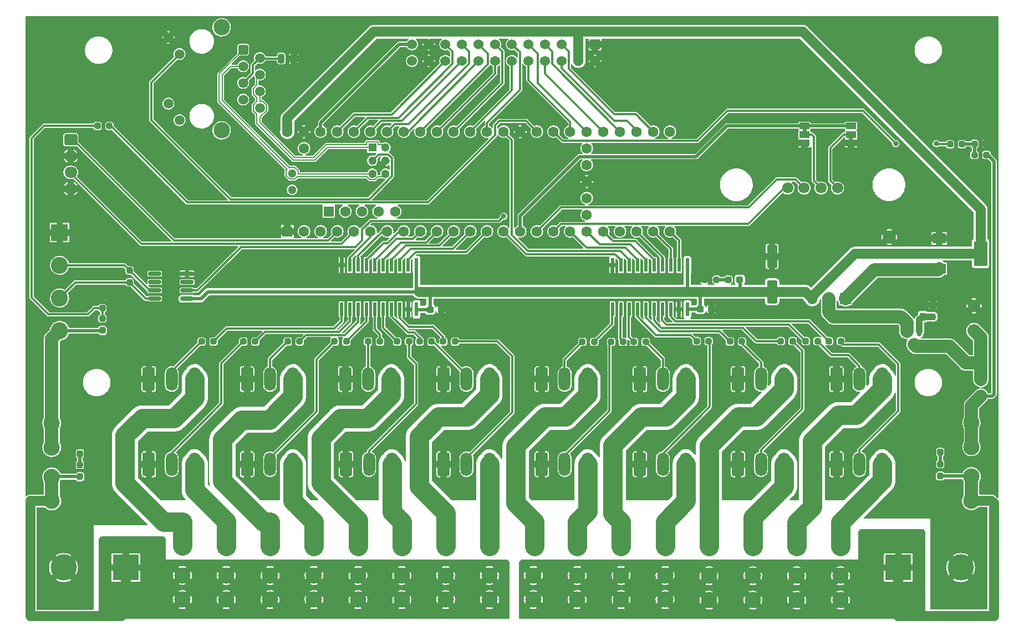
<source format=gbr>
%TF.GenerationSoftware,KiCad,Pcbnew,(6.0.7)*%
%TF.CreationDate,2022-08-24T09:40:48-04:00*%
%TF.ProjectId,Teensy_16,5465656e-7379-45f3-9136-2e6b69636164,v1*%
%TF.SameCoordinates,Original*%
%TF.FileFunction,Copper,L1,Top*%
%TF.FilePolarity,Positive*%
%FSLAX46Y46*%
G04 Gerber Fmt 4.6, Leading zero omitted, Abs format (unit mm)*
G04 Created by KiCad (PCBNEW (6.0.7)) date 2022-08-24 09:40:48*
%MOMM*%
%LPD*%
G01*
G04 APERTURE LIST*
G04 Aperture macros list*
%AMRoundRect*
0 Rectangle with rounded corners*
0 $1 Rounding radius*
0 $2 $3 $4 $5 $6 $7 $8 $9 X,Y pos of 4 corners*
0 Add a 4 corners polygon primitive as box body*
4,1,4,$2,$3,$4,$5,$6,$7,$8,$9,$2,$3,0*
0 Add four circle primitives for the rounded corners*
1,1,$1+$1,$2,$3*
1,1,$1+$1,$4,$5*
1,1,$1+$1,$6,$7*
1,1,$1+$1,$8,$9*
0 Add four rect primitives between the rounded corners*
20,1,$1+$1,$2,$3,$4,$5,0*
20,1,$1+$1,$4,$5,$6,$7,0*
20,1,$1+$1,$6,$7,$8,$9,0*
20,1,$1+$1,$8,$9,$2,$3,0*%
G04 Aperture macros list end*
%TA.AperFunction,SMDPad,CuDef*%
%ADD10RoundRect,0.237500X-0.300000X-0.237500X0.300000X-0.237500X0.300000X0.237500X-0.300000X0.237500X0*%
%TD*%
%TA.AperFunction,ComponentPad*%
%ADD11C,2.475000*%
%TD*%
%TA.AperFunction,ComponentPad*%
%ADD12RoundRect,0.250000X-0.650000X-1.550000X0.650000X-1.550000X0.650000X1.550000X-0.650000X1.550000X0*%
%TD*%
%TA.AperFunction,ComponentPad*%
%ADD13O,1.800000X3.600000*%
%TD*%
%TA.AperFunction,SMDPad,CuDef*%
%ADD14R,0.900000X1.200000*%
%TD*%
%TA.AperFunction,SMDPad,CuDef*%
%ADD15RoundRect,0.237500X0.237500X-0.250000X0.237500X0.250000X-0.237500X0.250000X-0.237500X-0.250000X0*%
%TD*%
%TA.AperFunction,ComponentPad*%
%ADD16C,1.700000*%
%TD*%
%TA.AperFunction,SMDPad,CuDef*%
%ADD17RoundRect,0.237500X-0.237500X0.287500X-0.237500X-0.287500X0.237500X-0.287500X0.237500X0.287500X0*%
%TD*%
%TA.AperFunction,SMDPad,CuDef*%
%ADD18RoundRect,0.237500X-0.237500X0.250000X-0.237500X-0.250000X0.237500X-0.250000X0.237500X0.250000X0*%
%TD*%
%TA.AperFunction,SMDPad,CuDef*%
%ADD19RoundRect,0.237500X-0.287500X-0.237500X0.287500X-0.237500X0.287500X0.237500X-0.287500X0.237500X0*%
%TD*%
%TA.AperFunction,SMDPad,CuDef*%
%ADD20RoundRect,0.250000X0.250000X0.475000X-0.250000X0.475000X-0.250000X-0.475000X0.250000X-0.475000X0*%
%TD*%
%TA.AperFunction,SMDPad,CuDef*%
%ADD21R,0.558800X2.159000*%
%TD*%
%TA.AperFunction,SMDPad,CuDef*%
%ADD22RoundRect,0.150000X0.825000X0.150000X-0.825000X0.150000X-0.825000X-0.150000X0.825000X-0.150000X0*%
%TD*%
%TA.AperFunction,ComponentPad*%
%ADD23RoundRect,0.250500X-0.499500X0.499500X-0.499500X-0.499500X0.499500X-0.499500X0.499500X0.499500X0*%
%TD*%
%TA.AperFunction,ComponentPad*%
%ADD24C,1.500000*%
%TD*%
%TA.AperFunction,ComponentPad*%
%ADD25C,2.500000*%
%TD*%
%TA.AperFunction,SMDPad,CuDef*%
%ADD26R,1.500000X1.000000*%
%TD*%
%TA.AperFunction,ComponentPad*%
%ADD27R,4.000000X4.000000*%
%TD*%
%TA.AperFunction,ComponentPad*%
%ADD28C,4.000000*%
%TD*%
%TA.AperFunction,ComponentPad*%
%ADD29R,1.530000X1.530000*%
%TD*%
%TA.AperFunction,ComponentPad*%
%ADD30C,1.530000*%
%TD*%
%TA.AperFunction,ComponentPad*%
%ADD31R,1.600000X1.600000*%
%TD*%
%TA.AperFunction,ComponentPad*%
%ADD32C,1.600000*%
%TD*%
%TA.AperFunction,ComponentPad*%
%ADD33R,1.300000X1.300000*%
%TD*%
%TA.AperFunction,ComponentPad*%
%ADD34C,1.300000*%
%TD*%
%TA.AperFunction,ComponentPad*%
%ADD35R,1.700000X1.700000*%
%TD*%
%TA.AperFunction,ComponentPad*%
%ADD36O,1.700000X1.700000*%
%TD*%
%TA.AperFunction,SMDPad,CuDef*%
%ADD37R,2.000000X1.500000*%
%TD*%
%TA.AperFunction,SMDPad,CuDef*%
%ADD38R,2.000000X3.800000*%
%TD*%
%TA.AperFunction,ComponentPad*%
%ADD39RoundRect,0.250000X-0.725000X0.600000X-0.725000X-0.600000X0.725000X-0.600000X0.725000X0.600000X0*%
%TD*%
%TA.AperFunction,ComponentPad*%
%ADD40O,1.950000X1.700000*%
%TD*%
%TA.AperFunction,ComponentPad*%
%ADD41C,1.904000*%
%TD*%
%TA.AperFunction,ComponentPad*%
%ADD42R,2.600000X2.600000*%
%TD*%
%TA.AperFunction,ComponentPad*%
%ADD43C,2.600000*%
%TD*%
%TA.AperFunction,SMDPad,CuDef*%
%ADD44RoundRect,0.237500X-0.250000X-0.237500X0.250000X-0.237500X0.250000X0.237500X-0.250000X0.237500X0*%
%TD*%
%TA.AperFunction,SMDPad,CuDef*%
%ADD45RoundRect,0.250000X0.550000X-1.500000X0.550000X1.500000X-0.550000X1.500000X-0.550000X-1.500000X0*%
%TD*%
%TA.AperFunction,ComponentPad*%
%ADD46R,2.000000X2.000000*%
%TD*%
%TA.AperFunction,ComponentPad*%
%ADD47C,2.000000*%
%TD*%
%TA.AperFunction,SMDPad,CuDef*%
%ADD48RoundRect,0.237500X0.250000X0.237500X-0.250000X0.237500X-0.250000X-0.237500X0.250000X-0.237500X0*%
%TD*%
%TA.AperFunction,SMDPad,CuDef*%
%ADD49RoundRect,0.150000X-0.150000X0.587500X-0.150000X-0.587500X0.150000X-0.587500X0.150000X0.587500X0*%
%TD*%
%TA.AperFunction,ViaPad*%
%ADD50C,0.800000*%
%TD*%
%TA.AperFunction,Conductor*%
%ADD51C,0.500000*%
%TD*%
%TA.AperFunction,Conductor*%
%ADD52C,1.500000*%
%TD*%
%TA.AperFunction,Conductor*%
%ADD53C,2.000000*%
%TD*%
%TA.AperFunction,Conductor*%
%ADD54C,2.999999*%
%TD*%
%TA.AperFunction,Conductor*%
%ADD55C,3.000000*%
%TD*%
%TA.AperFunction,Conductor*%
%ADD56C,0.350000*%
%TD*%
%TA.AperFunction,Conductor*%
%ADD57C,1.000000*%
%TD*%
%TA.AperFunction,Conductor*%
%ADD58C,0.200000*%
%TD*%
G04 APERTURE END LIST*
%TO.C,PIN4*%
G36*
X-4492700Y49503700D02*
G01*
X-5092700Y49503700D01*
X-5092700Y50003700D01*
X-4492700Y50003700D01*
X-4492700Y49503700D01*
G37*
%TO.C,PIN3*%
G36*
X-11592700Y50803700D02*
G01*
X-12192700Y50803700D01*
X-12192700Y51303700D01*
X-11592700Y51303700D01*
X-11592700Y50803700D01*
G37*
%TD*%
D10*
%TO.P,C4,1*%
%TO.N,+5V*%
X-69087700Y23653700D03*
%TO.P,C4,2*%
%TO.N,ETH_GND*%
X-67362700Y23653700D03*
%TD*%
D11*
%TO.P,F18,1_1,1*%
%TO.N,VIN1*%
X-126834600Y-5635100D03*
%TO.P,F18,1_2,1*%
X-126834600Y-1935100D03*
%TO.P,F18,2_1,2*%
%TO.N,V_DMX*%
X-126834600Y2564900D03*
%TO.P,F18,2_2,2*%
X-126834600Y6264900D03*
%TD*%
D12*
%TO.P,J2,1,Pin_1*%
%TO.N,ETH_GND*%
X-112017200Y3500D03*
D13*
%TO.P,J2,2,Pin_2*%
%TO.N,/Output 1-8/DOUT2*%
X-108517200Y3500D03*
%TO.P,J2,3,Pin_3*%
%TO.N,/Output 1-8/VOUT2*%
X-105017200Y3500D03*
%TD*%
D12*
%TO.P,J5,1,Pin_1*%
%TO.N,ETH_GND*%
X-82017200Y13003500D03*
D13*
%TO.P,J5,2,Pin_2*%
%TO.N,/Output 1-8/DOUT5*%
X-78517200Y13003500D03*
%TO.P,J5,3,Pin_3*%
%TO.N,/Output 1-8/VOUT5*%
X-75017200Y13003500D03*
%TD*%
D12*
%TO.P,J6,1,Pin_1*%
%TO.N,ETH_GND*%
X-81902858Y3500D03*
D13*
%TO.P,J6,2,Pin_2*%
%TO.N,/Output 1-8/DOUT6*%
X-78402858Y3500D03*
%TO.P,J6,3,Pin_3*%
%TO.N,/Output 1-8/VOUT6*%
X-74902858Y3500D03*
%TD*%
D12*
%TO.P,J7,1,Pin_1*%
%TO.N,ETH_GND*%
X-67017200Y13003500D03*
D13*
%TO.P,J7,2,Pin_2*%
%TO.N,/Output 1-8/DOUT7*%
X-63517200Y13003500D03*
%TO.P,J7,3,Pin_3*%
%TO.N,/Output 1-8/VOUT7*%
X-60017200Y13003500D03*
%TD*%
D12*
%TO.P,J8,1,Pin_1*%
%TO.N,ETH_GND*%
X-67017200Y3500D03*
D13*
%TO.P,J8,2,Pin_2*%
%TO.N,/Output 1-8/DOUT8*%
X-63517200Y3500D03*
%TO.P,J8,3,Pin_3*%
%TO.N,/Output 1-8/VOUT8*%
X-60017200Y3500D03*
%TD*%
D12*
%TO.P,J9,1,Pin_1*%
%TO.N,ETH_GND*%
X-52017200Y13003500D03*
D13*
%TO.P,J9,2,Pin_2*%
%TO.N,/Output 9-16/DOUT9*%
X-48517200Y13003500D03*
%TO.P,J9,3,Pin_3*%
%TO.N,/Output 9-16/VOUT9*%
X-45017200Y13003500D03*
%TD*%
D12*
%TO.P,J10,1,Pin_1*%
%TO.N,ETH_GND*%
X-52017200Y3500D03*
D13*
%TO.P,J10,2,Pin_2*%
%TO.N,/Output 9-16/DOUT10*%
X-48517200Y3500D03*
%TO.P,J10,3,Pin_3*%
%TO.N,/Output 9-16/VOUT10*%
X-45017200Y3500D03*
%TD*%
D12*
%TO.P,J11,1,Pin_1*%
%TO.N,ETH_GND*%
X-37017200Y13003500D03*
D13*
%TO.P,J11,2,Pin_2*%
%TO.N,/Output 9-16/DOUT11*%
X-33517200Y13003500D03*
%TO.P,J11,3,Pin_3*%
%TO.N,/Output 9-16/VOUT11*%
X-30017200Y13003500D03*
%TD*%
D12*
%TO.P,J12,1,Pin_1*%
%TO.N,ETH_GND*%
X-37017200Y3500D03*
D13*
%TO.P,J12,2,Pin_2*%
%TO.N,/Output 9-16/DOUT12*%
X-33517200Y3500D03*
%TO.P,J12,3,Pin_3*%
%TO.N,/Output 9-16/VOUT12*%
X-30017200Y3500D03*
%TD*%
D12*
%TO.P,J13,1,Pin_1*%
%TO.N,ETH_GND*%
X-22017200Y13003500D03*
D13*
%TO.P,J13,2,Pin_2*%
%TO.N,/Output 9-16/DOUT13*%
X-18517200Y13003500D03*
%TO.P,J13,3,Pin_3*%
%TO.N,/Output 9-16/VOUT13*%
X-15017200Y13003500D03*
%TD*%
D12*
%TO.P,J14,1,Pin_1*%
%TO.N,ETH_GND*%
X-22017200Y3500D03*
D13*
%TO.P,J14,2,Pin_2*%
%TO.N,/Output 9-16/DOUT14*%
X-18517200Y3500D03*
%TO.P,J14,3,Pin_3*%
%TO.N,/Output 9-16/VOUT14*%
X-15017200Y3500D03*
%TD*%
D12*
%TO.P,J15,1,Pin_1*%
%TO.N,ETH_GND*%
X-7017200Y13003500D03*
D13*
%TO.P,J15,2,Pin_2*%
%TO.N,/Output 9-16/DOUT15*%
X-3517200Y13003500D03*
%TO.P,J15,3,Pin_3*%
%TO.N,/Output 9-16/VOUT15*%
X-17200Y13003500D03*
%TD*%
D12*
%TO.P,J16,1,Pin_1*%
%TO.N,ETH_GND*%
X-7017200Y3500D03*
D13*
%TO.P,J16,2,Pin_2*%
%TO.N,/Output 9-16/DOUT16*%
X-3517200Y3500D03*
%TO.P,J16,3,Pin_3*%
%TO.N,/Output 9-16/VOUT16*%
X-17200Y3500D03*
%TD*%
D11*
%TO.P,F1,1_1,1*%
%TO.N,VIN1*%
X-106894600Y-20685100D03*
%TO.P,F1,1_2,1*%
X-106894600Y-16985100D03*
%TO.P,F1,2_1,2*%
%TO.N,/Output 1-8/VOUT1*%
X-106894600Y-12485100D03*
%TO.P,F1,2_2,2*%
X-106894600Y-8785100D03*
%TD*%
%TO.P,F7,1_1,1*%
%TO.N,VIN1*%
X-66692002Y-20695100D03*
%TO.P,F7,1_2,1*%
X-66692002Y-16995100D03*
%TO.P,F7,2_1,2*%
%TO.N,/Output 1-8/VOUT7*%
X-66692002Y-12495100D03*
%TO.P,F7,2_2,2*%
X-66692002Y-8795100D03*
%TD*%
%TO.P,F14,1_1,1*%
%TO.N,VIN2*%
X-19788971Y-20760100D03*
%TO.P,F14,1_2,1*%
X-19788971Y-17060100D03*
%TO.P,F14,2_1,2*%
%TO.N,/Output 9-16/VOUT14*%
X-19788971Y-12560100D03*
%TO.P,F14,2_2,2*%
X-19788971Y-8860100D03*
%TD*%
D10*
%TO.P,C3,1*%
%TO.N,+5V*%
X-27812700Y23703700D03*
%TO.P,C3,2*%
%TO.N,ETH_GND*%
X-26087700Y23703700D03*
%TD*%
D11*
%TO.P,F2,1_1,1*%
%TO.N,VIN1*%
X-100194167Y-20700100D03*
%TO.P,F2,1_2,1*%
X-100194167Y-17000100D03*
%TO.P,F2,2_1,2*%
%TO.N,/Output 1-8/VOUT2*%
X-100194167Y-12500100D03*
%TO.P,F2,2_2,2*%
X-100194167Y-8800100D03*
%TD*%
%TO.P,F6,1_1,1*%
%TO.N,VIN1*%
X-73392435Y-20695100D03*
%TO.P,F6,1_2,1*%
X-73392435Y-16995100D03*
%TO.P,F6,2_1,2*%
%TO.N,/Output 1-8/VOUT6*%
X-73392435Y-12495100D03*
%TO.P,F6,2_2,2*%
X-73392435Y-8795100D03*
%TD*%
%TO.P,F8,1_1,1*%
%TO.N,VIN1*%
X-59991569Y-20695100D03*
%TO.P,F8,1_2,1*%
X-59991569Y-16995100D03*
%TO.P,F8,2_1,2*%
%TO.N,/Output 1-8/VOUT8*%
X-59991569Y-12495100D03*
%TO.P,F8,2_2,2*%
X-59991569Y-8795100D03*
%TD*%
%TO.P,F9,1_1,1*%
%TO.N,VIN2*%
X-53291136Y-20695100D03*
%TO.P,F9,1_2,1*%
X-53291136Y-16995100D03*
%TO.P,F9,2_1,2*%
%TO.N,/Output 9-16/VOUT9*%
X-53291136Y-12495100D03*
%TO.P,F9,2_2,2*%
X-53291136Y-8795100D03*
%TD*%
%TO.P,F10,1_1,1*%
%TO.N,VIN2*%
X-46590703Y-20695100D03*
%TO.P,F10,1_2,1*%
X-46590703Y-16995100D03*
%TO.P,F10,2_1,2*%
%TO.N,/Output 9-16/VOUT10*%
X-46590703Y-12495100D03*
%TO.P,F10,2_2,2*%
X-46590703Y-8795100D03*
%TD*%
%TO.P,F16,1_1,1*%
%TO.N,VIN2*%
X-6388100Y-20760100D03*
%TO.P,F16,1_2,1*%
X-6388100Y-17060100D03*
%TO.P,F16,2_1,2*%
%TO.N,/Output 9-16/VOUT16*%
X-6388100Y-12560100D03*
%TO.P,F16,2_2,2*%
X-6388100Y-8860100D03*
%TD*%
%TO.P,F5,1_1,1*%
%TO.N,VIN1*%
X-80092868Y-20695100D03*
%TO.P,F5,1_2,1*%
X-80092868Y-16995100D03*
%TO.P,F5,2_1,2*%
%TO.N,/Output 1-8/VOUT5*%
X-80092868Y-12495100D03*
%TO.P,F5,2_2,2*%
X-80092868Y-8795100D03*
%TD*%
%TO.P,F3,1_1,1*%
%TO.N,VIN1*%
X-93493734Y-20700100D03*
%TO.P,F3,1_2,1*%
X-93493734Y-17000100D03*
%TO.P,F3,2_1,2*%
%TO.N,/Output 1-8/VOUT3*%
X-93493734Y-12500100D03*
%TO.P,F3,2_2,2*%
X-93493734Y-8800100D03*
%TD*%
%TO.P,F13,1_1,1*%
%TO.N,VIN2*%
X-26489404Y-20760100D03*
%TO.P,F13,1_2,1*%
X-26489404Y-17060100D03*
%TO.P,F13,2_1,2*%
%TO.N,/Output 9-16/VOUT13*%
X-26489404Y-12560100D03*
%TO.P,F13,2_2,2*%
X-26489404Y-8860100D03*
%TD*%
%TO.P,F11,1_1,1*%
%TO.N,VIN2*%
X-39890270Y-20695100D03*
%TO.P,F11,1_2,1*%
X-39890270Y-16995100D03*
%TO.P,F11,2_1,2*%
%TO.N,/Output 9-16/VOUT11*%
X-39890270Y-12495100D03*
%TO.P,F11,2_2,2*%
X-39890270Y-8795100D03*
%TD*%
%TO.P,F4,1_1,1*%
%TO.N,VIN1*%
X-86793301Y-20700100D03*
%TO.P,F4,1_2,1*%
X-86793301Y-17000100D03*
%TO.P,F4,2_1,2*%
%TO.N,/Output 1-8/VOUT4*%
X-86793301Y-12500100D03*
%TO.P,F4,2_2,2*%
X-86793301Y-8800100D03*
%TD*%
D12*
%TO.P,J1,1,Pin_1*%
%TO.N,ETH_GND*%
X-112017200Y13003500D03*
D13*
%TO.P,J1,2,Pin_2*%
%TO.N,/Output 1-8/DOUT1*%
X-108517200Y13003500D03*
%TO.P,J1,3,Pin_3*%
%TO.N,/Output 1-8/VOUT1*%
X-105017200Y13003500D03*
%TD*%
D12*
%TO.P,J3,1,Pin_1*%
%TO.N,ETH_GND*%
X-97017200Y13003500D03*
D13*
%TO.P,J3,2,Pin_2*%
%TO.N,/Output 1-8/DOUT3*%
X-93517200Y13003500D03*
%TO.P,J3,3,Pin_3*%
%TO.N,/Output 1-8/VOUT3*%
X-90017200Y13003500D03*
%TD*%
D12*
%TO.P,J4,1,Pin_1*%
%TO.N,ETH_GND*%
X-97017200Y3500D03*
D13*
%TO.P,J4,2,Pin_2*%
%TO.N,/Output 1-8/DOUT4*%
X-93517200Y3500D03*
%TO.P,J4,3,Pin_3*%
%TO.N,/Output 1-8/VOUT4*%
X-90017200Y3500D03*
%TD*%
D14*
%TO.P,D1,1,K*%
%TO.N,VCC*%
X2849800Y22553700D03*
%TO.P,D1,2,A*%
%TO.N,Net-(D1-Pad2)*%
X6149800Y22553700D03*
%TD*%
D15*
%TO.P,R2,1*%
%TO.N,/Serial/DMX1+*%
X-114950200Y27791200D03*
%TO.P,R2,2*%
%TO.N,/Serial/DMX1-*%
X-114950200Y29616200D03*
%TD*%
D11*
%TO.P,F15,1_1,1*%
%TO.N,VIN2*%
X-13088538Y-20760100D03*
%TO.P,F15,1_2,1*%
X-13088538Y-17060100D03*
%TO.P,F15,2_1,2*%
%TO.N,/Output 9-16/VOUT15*%
X-13088538Y-12560100D03*
%TO.P,F15,2_2,2*%
X-13088538Y-8860100D03*
%TD*%
%TO.P,F12,1_1,1*%
%TO.N,VIN2*%
X-33189837Y-20695100D03*
%TO.P,F12,1_2,1*%
X-33189837Y-16995100D03*
%TO.P,F12,2_1,2*%
%TO.N,/Output 9-16/VOUT12*%
X-33189837Y-12495100D03*
%TO.P,F12,2_2,2*%
X-33189837Y-8795100D03*
%TD*%
D16*
%TO.P,J26,1,Pin_1*%
%TO.N,I2C_SDA*%
X-14450200Y42203700D03*
%TO.P,J26,2,Pin_2*%
%TO.N,I2C_SCL*%
X-11950200Y42203700D03*
%TO.P,J26,3,Pin_3*%
%TO.N,/Pin3*%
X-9350200Y42203700D03*
%TO.P,J26,4,Pin_4*%
%TO.N,/Pin4*%
X-6850200Y42203700D03*
%TD*%
D17*
%TO.P,D5,1,K*%
%TO.N,ETH_GND*%
X-122550200Y3378700D03*
%TO.P,D5,2,A*%
%TO.N,Net-(D5-Pad2)*%
X-122550200Y1628700D03*
%TD*%
%TO.P,D6,1,K*%
%TO.N,ETH_GND*%
X8849800Y3578700D03*
%TO.P,D6,2,A*%
%TO.N,Net-(D6-Pad2)*%
X8849800Y1828700D03*
%TD*%
D18*
%TO.P,R4,1*%
%TO.N,Net-(D5-Pad2)*%
X-122550200Y-83800D03*
%TO.P,R4,2*%
%TO.N,VIN1*%
X-122550200Y-1908800D03*
%TD*%
%TO.P,R5,1*%
%TO.N,Net-(D6-Pad2)*%
X8849800Y16200D03*
%TO.P,R5,2*%
%TO.N,VIN2*%
X8849800Y-1808800D03*
%TD*%
D19*
%TO.P,D4,1,K*%
%TO.N,Net-(D4-Pad1)*%
X-23525200Y28203700D03*
%TO.P,D4,2,A*%
%TO.N,+5V*%
X-21775200Y28203700D03*
%TD*%
D11*
%TO.P,F17,1_1,1*%
%TO.N,VIN2*%
X13608800Y-5578300D03*
%TO.P,F17,1_2,1*%
X13608800Y-1878300D03*
%TO.P,F17,2_1,2*%
%TO.N,VIN_Fuse*%
X13608800Y2621700D03*
%TO.P,F17,2_2,2*%
X13608800Y6321700D03*
%TD*%
D20*
%TO.P,C5,1*%
%TO.N,ETH_GND*%
X-89900200Y62003700D03*
%TO.P,C5,2*%
%TO.N,Net-(C5-Pad2)*%
X-91800200Y62003700D03*
%TD*%
D21*
%TO.P,U4,1,DIR*%
%TO.N,+5V*%
X-29785200Y30431900D03*
%TO.P,U4,2,A1*%
%TO.N,DATA16*%
X-31055200Y30431900D03*
%TO.P,U4,3,A2*%
%TO.N,DATA15*%
X-32325200Y30431900D03*
%TO.P,U4,4,A3*%
%TO.N,DATA14*%
X-33595200Y30431900D03*
%TO.P,U4,5,A4*%
%TO.N,DATA13*%
X-34865200Y30431900D03*
%TO.P,U4,6,A5*%
%TO.N,DATA12*%
X-36135200Y30431900D03*
%TO.P,U4,7,A6*%
%TO.N,DATA11*%
X-37405200Y30431900D03*
%TO.P,U4,8,A7*%
%TO.N,DATA10*%
X-38675200Y30431900D03*
%TO.P,U4,9,A8*%
%TO.N,DATA9*%
X-39945200Y30431900D03*
%TO.P,U4,10,GND*%
%TO.N,ETH_GND*%
X-41215200Y30431900D03*
%TO.P,U4,11,B8*%
%TO.N,Net-(R34-Pad1)*%
X-41215200Y23675500D03*
%TO.P,U4,12,B7*%
%TO.N,Net-(R33-Pad1)*%
X-39945200Y23675500D03*
%TO.P,U4,13,B6*%
%TO.N,Net-(R32-Pad1)*%
X-38675200Y23675500D03*
%TO.P,U4,14,B5*%
%TO.N,Net-(R31-Pad1)*%
X-37405200Y23675500D03*
%TO.P,U4,15,B4*%
%TO.N,Net-(R30-Pad1)*%
X-36135200Y23675500D03*
%TO.P,U4,16,B3*%
%TO.N,Net-(R29-Pad1)*%
X-34865200Y23675500D03*
%TO.P,U4,17,B2*%
%TO.N,Net-(R28-Pad1)*%
X-33595200Y23675500D03*
%TO.P,U4,18,B1*%
%TO.N,Net-(R27-Pad1)*%
X-32325200Y23675500D03*
%TO.P,U4,19,\u002AOE*%
%TO.N,ETH_GND*%
X-31055200Y23675500D03*
%TO.P,U4,20,VCC*%
%TO.N,+5V*%
X-29785200Y23675500D03*
%TD*%
%TO.P,U3,1,DIR*%
%TO.N,+5V*%
X-71135200Y30431900D03*
%TO.P,U3,2,A1*%
%TO.N,DATA8*%
X-72405200Y30431900D03*
%TO.P,U3,3,A2*%
%TO.N,DATA7*%
X-73675200Y30431900D03*
%TO.P,U3,4,A3*%
%TO.N,DATA6*%
X-74945200Y30431900D03*
%TO.P,U3,5,A4*%
%TO.N,DATA5*%
X-76215200Y30431900D03*
%TO.P,U3,6,A5*%
%TO.N,DATA4*%
X-77485200Y30431900D03*
%TO.P,U3,7,A6*%
%TO.N,DATA3*%
X-78755200Y30431900D03*
%TO.P,U3,8,A7*%
%TO.N,DATA2*%
X-80025200Y30431900D03*
%TO.P,U3,9,A8*%
%TO.N,DATA1*%
X-81295200Y30431900D03*
%TO.P,U3,10,GND*%
%TO.N,ETH_GND*%
X-82565200Y30431900D03*
%TO.P,U3,11,B8*%
%TO.N,Net-(R26-Pad1)*%
X-82565200Y23675500D03*
%TO.P,U3,12,B7*%
%TO.N,Net-(R25-Pad1)*%
X-81295200Y23675500D03*
%TO.P,U3,13,B6*%
%TO.N,Net-(R24-Pad1)*%
X-80025200Y23675500D03*
%TO.P,U3,14,B5*%
%TO.N,Net-(R23-Pad1)*%
X-78755200Y23675500D03*
%TO.P,U3,15,B4*%
%TO.N,Net-(R22-Pad1)*%
X-77485200Y23675500D03*
%TO.P,U3,16,B3*%
%TO.N,Net-(R21-Pad1)*%
X-76215200Y23675500D03*
%TO.P,U3,17,B2*%
%TO.N,Net-(R20-Pad1)*%
X-74945200Y23675500D03*
%TO.P,U3,18,B1*%
%TO.N,Net-(R19-Pad1)*%
X-73675200Y23675500D03*
%TO.P,U3,19,\u002AOE*%
%TO.N,ETH_GND*%
X-72405200Y23675500D03*
%TO.P,U3,20,VCC*%
%TO.N,+5V*%
X-71135200Y23675500D03*
%TD*%
D22*
%TO.P,U5,1,VCC*%
%TO.N,+5V*%
X-106175200Y25298700D03*
%TO.P,U5,2,IN*%
%TO.N,TXD1*%
X-106175200Y26568700D03*
%TO.P,U5,3*%
%TO.N,N/C*%
X-106175200Y27838700D03*
%TO.P,U5,4,GND*%
%TO.N,ETH_GND*%
X-106175200Y29108700D03*
%TO.P,U5,5*%
%TO.N,N/C*%
X-111125200Y29108700D03*
%TO.P,U5,6*%
X-111125200Y27838700D03*
%TO.P,U5,7,OUTA*%
%TO.N,/Serial/DMX1-*%
X-111125200Y26568700D03*
%TO.P,U5,8,OUTB*%
%TO.N,/Serial/DMX1+*%
X-111125200Y25298700D03*
%TD*%
D23*
%TO.P,J20,1*%
%TO.N,ETH_T+*%
X-97600200Y63348700D03*
D24*
%TO.P,J20,2*%
%TO.N,Net-(C5-Pad2)*%
X-95060200Y62078700D03*
%TO.P,J20,3*%
%TO.N,ETH_T-*%
X-97600200Y60808700D03*
%TO.P,J20,4*%
%TO.N,ETH_R+*%
X-95060200Y59538700D03*
%TO.P,J20,5*%
%TO.N,Net-(C5-Pad2)*%
X-97600200Y58268700D03*
%TO.P,J20,6*%
%TO.N,ETH_R-*%
X-95060200Y56998700D03*
%TO.P,J20,7*%
%TO.N,unconnected-(J20-Pad7)*%
X-97600200Y55728700D03*
%TO.P,J20,8*%
%TO.N,ETH_GND*%
X-95060200Y54458700D03*
%TO.P,J20,9*%
X-109030200Y65228700D03*
%TO.P,J20,10*%
%TO.N,ETH_LED*%
X-107330200Y62688700D03*
%TO.P,J20,11*%
%TO.N,unconnected-(J20-Pad11)*%
X-109030200Y55118700D03*
%TO.P,J20,12*%
%TO.N,unconnected-(J20-Pad12)*%
X-107330200Y52578700D03*
D25*
%TO.P,J20,13*%
%TO.N,N/C*%
X-100900200Y51028700D03*
X-100900200Y66778700D03*
%TD*%
D26*
%TO.P,PIN4,1,A*%
%TO.N,ETH_GND*%
X-4792700Y49103700D03*
%TO.P,PIN4,2,C*%
%TO.N,/Pin4*%
X-4792700Y50403700D03*
%TO.P,PIN4,3,B*%
%TO.N,+3V3*%
X-4792700Y51703700D03*
%TD*%
%TO.P,PIN3,1,A*%
%TO.N,+3V3*%
X-11892700Y51703700D03*
%TO.P,PIN3,2,C*%
%TO.N,/Pin3*%
X-11892700Y50403700D03*
%TO.P,PIN3,3,B*%
%TO.N,ETH_GND*%
X-11892700Y49103700D03*
%TD*%
D27*
%TO.P,J17,1,P1*%
%TO.N,VIN1*%
X-115550200Y-15796300D03*
D28*
%TO.P,J17,2,P2*%
%TO.N,ETH_GND*%
X-125050200Y-15796300D03*
%TD*%
D27*
%TO.P,J18,1,P1*%
%TO.N,VIN2*%
X2449800Y-15796300D03*
D28*
%TO.P,J18,2,P2*%
%TO.N,ETH_GND*%
X11949800Y-15796300D03*
%TD*%
D29*
%TO.P,J24,1,Pin_1*%
%TO.N,ETH_GND*%
X-43880200Y64173700D03*
D30*
%TO.P,J24,2,Pin_2*%
X-43880200Y61633700D03*
%TO.P,J24,3,Pin_3*%
%TO.N,+5V*%
X-46420200Y64173700D03*
%TO.P,J24,4,Pin_4*%
X-46420200Y61633700D03*
%TO.P,J24,5,Pin_5*%
%TO.N,OUT17*%
X-48960200Y64173700D03*
%TO.P,J24,6,Pin_6*%
%TO.N,OUT18*%
X-48960200Y61633700D03*
%TO.P,J24,7,Pin_7*%
%TO.N,OUT19*%
X-51500200Y64173700D03*
%TO.P,J24,8,Pin_8*%
%TO.N,OUT20*%
X-51500200Y61633700D03*
%TO.P,J24,9,Pin_9*%
%TO.N,OUT21*%
X-54040200Y64173700D03*
%TO.P,J24,10,Pin_10*%
%TO.N,OUT22*%
X-54040200Y61633700D03*
%TO.P,J24,11,Pin_11*%
%TO.N,OUT23*%
X-56580200Y64173700D03*
%TO.P,J24,12,Pin_12*%
%TO.N,OUT24*%
X-56580200Y61633700D03*
%TO.P,J24,13,Pin_13*%
%TO.N,OUT25*%
X-59120200Y64173700D03*
%TO.P,J24,14,Pin_14*%
%TO.N,OUT26*%
X-59120200Y61633700D03*
%TO.P,J24,15,Pin_15*%
%TO.N,OUT27*%
X-61660200Y64173700D03*
%TO.P,J24,16,Pin_16*%
%TO.N,OUT28*%
X-61660200Y61633700D03*
%TO.P,J24,17,Pin_17*%
%TO.N,OUT29*%
X-64200200Y64173700D03*
%TO.P,J24,18,Pin_18*%
%TO.N,OUT30*%
X-64200200Y61633700D03*
%TO.P,J24,19,Pin_19*%
%TO.N,OUT31*%
X-66740200Y64173700D03*
%TO.P,J24,20,Pin_20*%
%TO.N,OUT32*%
X-66740200Y61633700D03*
%TO.P,J24,21,Pin_21*%
%TO.N,ETH_GND*%
X-69280200Y64173700D03*
%TO.P,J24,22,Pin_22*%
X-69280200Y61633700D03*
%TO.P,J24,23,Pin_23*%
%TO.N,+3.3VA*%
X-71820200Y64173700D03*
%TO.P,J24,24,Pin_24*%
%TO.N,unconnected-(J24-Pad24)*%
X-71820200Y61633700D03*
%TD*%
D31*
%TO.P,U1,1,GND*%
%TO.N,ETH_GND*%
X-90860200Y35583700D03*
D32*
%TO.P,U1,2,0_RX1_CRX2_CS1*%
%TO.N,unconnected-(U1-Pad2)*%
X-88320200Y35583700D03*
%TO.P,U1,3,1_TX1_CTX2_MISO1*%
%TO.N,unconnected-(U1-Pad3)*%
X-85780200Y35583700D03*
%TO.P,U1,4,2_OUT2*%
%TO.N,GPIO2*%
X-83240200Y35583700D03*
%TO.P,U1,5,3_LRCLK2*%
%TO.N,GPIO3*%
X-80700200Y35583700D03*
%TO.P,U1,6,4_BCLK2*%
%TO.N,DATA1*%
X-78160200Y35583700D03*
%TO.P,U1,7,5_IN2*%
%TO.N,DATA2*%
X-75620200Y35583700D03*
%TO.P,U1,8,6_OUT1D*%
%TO.N,DATA3*%
X-73080200Y35583700D03*
%TO.P,U1,9,7_RX2_OUT1A*%
%TO.N,DATA4*%
X-70540200Y35583700D03*
%TO.P,U1,10,8_TX2_IN1*%
%TO.N,DATA5*%
X-68000200Y35583700D03*
%TO.P,U1,11,9_OUT1C*%
%TO.N,DATA6*%
X-65460200Y35583700D03*
%TO.P,U1,12,10_CS_MQSR*%
%TO.N,DATA7*%
X-62920200Y35583700D03*
%TO.P,U1,13,11_MOSI_CTX1*%
%TO.N,DATA8*%
X-60380200Y35583700D03*
%TO.P,U1,14,12_MISO_MQSL*%
%TO.N,DATA9*%
X-57840200Y35583700D03*
%TO.P,U1,15,3V3*%
%TO.N,+3V3*%
X-55300200Y35583700D03*
%TO.P,U1,16,24_A10_TX6_SCL2*%
%TO.N,I2C_SCL*%
X-52760200Y35583700D03*
%TO.P,U1,17,25_A11_RX6_SDA2*%
%TO.N,I2C_SDA*%
X-50220200Y35583700D03*
%TO.P,U1,18,26_A12_MOSI1*%
%TO.N,DATA11*%
X-47680200Y35583700D03*
%TO.P,U1,19,27_A13_SCK1*%
%TO.N,DATA12*%
X-45140200Y35583700D03*
%TO.P,U1,20,28_RX7*%
%TO.N,DATA13*%
X-42600200Y35583700D03*
%TO.P,U1,21,29_TX7*%
%TO.N,TXD1*%
X-40060200Y35583700D03*
%TO.P,U1,22,30_CRX3*%
%TO.N,DATA14*%
X-37520200Y35583700D03*
%TO.P,U1,23,31_CTX3*%
%TO.N,DATA15*%
X-34980200Y35583700D03*
%TO.P,U1,24,32_OUT1B*%
%TO.N,DATA16*%
X-32440200Y35583700D03*
%TO.P,U1,25,33_MCLK2*%
%TO.N,unconnected-(U1-Pad25)*%
X-32440200Y50823700D03*
%TO.P,U1,26,34_RX8*%
%TO.N,OUT17*%
X-34980200Y50823700D03*
%TO.P,U1,27,35_TX8*%
%TO.N,OUT18*%
X-37520200Y50823700D03*
%TO.P,U1,28,36_CS*%
%TO.N,OUT19*%
X-40060200Y50823700D03*
%TO.P,U1,29,37_CS*%
%TO.N,OUT20*%
X-42600200Y50823700D03*
%TO.P,U1,30,38_CS1_IN1*%
%TO.N,OUT21*%
X-45140200Y50823700D03*
%TO.P,U1,31,39_MISO1_OUT1A*%
%TO.N,OUT22*%
X-47680200Y50823700D03*
%TO.P,U1,32,40_A16*%
%TO.N,VIN2_ADC*%
X-50220200Y50823700D03*
%TO.P,U1,33,41_A17*%
%TO.N,VIN1_ADC*%
X-52760200Y50823700D03*
%TO.P,U1,34,GND*%
%TO.N,ETH_GND*%
X-55300200Y50823700D03*
%TO.P,U1,35,13_SCK_LED*%
%TO.N,DATA10*%
X-57840200Y50823700D03*
%TO.P,U1,36,14_A0_TX3_SPDIF_OUT*%
%TO.N,OUT23*%
X-60380200Y50823700D03*
%TO.P,U1,37,15_A1_RX3_SPDIF_IN*%
%TO.N,OUT24*%
X-62920200Y50823700D03*
%TO.P,U1,38,16_A2_RX4_SCL1*%
%TO.N,OUT25*%
X-65460200Y50823700D03*
%TO.P,U1,39,17_A3_TX4_SDA1*%
%TO.N,OUT26*%
X-68000200Y50823700D03*
%TO.P,U1,40,18_A4_SDA*%
%TO.N,OUT27*%
X-70540200Y50823700D03*
%TO.P,U1,41,19_A5_SCL*%
%TO.N,OUT28*%
X-73080200Y50823700D03*
%TO.P,U1,42,20_A6_TX5_LRCLK1*%
%TO.N,OUT29*%
X-75620200Y50823700D03*
%TO.P,U1,43,21_A7_RX5_BCLK1*%
%TO.N,OUT30*%
X-78160200Y50823700D03*
%TO.P,U1,44,22_A8_CTX1*%
%TO.N,OUT31*%
X-80700200Y50823700D03*
%TO.P,U1,45,23_A9_CRX1_MCLK1*%
%TO.N,OUT32*%
X-83240200Y50823700D03*
%TO.P,U1,46,3V3*%
%TO.N,+3.3VA*%
X-85780200Y50823700D03*
%TO.P,U1,47,GND*%
%TO.N,ETH_GND*%
X-88320200Y50823700D03*
%TO.P,U1,48,VIN*%
%TO.N,+5V*%
X-90860200Y50823700D03*
%TO.P,U1,49,VUSB*%
%TO.N,unconnected-(U1-Pad49)*%
X-88320200Y48283700D03*
%TO.P,U1,50,VBAT*%
%TO.N,unconnected-(U1-Pad50)*%
X-45140200Y38123700D03*
%TO.P,U1,51,3V3*%
%TO.N,unconnected-(U1-Pad51)*%
X-45140200Y40663700D03*
%TO.P,U1,52,GND*%
%TO.N,ETH_GND*%
X-45140200Y43203700D03*
%TO.P,U1,53,PROGRAM*%
%TO.N,unconnected-(U1-Pad53)*%
X-45140200Y45743700D03*
%TO.P,U1,54,ON_OFF*%
%TO.N,unconnected-(U1-Pad54)*%
X-45140200Y48283700D03*
D31*
%TO.P,U1,55,5V*%
%TO.N,unconnected-(U1-Pad55)*%
X-84561000Y38634500D03*
D32*
%TO.P,U1,56,D-*%
%TO.N,unconnected-(U1-Pad56)*%
X-82021000Y38634500D03*
%TO.P,U1,57,D+*%
%TO.N,unconnected-(U1-Pad57)*%
X-79481000Y38634500D03*
%TO.P,U1,58,GND*%
%TO.N,unconnected-(U1-Pad58)*%
X-76941000Y38634500D03*
%TO.P,U1,59,GND*%
%TO.N,unconnected-(U1-Pad59)*%
X-74401000Y38634500D03*
D33*
%TO.P,U1,60,R+*%
%TO.N,ETH_R+*%
X-77890200Y48385300D03*
D34*
%TO.P,U1,61,LED*%
%TO.N,ETH_LED*%
X-77890200Y46385300D03*
%TO.P,U1,62,T-*%
%TO.N,ETH_T-*%
X-77890200Y44385300D03*
%TO.P,U1,63,T+*%
%TO.N,ETH_T+*%
X-75890200Y44385300D03*
%TO.P,U1,64,GND*%
%TO.N,ETH_GND*%
X-75890200Y46385300D03*
%TO.P,U1,65,R-*%
%TO.N,ETH_R-*%
X-75890200Y48385300D03*
%TO.P,U1,66,D-*%
%TO.N,unconnected-(U1-Pad66)*%
X-90130200Y44473700D03*
%TO.P,U1,67,D+*%
%TO.N,unconnected-(U1-Pad67)*%
X-90130200Y41933700D03*
%TD*%
D35*
%TO.P,J23,1,Pin_1*%
%TO.N,/12V*%
X-5625200Y25303700D03*
D36*
%TO.P,J23,2,Pin_2*%
%TO.N,VCC*%
X-8165200Y25303700D03*
%TO.P,J23,3,Pin_3*%
%TO.N,+5V*%
X-10705200Y25303700D03*
%TD*%
D37*
%TO.P,U2,1,GND*%
%TO.N,ETH_GND*%
X8699800Y34503700D03*
D38*
%TO.P,U2,2,VO*%
%TO.N,+5V*%
X14999800Y32203700D03*
D37*
X8699800Y32203700D03*
%TO.P,U2,3,VI*%
%TO.N,/12V*%
X8699800Y29903700D03*
%TD*%
D39*
%TO.P,J19,1,Pin_1*%
%TO.N,GPIO2*%
X-123950200Y49603700D03*
D40*
%TO.P,J19,2,Pin_2*%
%TO.N,ETH_GND*%
X-123950200Y47103700D03*
%TO.P,J19,3,Pin_3*%
%TO.N,GPIO3*%
X-123950200Y44603700D03*
%TO.P,J19,4,Pin_4*%
%TO.N,ETH_GND*%
X-123950200Y42103700D03*
%TD*%
D41*
%TO.P,J27,1,Pin_1*%
%TO.N,/VIN*%
X14000259Y20398140D03*
%TO.P,J27,2,Pin_2*%
%TO.N,ETH_GND*%
X14000259Y24208140D03*
%TD*%
D35*
%TO.P,J28,1,Pin_1*%
%TO.N,/VIN*%
X15049800Y15503700D03*
D36*
%TO.P,J28,2,Pin_2*%
X15049800Y12963700D03*
%TO.P,J28,3,Pin_3*%
%TO.N,VIN_Fuse*%
X15049800Y10423700D03*
%TD*%
D42*
%TO.P,J22,1,Pin_1*%
%TO.N,ETH_GND*%
X-125650200Y35403700D03*
D43*
%TO.P,J22,2,Pin_2*%
%TO.N,/Serial/DMX1-*%
X-125650200Y30403700D03*
%TO.P,J22,3,Pin_3*%
%TO.N,/Serial/DMX1+*%
X-125650200Y25403700D03*
%TO.P,J22,4,Pin_4*%
%TO.N,V_DMX*%
X-125650200Y20403700D03*
%TD*%
D15*
%TO.P,R9,1*%
%TO.N,V_DMX*%
X-119100200Y20441200D03*
%TO.P,R9,2*%
%TO.N,Net-(R10-Pad1)*%
X-119100200Y22266200D03*
%TD*%
%TO.P,R10,1*%
%TO.N,Net-(R10-Pad1)*%
X-119100200Y23841200D03*
%TO.P,R10,2*%
%TO.N,ETH_GND*%
X-119100200Y25666200D03*
%TD*%
D44*
%TO.P,R3,1*%
%TO.N,ETH_GND*%
X-27162700Y28203700D03*
%TO.P,R3,2*%
%TO.N,Net-(D4-Pad1)*%
X-25337700Y28203700D03*
%TD*%
D45*
%TO.P,C2,1*%
%TO.N,+5V*%
X-16850200Y26353700D03*
%TO.P,C2,2*%
%TO.N,ETH_GND*%
X-16850200Y31753700D03*
%TD*%
D46*
%TO.P,C1,1*%
%TO.N,/12V*%
X1049800Y29736023D03*
D47*
%TO.P,C1,2*%
%TO.N,ETH_GND*%
X1049800Y34736023D03*
%TD*%
D48*
%TO.P,R8,1*%
%TO.N,VIN1_ADC*%
X-118037700Y51703700D03*
%TO.P,R8,2*%
%TO.N,Net-(R10-Pad1)*%
X-119862700Y51703700D03*
%TD*%
%TO.P,R12,1*%
%TO.N,VIN_Fuse*%
X15887300Y47278700D03*
%TO.P,R12,2*%
%TO.N,Net-(R11-Pad2)*%
X14062300Y47278700D03*
%TD*%
D44*
%TO.P,R13,1*%
%TO.N,Net-(R11-Pad2)*%
X14062300Y48953700D03*
%TO.P,R13,2*%
%TO.N,ETH_GND*%
X15887300Y48953700D03*
%TD*%
%TO.P,R31,1*%
%TO.N,Net-(R31-Pad1)*%
X-28362700Y18803700D03*
%TO.P,R31,2*%
%TO.N,/Output 9-16/DOUT12*%
X-26537700Y18803700D03*
%TD*%
D48*
%TO.P,R22,1*%
%TO.N,Net-(R22-Pad1)*%
X-76712700Y18753700D03*
%TO.P,R22,2*%
%TO.N,/Output 1-8/DOUT5*%
X-78537700Y18753700D03*
%TD*%
D44*
%TO.P,R20,1*%
%TO.N,Net-(R20-Pad1)*%
X-70662700Y18753700D03*
%TO.P,R20,2*%
%TO.N,/Output 1-8/DOUT7*%
X-68837700Y18753700D03*
%TD*%
D48*
%TO.P,R26,1*%
%TO.N,Net-(R26-Pad1)*%
X-102137700Y18753700D03*
%TO.P,R26,2*%
%TO.N,/Output 1-8/DOUT1*%
X-103962700Y18753700D03*
%TD*%
%TO.P,R25,1*%
%TO.N,Net-(R25-Pad1)*%
X-95762700Y18753700D03*
%TO.P,R25,2*%
%TO.N,/Output 1-8/DOUT2*%
X-97587700Y18753700D03*
%TD*%
D49*
%TO.P,Q1,1,G*%
%TO.N,Net-(D1-Pad2)*%
X5649800Y20341200D03*
%TO.P,Q1,2,S*%
%TO.N,VCC*%
X3749800Y20341200D03*
%TO.P,Q1,3,D*%
%TO.N,/VIN*%
X4699800Y18466200D03*
%TD*%
D48*
%TO.P,R23,1*%
%TO.N,Net-(R23-Pad1)*%
X-81837700Y18753700D03*
%TO.P,R23,2*%
%TO.N,/Output 1-8/DOUT4*%
X-83662700Y18753700D03*
%TD*%
%TO.P,R33,1*%
%TO.N,Net-(R33-Pad1)*%
X-39587700Y18703700D03*
%TO.P,R33,2*%
%TO.N,/Output 9-16/DOUT10*%
X-41412700Y18703700D03*
%TD*%
D44*
%TO.P,R19,1*%
%TO.N,Net-(R19-Pad1)*%
X-67062700Y18753700D03*
%TO.P,R19,2*%
%TO.N,/Output 1-8/DOUT8*%
X-65237700Y18753700D03*
%TD*%
%TO.P,R11,1*%
%TO.N,VIN2_ADC*%
X10337300Y48903700D03*
%TO.P,R11,2*%
%TO.N,Net-(R11-Pad2)*%
X12162300Y48903700D03*
%TD*%
D48*
%TO.P,R34,1*%
%TO.N,Net-(R34-Pad1)*%
X-43987700Y18703700D03*
%TO.P,R34,2*%
%TO.N,/Output 9-16/DOUT9*%
X-45812700Y18703700D03*
%TD*%
%TO.P,R24,1*%
%TO.N,Net-(R24-Pad1)*%
X-88987700Y18753700D03*
%TO.P,R24,2*%
%TO.N,/Output 1-8/DOUT3*%
X-90812700Y18753700D03*
%TD*%
D44*
%TO.P,R32,1*%
%TO.N,Net-(R32-Pad1)*%
X-37962700Y18703700D03*
%TO.P,R32,2*%
%TO.N,/Output 9-16/DOUT11*%
X-36137700Y18703700D03*
%TD*%
%TO.P,R27,1*%
%TO.N,Net-(R27-Pad1)*%
X-8162700Y18803700D03*
%TO.P,R27,2*%
%TO.N,/Output 9-16/DOUT16*%
X-6337700Y18803700D03*
%TD*%
D18*
%TO.P,R14,1*%
%TO.N,ETH_GND*%
X7699800Y24366200D03*
%TO.P,R14,2*%
%TO.N,Net-(D1-Pad2)*%
X7699800Y22541200D03*
%TD*%
D44*
%TO.P,R28,1*%
%TO.N,Net-(R28-Pad1)*%
X-11712700Y18803700D03*
%TO.P,R28,2*%
%TO.N,/Output 9-16/DOUT15*%
X-9887700Y18803700D03*
%TD*%
%TO.P,R29,1*%
%TO.N,Net-(R29-Pad1)*%
X-15512700Y18803700D03*
%TO.P,R29,2*%
%TO.N,/Output 9-16/DOUT14*%
X-13687700Y18803700D03*
%TD*%
%TO.P,R30,1*%
%TO.N,Net-(R30-Pad1)*%
X-23262700Y18753700D03*
%TO.P,R30,2*%
%TO.N,/Output 9-16/DOUT13*%
X-21437700Y18753700D03*
%TD*%
%TO.P,R21,1*%
%TO.N,Net-(R21-Pad1)*%
X-74112700Y18753700D03*
%TO.P,R21,2*%
%TO.N,/Output 1-8/DOUT6*%
X-72287700Y18753700D03*
%TD*%
D50*
%TO.N,ETH_GND*%
X-43116200Y8585700D03*
X16949800Y7203700D03*
X-47350200Y48103700D03*
X-75250200Y41003700D03*
X-102466200Y9635700D03*
X-55950200Y28803700D03*
X-47650200Y33603700D03*
X9449800Y36703700D03*
X-55450200Y40903700D03*
X10549800Y-3096300D03*
X11149800Y36703700D03*
X-58966200Y3435700D03*
X-100550200Y32603700D03*
X6449800Y35803700D03*
X-123350200Y18803700D03*
X-12850200Y22903700D03*
X-9750200Y29003700D03*
X-97450200Y16903700D03*
X-111850200Y61103700D03*
X-129350200Y52403700D03*
X15849800Y21603700D03*
X-11850200Y46003700D03*
X-43550200Y24403700D03*
X-9450200Y21903700D03*
X-57966200Y15785700D03*
X1549800Y-7696300D03*
X15149800Y58103700D03*
X-27816200Y14885700D03*
X-32766200Y4335700D03*
X-69350200Y28203700D03*
X-108350200Y29103700D03*
X-119850200Y47903700D03*
X-84250200Y23503700D03*
X-42650200Y48103700D03*
X-29550200Y50803700D03*
X-121650200Y32003700D03*
X-72150200Y48703700D03*
X-73866200Y15835700D03*
X12149800Y19403700D03*
X-129850200Y903700D03*
X-111850200Y50103700D03*
X-129850200Y-3596300D03*
X12849800Y30403700D03*
X-117650200Y6603700D03*
X-40150200Y54703700D03*
X-114950200Y33403700D03*
X10949800Y3700D03*
X-89850200Y63903700D03*
X-26050200Y24903700D03*
X6349800Y50603700D03*
X15049800Y29303700D03*
X-24650200Y23703700D03*
X-97250200Y32003700D03*
X-1650200Y49103700D03*
X-15050200Y30703700D03*
X-14150200Y63603700D03*
X-128350200Y26003700D03*
X-88250200Y62103700D03*
X12749800Y34403700D03*
X1349800Y8803700D03*
X-18650200Y33003700D03*
X-119950200Y53503700D03*
X-22950200Y50203700D03*
X1949800Y5603700D03*
X16949800Y5703700D03*
X-102050200Y24703700D03*
X7749800Y25603700D03*
X-21850200Y55503700D03*
X-72250200Y67803700D03*
X-13566200Y9085700D03*
X-120250200Y43503700D03*
X-72450200Y28303700D03*
X-113850200Y-8896300D03*
X-15050200Y31903700D03*
X10949800Y30403700D03*
X-26350200Y64103700D03*
X-113450200Y41503700D03*
X-87750200Y8403700D03*
X-88250200Y63303700D03*
X-128850200Y65103700D03*
X6049800Y37503700D03*
X-27250200Y29303700D03*
X-123250200Y21703700D03*
X-15450200Y50403700D03*
X-98650200Y41803700D03*
X-84050200Y30333700D03*
X-129850200Y-2096300D03*
X-58366200Y8085700D03*
X16949800Y50703700D03*
X-117650200Y-4896300D03*
X-14950200Y28003700D03*
X-104050200Y29203700D03*
X10949800Y1603700D03*
X1549800Y18603700D03*
X-9850200Y67303700D03*
X-42550200Y21803700D03*
X-86350200Y18503700D03*
X4549800Y-7696300D03*
X2149800Y67103700D03*
X9149800Y41203700D03*
X-2650200Y24803700D03*
X-110450200Y34703700D03*
X-90850200Y67103700D03*
X7749800Y38203700D03*
X-6050200Y33103700D03*
X-41150200Y28203700D03*
X-42550200Y40803700D03*
X12849800Y29303700D03*
X-15650200Y67903700D03*
X6449800Y34403700D03*
X-115850200Y67103700D03*
X10949800Y29303700D03*
X12749800Y36603700D03*
X-81850200Y67103700D03*
X-72466200Y9635700D03*
X-1050200Y-7696300D03*
X-65750200Y23703700D03*
X-57750200Y67903700D03*
X-15050200Y33203700D03*
X-94850200Y41503700D03*
X-120550200Y39203700D03*
X3949800Y46803700D03*
X-51650200Y43203700D03*
X-123550200Y-3496300D03*
X-31050200Y28203700D03*
X-22050200Y52903700D03*
X-119050200Y-8896300D03*
X6449800Y24403700D03*
X-106050200Y18903700D03*
X10549800Y-4596300D03*
X-103850200Y58103700D03*
X-28650200Y45803700D03*
X-129350200Y21403700D03*
X-78350200Y42303700D03*
X-69950200Y8903700D03*
X-122650200Y24403700D03*
X-27050200Y40503700D03*
X7849800Y36703700D03*
X-71150200Y17103700D03*
X-51250200Y49003700D03*
X-29950200Y48203700D03*
X15149800Y44503700D03*
X12849800Y27903700D03*
X-56050200Y24503700D03*
X-99550200Y19103700D03*
X-82550200Y28203700D03*
X-52250200Y38403700D03*
X11449800Y9903700D03*
X16549800Y-1596300D03*
X15149800Y66103700D03*
X-28550200Y28303700D03*
X16549800Y203700D03*
X12149800Y45203700D03*
X-115850200Y24103700D03*
X-107350200Y35203700D03*
X12049800Y13203700D03*
X-16350200Y55403700D03*
X-40550200Y17003700D03*
X-128750200Y59903700D03*
X-10450200Y33103700D03*
X-42550200Y30603700D03*
X16549800Y-3296300D03*
X-10850200Y16003700D03*
X17249800Y48203700D03*
X-18650200Y31803700D03*
X-89850200Y60103700D03*
X-83950200Y16803700D03*
X-18650200Y30603700D03*
X-19050200Y23203700D03*
X-55750200Y18303700D03*
X-35050200Y53203700D03*
X-7050200Y64503700D03*
X-123950200Y803700D03*
X-8150200Y55403700D03*
X-36250200Y64003700D03*
X-102666200Y15185700D03*
X-99850200Y8703700D03*
X-90850200Y28103700D03*
X249800Y57303700D03*
X-18650200Y20203700D03*
X-52950200Y33703700D03*
X-8550200Y52803700D03*
X-85050200Y41603700D03*
X-99950200Y28203700D03*
X10949800Y27903700D03*
X-107850200Y58103700D03*
X-92850200Y24103700D03*
X9049800Y24403700D03*
X-55050200Y48603700D03*
X11149800Y34403700D03*
X-32650200Y67903700D03*
X-88250200Y60903700D03*
X-118150200Y50103700D03*
X-116250200Y-8896300D03*
X-122150200Y-3496300D03*
X-100850200Y63103700D03*
X-67250200Y22303700D03*
X9449800Y38203700D03*
X-123950200Y-496300D03*
X-115450200Y8703700D03*
X-6750200Y47603700D03*
X-5550200Y36903700D03*
X2149800Y26303700D03*
X-54150200Y8803700D03*
X-13750200Y48903700D03*
X-63350200Y20203700D03*
X-129850200Y-696300D03*
%TO.N,TXD1*%
X-57850200Y37903700D03*
%TO.N,VIN2_ADC*%
X2049800Y49003700D03*
X8237300Y49003700D03*
%TD*%
D51*
%TO.N,+5V*%
X-71135200Y26713700D02*
X-70775200Y26353700D01*
D52*
X8699800Y32203700D02*
X-4163658Y32203700D01*
D51*
X-106169389Y25304511D02*
X-104049389Y25304511D01*
D52*
X14999800Y38953700D02*
X14999800Y32203700D01*
X-4163658Y32203700D02*
X-10705200Y25662158D01*
D51*
X-27812700Y23703700D02*
X-29757000Y23703700D01*
X-106175200Y25298700D02*
X-106169389Y25304511D01*
D52*
X-10705200Y25662158D02*
X-10705200Y25303700D01*
X-29650200Y26353700D02*
X-68700200Y26353700D01*
X-46350200Y66103700D02*
X-12150200Y66103700D01*
X-46420200Y64173700D02*
X-46420200Y66103700D01*
D51*
X-21700200Y28128700D02*
X-21700200Y26353700D01*
D52*
X-77650200Y66103700D02*
X-90860200Y52893700D01*
X-10705200Y25303700D02*
X-11755200Y26353700D01*
X-11755200Y26353700D02*
X-16850200Y26353700D01*
X-46420200Y66103700D02*
X-77650200Y66103700D01*
D51*
X-103000200Y26353700D02*
X-70775200Y26353700D01*
X-69087700Y25966200D02*
X-68700200Y26353700D01*
D52*
X8699800Y32203700D02*
X14999800Y32203700D01*
X-27350200Y26353700D02*
X-29650200Y26353700D01*
X-90860200Y52893700D02*
X-90860200Y50823700D01*
D51*
X-21775200Y28203700D02*
X-21700200Y28128700D01*
D52*
X-12150200Y66103700D02*
X14999800Y38953700D01*
X-46420200Y66033700D02*
X-46350200Y66103700D01*
D51*
X-27812700Y25891200D02*
X-27350200Y26353700D01*
D52*
X-68700200Y26353700D02*
X-70775200Y26353700D01*
D51*
X-71113400Y23653700D02*
X-71135200Y23675500D01*
X-29757000Y23703700D02*
X-29785200Y23675500D01*
X-27812700Y23703700D02*
X-27812700Y25891200D01*
X-29785200Y30431900D02*
X-29785200Y26488700D01*
X-71135200Y30431900D02*
X-71135200Y26713700D01*
X-69087700Y23653700D02*
X-71113400Y23653700D01*
X-104049389Y25304511D02*
X-103000200Y26353700D01*
D52*
X-15000200Y26353700D02*
X-16850200Y26353700D01*
D51*
X-69087700Y23653700D02*
X-69087700Y25966200D01*
D52*
X-21700200Y26353700D02*
X-27350200Y26353700D01*
D51*
X-29785200Y26488700D02*
X-29650200Y26353700D01*
D52*
X-16850200Y26353700D02*
X-21700200Y26353700D01*
X-46420200Y64173700D02*
X-46420200Y66033700D01*
X-46420200Y64173700D02*
X-46420200Y61633700D01*
D53*
%TO.N,/VIN*%
X15049800Y15503700D02*
X12749800Y15503700D01*
X12749800Y15503700D02*
X10249800Y18003700D01*
X5162300Y18003700D02*
X4842595Y18323405D01*
X15049800Y19348599D02*
X14000259Y20398140D01*
X15049800Y15503700D02*
X15049800Y19348599D01*
X10249800Y18003700D02*
X5162300Y18003700D01*
X15049800Y12963700D02*
X15049800Y15503700D01*
%TO.N,V_DMX*%
X-126834600Y19219300D02*
X-125650200Y20403700D01*
D51*
X-119137700Y20403700D02*
X-119100200Y20441200D01*
D53*
X-126834600Y6264900D02*
X-126834600Y2564900D01*
X-126834600Y6264900D02*
X-126834600Y19219300D01*
D51*
X-125650200Y20403700D02*
X-119137700Y20403700D01*
%TO.N,VIN1*%
X-122550200Y-1908800D02*
X-126808300Y-1908800D01*
D52*
X-115550200Y-22496300D02*
X-116239609Y-23185709D01*
D51*
X-126808300Y-1908800D02*
X-126834600Y-1935100D01*
D53*
X-126834600Y-1935100D02*
X-126834600Y-5635100D01*
D52*
X-115550200Y-15796300D02*
X-115550200Y-22496300D01*
X-116239609Y-23185709D02*
X-130125190Y-23187202D01*
X-130125190Y-5635100D02*
X-126834600Y-5635100D01*
X-130125190Y-23187202D02*
X-130125190Y-5635100D01*
D54*
%TO.N,/Output 1-8/VOUT1*%
X-113017200Y7003500D02*
X-115657200Y4363500D01*
D55*
X-108168200Y7003500D02*
X-105017200Y10154500D01*
X-105017200Y10154500D02*
X-105017200Y13003500D01*
X-109738000Y-8785100D02*
X-106894600Y-8785100D01*
X-106894600Y-8785100D02*
X-106894600Y-12485100D01*
X-113017200Y7003500D02*
X-108168200Y7003500D01*
X-115657200Y4363500D02*
X-115657200Y-2865900D01*
X-115657200Y-2865900D02*
X-109738000Y-8785100D01*
%TO.N,/Output 1-8/VOUT2*%
X-100194167Y-8752333D02*
X-105017200Y-3929300D01*
X-100194167Y-8800100D02*
X-100194167Y-8752333D01*
X-105017200Y-3929300D02*
X-105017200Y3500D01*
X-100194167Y-12500100D02*
X-100194167Y-8800100D01*
%TO.N,/Output 1-8/VOUT3*%
X-100787200Y-2559300D02*
X-100787200Y3807300D01*
X-100787200Y3807300D02*
X-97804600Y6789900D01*
X-97804600Y6789900D02*
X-93604600Y6789900D01*
X-93493734Y-8800100D02*
X-94546400Y-8800100D01*
X-94546400Y-8800100D02*
X-100787200Y-2559300D01*
X-93493734Y-8800100D02*
X-93493734Y-12500100D01*
X-90017200Y10377300D02*
X-90017200Y13003500D01*
X-93604600Y6789900D02*
X-90017200Y10377300D01*
%TO.N,/Output 1-8/VOUT4*%
X-90017200Y-5576201D02*
X-86793301Y-8800100D01*
X-90017200Y3500D02*
X-90017200Y-5576201D01*
X-86793301Y-8800100D02*
X-86793301Y-12500100D01*
%TO.N,/Output 1-8/VOUT5*%
X-85767200Y-2879300D02*
X-85767200Y4003500D01*
X-85767200Y4003500D02*
X-82767200Y7003500D01*
X-75017200Y10577300D02*
X-75017200Y13003500D01*
X-78591000Y7003500D02*
X-75017200Y10577300D01*
X-82767200Y7003500D02*
X-78591000Y7003500D01*
X-80092868Y-8795100D02*
X-80092868Y-8553632D01*
X-80092868Y-8553632D02*
X-85767200Y-2879300D01*
X-80092868Y-8795100D02*
X-80092868Y-12495100D01*
%TO.N,/Output 1-8/VOUT6*%
X-74902858Y-7284677D02*
X-74902858Y3500D01*
X-73392435Y-8795100D02*
X-74902858Y-7284677D01*
X-73392435Y-8795100D02*
X-73392435Y-12495100D01*
%TO.N,/Output 1-8/VOUT7*%
X-60017200Y10627300D02*
X-63391000Y7253500D01*
X-70767200Y4253500D02*
X-70767200Y-3352500D01*
X-63391000Y7253500D02*
X-67767200Y7253500D01*
X-70767200Y-3352500D02*
X-66692002Y-7427698D01*
X-66692002Y-8795100D02*
X-66692002Y-12495100D01*
X-66692002Y-7427698D02*
X-66692002Y-8795100D01*
X-67767200Y7253500D02*
X-70767200Y4253500D01*
X-60017200Y13003500D02*
X-60017200Y10627300D01*
D53*
%TO.N,VIN2*%
X13608800Y-1878300D02*
X13608800Y-5578300D01*
D51*
X13539300Y-1808800D02*
X13608800Y-1878300D01*
D52*
X2449800Y-23171382D02*
X17024790Y-23171382D01*
X2449800Y-15796300D02*
X2449800Y-23171382D01*
X17024790Y-5971290D02*
X16631800Y-5578300D01*
X17024790Y-23171382D02*
X17024790Y-5971290D01*
X16631800Y-5578300D02*
X13608800Y-5578300D01*
D51*
X8849800Y-1808800D02*
X13539300Y-1808800D01*
D55*
%TO.N,/Output 1-8/VOUT8*%
X-60017200Y-8769469D02*
X-59991569Y-8795100D01*
X-60017200Y3500D02*
X-60017200Y-8769469D01*
X-59991569Y-8795100D02*
X-59991569Y-12495100D01*
%TO.N,/Output 9-16/VOUT9*%
X-45017200Y10627300D02*
X-45017200Y13003500D01*
X-48391000Y7253500D02*
X-45017200Y10627300D01*
X-51541000Y7253500D02*
X-48391000Y7253500D01*
X-56017200Y-5892500D02*
X-56017200Y2777300D01*
X-56017200Y2777300D02*
X-51541000Y7253500D01*
X-53114600Y-8795100D02*
X-56017200Y-5892500D01*
X-53114600Y-12495100D02*
X-53114600Y-8795100D01*
%TO.N,/Output 9-16/VOUT10*%
X-45017200Y3500D02*
X-45017200Y-7221597D01*
X-46590703Y-8795100D02*
X-46590703Y-12495100D01*
X-45017200Y-7221597D02*
X-46590703Y-8795100D01*
%TO.N,/Output 9-16/VOUT11*%
X-41174600Y-7510770D02*
X-41174600Y2884900D01*
X-36806000Y7253500D02*
X-33091000Y7253500D01*
X-41174600Y2884900D02*
X-36806000Y7253500D01*
X-30017200Y10327300D02*
X-30017200Y13003500D01*
X-33091000Y7253500D02*
X-30017200Y10327300D01*
X-39890270Y-8795100D02*
X-39890270Y-12495100D01*
X-39890270Y-8795100D02*
X-41174600Y-7510770D01*
%TO.N,/Output 9-16/VOUT12*%
X-30017200Y-5622463D02*
X-33189837Y-8795100D01*
X-33189837Y-12495100D02*
X-33189837Y-8795100D01*
X-30017200Y3500D02*
X-30017200Y-5622463D01*
%TO.N,/Output 9-16/VOUT13*%
X-15017200Y11502267D02*
X-15017200Y13003500D01*
X-26489404Y-12560100D02*
X-26489404Y2770096D01*
X-22006000Y7253500D02*
X-19265967Y7253500D01*
X-26489404Y2770096D02*
X-22006000Y7253500D01*
X-19265967Y7253500D02*
X-15017200Y11502267D01*
%TO.N,/Output 9-16/VOUT14*%
X-19788971Y-12560100D02*
X-19788971Y-8129471D01*
X-19788971Y-8129471D02*
X-15017200Y-3357700D01*
X-15017200Y-3357700D02*
X-15017200Y3500D01*
%TO.N,/Output 9-16/VOUT15*%
X-13088538Y-8860100D02*
X-10738601Y-6510163D01*
D54*
X-17200Y11502268D02*
X-4015968Y7503500D01*
D55*
X-10738601Y3520899D02*
X-6756000Y7503500D01*
X-6756000Y7503500D02*
X-4015968Y7503500D01*
X-10738601Y-6510163D02*
X-10738601Y3520899D01*
D54*
X-17200Y13003500D02*
X-17200Y11502268D01*
D55*
X-13088538Y-8860100D02*
X-13088538Y-12560100D01*
%TO.N,/Output 9-16/VOUT16*%
X-17200Y-2489200D02*
X-17200Y3500D01*
X-6388100Y-8860100D02*
X-17200Y-2489200D01*
X-6388100Y-12560100D02*
X-6388100Y-8860100D01*
D56*
%TO.N,/Output 1-8/DOUT1*%
X-108517200Y13003500D02*
X-108517200Y14199200D01*
X-108517200Y14199200D02*
X-103962700Y18753700D01*
%TO.N,/Output 1-8/DOUT2*%
X-100950200Y15391200D02*
X-100950200Y9294300D01*
X-100950200Y9294300D02*
X-108517200Y1727300D01*
X-108517200Y1727300D02*
X-108517200Y3500D01*
X-97587700Y18753700D02*
X-100950200Y15391200D01*
%TO.N,/Output 1-8/DOUT3*%
X-93517200Y16049200D02*
X-93517200Y13003500D01*
X-90812700Y18753700D02*
X-93517200Y16049200D01*
%TO.N,/Output 1-8/DOUT4*%
X-93517200Y3500D02*
X-93517200Y903500D01*
X-86404600Y16011800D02*
X-83662700Y18753700D01*
X-93517200Y903500D02*
X-86404600Y8016100D01*
X-86404600Y8016100D02*
X-86404600Y16011800D01*
%TO.N,/Output 1-8/DOUT5*%
X-78537700Y18753700D02*
X-78517200Y18733200D01*
X-78517200Y18733200D02*
X-78517200Y13003500D01*
%TO.N,/Output 1-8/DOUT6*%
X-71204600Y15337300D02*
X-72287700Y16420400D01*
X-72287700Y16420400D02*
X-72287700Y18753700D01*
X-71204600Y9189900D02*
X-78402858Y1991642D01*
X-71204600Y15337300D02*
X-71204600Y9189900D01*
X-78402858Y1991642D02*
X-78402858Y3500D01*
%TO.N,/Output 1-8/DOUT7*%
X-63517200Y13670700D02*
X-63517200Y13003500D01*
X-68837700Y18753700D02*
X-68600200Y18753700D01*
X-68600200Y18753700D02*
X-63517200Y13670700D01*
%TO.N,/Output 1-8/DOUT8*%
X-58768400Y18753700D02*
X-65237700Y18753700D01*
X-56504600Y7916100D02*
X-56504600Y16489900D01*
X-63517200Y3500D02*
X-63517200Y903500D01*
X-63517200Y903500D02*
X-56504600Y7916100D01*
X-56504600Y16489900D02*
X-58768400Y18753700D01*
%TO.N,/Output 9-16/DOUT9*%
X-48517200Y15999200D02*
X-45812700Y18703700D01*
X-48517200Y13003500D02*
X-48517200Y15999200D01*
%TO.N,/Output 9-16/DOUT10*%
X-41669600Y18446800D02*
X-41669600Y8151100D01*
X-41412700Y18703700D02*
X-41669600Y18446800D01*
X-41669600Y8151100D02*
X-48517200Y1303500D01*
X-48517200Y1303500D02*
X-48517200Y3500D01*
%TO.N,/Output 9-16/DOUT11*%
X-33517200Y16083200D02*
X-33517200Y13003500D01*
X-36137700Y18703700D02*
X-33517200Y16083200D01*
%TO.N,/Output 9-16/DOUT12*%
X-33517200Y1627572D02*
X-33517200Y3500D01*
X-33517200Y1630700D02*
X-26354600Y8793300D01*
X-26354600Y18620600D02*
X-26537700Y18803700D01*
X-33517200Y3500D02*
X-33517200Y1630700D01*
X-26354600Y8793300D02*
X-26354600Y18620600D01*
%TO.N,/Output 9-16/DOUT13*%
X-21437700Y18753700D02*
X-21437700Y18463000D01*
X-18517200Y13003500D02*
X-18517200Y15542500D01*
X-21437700Y18463000D02*
X-18517200Y15542500D01*
%TO.N,/Output 9-16/DOUT14*%
X-12204600Y17320600D02*
X-13687700Y18803700D01*
X-18517200Y3500D02*
X-18517200Y2153500D01*
X-18517200Y2153500D02*
X-12204600Y8466100D01*
X-12204600Y8466100D02*
X-12204600Y17320600D01*
%TO.N,/Output 9-16/DOUT15*%
X-5150200Y16653700D02*
X-3517200Y15020700D01*
X-7737700Y16653700D02*
X-5150200Y16653700D01*
X-9887700Y18803700D02*
X-7737700Y16653700D01*
X-3517200Y15020700D02*
X-3517200Y13003500D01*
%TO.N,/Output 9-16/DOUT16*%
X2409400Y15306900D02*
X2409400Y8080100D01*
X2409400Y8080100D02*
X-3517200Y2153500D01*
X-6039389Y18304689D02*
X-588389Y18304689D01*
X-588389Y18304689D02*
X2409400Y15306900D01*
X-3517200Y2153500D02*
X-3517200Y3500D01*
%TO.N,Net-(R19-Pad1)*%
X-68625200Y21003700D02*
X-67062700Y19441200D01*
X-73675200Y23675500D02*
X-73675200Y22328700D01*
X-67062700Y19441200D02*
X-67062700Y18753700D01*
X-73675200Y22328700D02*
X-72350200Y21003700D01*
X-72350200Y21003700D02*
X-68625200Y21003700D01*
%TO.N,Net-(R20-Pad1)*%
X-72475200Y20153700D02*
X-71500200Y20153700D01*
X-74945200Y23675500D02*
X-74945200Y22623700D01*
X-74945200Y22623700D02*
X-72475200Y20153700D01*
X-71500200Y20153700D02*
X-70662700Y19316200D01*
X-70662700Y19316200D02*
X-70662700Y18753700D01*
%TO.N,Net-(R21-Pad1)*%
X-76215200Y20856200D02*
X-74112700Y18753700D01*
X-76215200Y23675500D02*
X-76215200Y20856200D01*
%TO.N,Net-(R22-Pad1)*%
X-77485200Y20613700D02*
X-76712700Y19841200D01*
X-76712700Y19841200D02*
X-76712700Y18753700D01*
X-77485200Y23675500D02*
X-77485200Y20613700D01*
%TO.N,Net-(R23-Pad1)*%
X-81837700Y18753700D02*
X-81837700Y18766200D01*
X-81837700Y18766200D02*
X-78755200Y21848700D01*
X-78755200Y21848700D02*
X-78755200Y23675500D01*
%TO.N,Net-(R24-Pad1)*%
X-82050200Y19753700D02*
X-87987700Y19753700D01*
X-80025200Y21778700D02*
X-82050200Y19753700D01*
X-87987700Y19753700D02*
X-88987700Y18753700D01*
X-80025200Y23675500D02*
X-80025200Y21778700D01*
%TO.N,Net-(R25-Pad1)*%
X-81295200Y21865128D02*
X-82907108Y20253220D01*
X-81295200Y23675500D02*
X-81295200Y21865128D01*
X-82907108Y20253220D02*
X-94263180Y20253220D01*
X-94263180Y20253220D02*
X-95762700Y18753700D01*
%TO.N,Net-(R26-Pad1)*%
X-82565200Y23675500D02*
X-82565200Y21863700D01*
X-83676160Y20752740D02*
X-100138660Y20752740D01*
X-82565200Y21863700D02*
X-83676160Y20752740D01*
X-100138660Y20752740D02*
X-102137700Y18753700D01*
%TO.N,DATA14*%
X-33595200Y30431900D02*
X-33595200Y31658700D01*
X-33595200Y31658700D02*
X-37520200Y35583700D01*
%TO.N,DATA12*%
X-43160200Y33603700D02*
X-45140200Y35583700D01*
X-36135200Y31232000D02*
X-38506900Y33603700D01*
X-38506900Y33603700D02*
X-43160200Y33603700D01*
X-36135200Y30431900D02*
X-36135200Y31232000D01*
%TO.N,DATA15*%
X-32325200Y30431900D02*
X-32325200Y32928700D01*
X-32325200Y32928700D02*
X-34980200Y35583700D01*
%TO.N,DATA13*%
X-34865200Y30431900D02*
X-34865200Y31232000D01*
X-41120200Y34103700D02*
X-42600200Y35583700D01*
X-34865200Y31232000D02*
X-37736900Y34103700D01*
X-37736900Y34103700D02*
X-41120200Y34103700D01*
%TO.N,DATA11*%
X-37405200Y31232000D02*
X-39277389Y33104189D01*
X-45200689Y33104189D02*
X-47680200Y35583700D01*
X-37405200Y30431900D02*
X-37405200Y31232000D01*
X-39277389Y33104189D02*
X-45200689Y33104189D01*
%TO.N,DATA10*%
X-38675200Y31232000D02*
X-40047878Y32604678D01*
X-38675200Y30431900D02*
X-38675200Y31232000D01*
X-56574711Y49558211D02*
X-57840200Y50823700D01*
X-54123610Y32604678D02*
X-56574711Y35055779D01*
X-56574711Y35055779D02*
X-56574711Y49558211D01*
X-40047878Y32604678D02*
X-54123610Y32604678D01*
%TO.N,DATA9*%
X-39945200Y30431900D02*
X-39945200Y31232000D01*
X-54361667Y32105167D02*
X-57840200Y35583700D01*
X-40818367Y32105167D02*
X-54361667Y32105167D01*
X-39945200Y31232000D02*
X-40818367Y32105167D01*
%TO.N,DATA1*%
X-78160200Y35583700D02*
X-78160200Y34687285D01*
X-78160200Y34687285D02*
X-81295200Y31552285D01*
X-81295200Y31552285D02*
X-81295200Y30431900D01*
%TO.N,DATA2*%
X-76345200Y35583700D02*
X-80025200Y31903700D01*
X-80025200Y31903700D02*
X-80025200Y30431900D01*
X-75620200Y35583700D02*
X-76345200Y35583700D01*
%TO.N,DATA3*%
X-76183500Y33803700D02*
X-78755200Y31232000D01*
X-73080200Y35583700D02*
X-73763333Y35583700D01*
X-78755200Y31232000D02*
X-78755200Y30431900D01*
X-75543333Y33803700D02*
X-76183500Y33803700D01*
X-73763333Y35583700D02*
X-75543333Y33803700D01*
%TO.N,DATA4*%
X-71664711Y34459189D02*
X-74181428Y34459189D01*
X-70540200Y35583700D02*
X-71664711Y34459189D01*
X-77485200Y31155417D02*
X-77485200Y30431900D01*
X-74181428Y34459189D02*
X-77485200Y31155417D01*
%TO.N,DATA5*%
X-68000200Y35583700D02*
X-69681668Y33902232D01*
X-76215200Y31232000D02*
X-76215200Y30431900D01*
X-69681668Y33902232D02*
X-73544968Y33902232D01*
X-73544968Y33902232D02*
X-76215200Y31232000D01*
%TO.N,DATA6*%
X-65460200Y35583700D02*
X-67641178Y33402722D01*
X-72774478Y33402722D02*
X-74945200Y31232000D01*
X-67641178Y33402722D02*
X-72774478Y33402722D01*
X-74945200Y31232000D02*
X-74945200Y30431900D01*
%TO.N,DATA7*%
X-72003989Y32903211D02*
X-73675200Y31232000D01*
X-73675200Y31232000D02*
X-73675200Y30431900D01*
X-62920200Y35583700D02*
X-65600689Y32903211D01*
X-65600689Y32903211D02*
X-72003989Y32903211D01*
%TO.N,DATA8*%
X-60380200Y35583700D02*
X-63560200Y32403700D01*
X-72405200Y31232000D02*
X-72405200Y30431900D01*
X-71233500Y32403700D02*
X-72405200Y31232000D01*
X-63560200Y32403700D02*
X-71233500Y32403700D01*
%TO.N,DATA16*%
X-32440200Y35583700D02*
X-31055200Y34198700D01*
X-31055200Y34198700D02*
X-31055200Y30431900D01*
%TO.N,/Serial/DMX1-*%
X-125650200Y30403700D02*
X-115737700Y30403700D01*
X-114950200Y29616200D02*
X-111902700Y26568700D01*
X-115737700Y30403700D02*
X-114950200Y29616200D01*
X-111902700Y26568700D02*
X-111125200Y26568700D01*
%TO.N,/Serial/DMX1+*%
X-114950200Y27791200D02*
X-112457700Y25298700D01*
X-112457700Y25298700D02*
X-111125200Y25298700D01*
X-114950200Y27791200D02*
X-123262700Y27791200D01*
X-123262700Y27791200D02*
X-125650200Y25403700D01*
%TO.N,Net-(C5-Pad2)*%
X-94985200Y62003700D02*
X-95060200Y62078700D01*
X-96134711Y59734189D02*
X-97600200Y58268700D01*
X-95060200Y62078700D02*
X-96134711Y61004189D01*
X-96134711Y61004189D02*
X-96134711Y59734189D01*
X-91800200Y62003700D02*
X-94985200Y62003700D01*
%TO.N,TXD1*%
X-79450200Y34203700D02*
X-79450200Y35884000D01*
X-80450200Y33203700D02*
X-79450200Y34203700D01*
X-106175200Y26568700D02*
X-104585200Y26568700D01*
X-79450200Y35884000D02*
X-78130500Y37203700D01*
X-104585200Y26568700D02*
X-97950200Y33203700D01*
X-78130500Y37203700D02*
X-58550200Y37203700D01*
X-58550200Y37203700D02*
X-57850200Y37903700D01*
X-97950200Y33203700D02*
X-80450200Y33203700D01*
D51*
%TO.N,+3V3*%
X-28450200Y47003700D02*
X-23750200Y51703700D01*
X-55300200Y35583700D02*
X-55300200Y37953700D01*
X-55300200Y37953700D02*
X-46250200Y47003700D01*
X-4792700Y51703700D02*
X-11892700Y51703700D01*
X-23750200Y51703700D02*
X-11892700Y51703700D01*
X-46250200Y47003700D02*
X-28450200Y47003700D01*
D56*
%TO.N,I2C_SDA*%
X-20445689Y36708211D02*
X-49095689Y36708211D01*
X-14950200Y42203700D02*
X-20445689Y36708211D01*
X-49095689Y36708211D02*
X-50220200Y35583700D01*
X-14450200Y42203700D02*
X-14950200Y42203700D01*
%TO.N,I2C_SCL*%
X-13250200Y43503700D02*
X-11950200Y42203700D01*
X-20405689Y39248211D02*
X-16150200Y43503700D01*
X-16150200Y43503700D02*
X-13250200Y43503700D01*
X-49095689Y39248211D02*
X-20405689Y39248211D01*
X-52760200Y35583700D02*
X-49095689Y39248211D01*
%TO.N,OUT32*%
X-66740200Y61633700D02*
X-74927147Y53446753D01*
X-80617147Y53446753D02*
X-83240200Y50823700D01*
X-74927147Y53446753D02*
X-80617147Y53446753D01*
%TO.N,OUT24*%
X-56580200Y61633700D02*
X-56580200Y57163700D01*
X-56580200Y57163700D02*
X-62920200Y50823700D01*
%TO.N,OUT31*%
X-65650689Y61182409D02*
X-73885865Y52947233D01*
X-78576667Y52947233D02*
X-80700200Y50823700D01*
X-65650689Y63084189D02*
X-65650689Y61182409D01*
X-73885865Y52947233D02*
X-78576667Y52947233D01*
X-66740200Y64173700D02*
X-65650689Y63084189D01*
%TO.N,OUT23*%
X-56580200Y64173700D02*
X-55349711Y62943211D01*
X-55349711Y62943211D02*
X-55349711Y57204189D01*
X-60380200Y52173700D02*
X-60380200Y50823700D01*
X-55349711Y57204189D02*
X-60380200Y52173700D01*
%TO.N,OUT30*%
X-64200200Y61633700D02*
X-73386178Y52447722D01*
X-73386178Y52447722D02*
X-76536178Y52447722D01*
X-76536178Y52447722D02*
X-78160200Y50823700D01*
%TO.N,OUT22*%
X-47680200Y52340116D02*
X-47680200Y50823700D01*
X-54040200Y61633700D02*
X-54040200Y58700116D01*
X-54040200Y58700116D02*
X-47680200Y52340116D01*
%TO.N,OUT21*%
X-52589711Y62723211D02*
X-54040200Y64173700D01*
X-45140200Y50823700D02*
X-52589711Y58273211D01*
X-52589711Y58273211D02*
X-52589711Y62723211D01*
%TO.N,OUT27*%
X-60209711Y61154189D02*
X-70540200Y50823700D01*
X-60209711Y62723211D02*
X-60209711Y61154189D01*
X-61660200Y64173700D02*
X-60209711Y62723211D01*
%TO.N,OUT26*%
X-59120200Y59703700D02*
X-59120200Y61633700D01*
X-68000200Y50823700D02*
X-59120200Y59703700D01*
%TO.N,OUT25*%
X-58030689Y58253211D02*
X-65460200Y50823700D01*
X-59120200Y64173700D02*
X-58030689Y63084189D01*
X-58030689Y63084189D02*
X-58030689Y58253211D01*
D53*
%TO.N,/12V*%
X8699800Y29903700D02*
X8499800Y29703700D01*
X8499800Y29703700D02*
X-1225200Y29703700D01*
X-1225200Y29703700D02*
X-5625200Y25303700D01*
D56*
%TO.N,OUT29*%
X-63110689Y61182409D02*
X-72344887Y51948211D01*
X-74495689Y51948211D02*
X-75620200Y50823700D01*
X-72344887Y51948211D02*
X-74495689Y51948211D01*
X-64200200Y64173700D02*
X-63110689Y63084189D01*
X-63110689Y63084189D02*
X-63110689Y61182409D01*
%TO.N,OUT28*%
X-61660200Y61633700D02*
X-72470200Y50823700D01*
X-72470200Y50823700D02*
X-73080200Y50823700D01*
D53*
%TO.N,VCC*%
X3749800Y20341200D02*
X3749800Y21653700D01*
X3749800Y21653700D02*
X2849800Y22553700D01*
X-8165200Y23244678D02*
X-7474222Y22553700D01*
X-8165200Y25303700D02*
X-8165200Y23244678D01*
X-7474222Y22553700D02*
X2849800Y22553700D01*
D51*
%TO.N,Net-(D5-Pad2)*%
X-122550200Y1628700D02*
X-122550200Y-83800D01*
%TO.N,Net-(D4-Pad1)*%
X-25337700Y28203700D02*
X-23525200Y28203700D01*
%TO.N,Net-(D6-Pad2)*%
X8849800Y1828700D02*
X8849800Y16200D01*
D56*
%TO.N,GPIO2*%
X-84621178Y34202722D02*
X-108149222Y34202722D01*
X-108149222Y34202722D02*
X-123550200Y49603700D01*
X-123550200Y49603700D02*
X-123950200Y49603700D01*
X-83240200Y35583700D02*
X-84621178Y34202722D01*
D57*
%TO.N,Net-(D1-Pad2)*%
X5649800Y20341200D02*
X5649800Y22053700D01*
X5649800Y22053700D02*
X6149800Y22553700D01*
X7687300Y22553700D02*
X7699800Y22541200D01*
X6149800Y22553700D02*
X7687300Y22553700D01*
D58*
%TO.N,ETH_T+*%
X-77068098Y43935300D02*
X-76340200Y43935300D01*
X-89757609Y43574189D02*
X-89396498Y43935300D01*
X-90870351Y45005651D02*
X-91029711Y44846291D01*
X-91029711Y44846291D02*
X-91029711Y44101109D01*
X-78262791Y43485789D02*
X-77517609Y43485789D01*
X-76340200Y43935300D02*
X-75890200Y44385300D01*
X-97600200Y63348700D02*
X-101275200Y59673700D01*
X-91029711Y44101109D02*
X-90502791Y43574189D01*
X-77517609Y43485789D02*
X-77068098Y43935300D01*
X-89396498Y43935300D02*
X-78712302Y43935300D01*
X-101275200Y55410500D02*
X-90870351Y45005651D01*
X-78712302Y43935300D02*
X-78262791Y43485789D01*
X-90502791Y43574189D02*
X-89757609Y43574189D01*
X-101275200Y59673700D02*
X-101275200Y55410500D01*
%TO.N,ETH_T-*%
X-90502791Y45373211D02*
X-89757609Y45373211D01*
X-100825200Y59487303D02*
X-100825200Y55596900D01*
X-89230689Y44385300D02*
X-77890200Y44385300D01*
X-100825200Y55596900D02*
X-90552151Y45323851D01*
X-89757609Y45373211D02*
X-89230689Y44846291D01*
X-99503803Y60808700D02*
X-100825200Y59487303D01*
X-89230689Y44846291D02*
X-89230689Y44385300D01*
X-90552151Y45323851D02*
X-90502791Y45373211D01*
X-97600200Y60808700D02*
X-99503803Y60808700D01*
%TO.N,ETH_R+*%
X-95510200Y53495177D02*
X-96059711Y54044688D01*
X-95510200Y55422223D02*
X-95510200Y56035177D01*
X-77890200Y48385300D02*
X-84750400Y48385300D01*
X-95510200Y59088700D02*
X-95060200Y59538700D01*
X-95510200Y52045500D02*
X-95510200Y53495177D01*
X-96059711Y54872712D02*
X-95510200Y55422223D01*
X-86657000Y46478700D02*
X-89943400Y46478700D01*
X-89943400Y46478700D02*
X-95510200Y52045500D01*
X-96059711Y56584688D02*
X-96059711Y57412712D01*
X-96059711Y57412712D02*
X-95510200Y57962223D01*
X-95510200Y56035177D02*
X-96059711Y56584688D01*
X-96059711Y54044688D02*
X-96059711Y54872712D01*
X-95510200Y57962223D02*
X-95510200Y59088700D01*
X-84750400Y48385300D02*
X-86657000Y46478700D01*
%TO.N,ETH_R-*%
X-95060200Y53045177D02*
X-94060689Y54044688D01*
X-76990689Y49284811D02*
X-78789711Y49284811D01*
X-94060689Y54044688D02*
X-94060689Y54872712D01*
X-94646188Y55458211D02*
X-95060200Y55458211D01*
X-89757000Y46928700D02*
X-95060200Y52231900D01*
X-84936800Y48835300D02*
X-86843400Y46928700D01*
X-76340200Y48835300D02*
X-76990689Y48835300D01*
X-94060689Y54872712D02*
X-94646188Y55458211D01*
X-78789711Y49284811D02*
X-78789711Y48835300D01*
X-75890200Y48385300D02*
X-76340200Y48835300D01*
X-95060200Y55458211D02*
X-95060200Y56998700D01*
X-95060200Y52231900D02*
X-95060200Y53045177D01*
X-78789711Y48835300D02*
X-84936800Y48835300D01*
X-76990689Y48835300D02*
X-76990689Y49284811D01*
X-86843400Y46928700D02*
X-89757000Y46928700D01*
D56*
%TO.N,ETH_LED*%
X-74915689Y43981643D02*
X-78393632Y40503700D01*
X-99550200Y40503700D02*
X-111650200Y52603700D01*
X-111650200Y52603700D02*
X-111650200Y58368700D01*
X-77890200Y46385300D02*
X-76915689Y47359811D01*
X-111650200Y58368700D02*
X-107330200Y62688700D01*
X-74915689Y46788957D02*
X-74915689Y43981643D01*
X-75486543Y47359811D02*
X-74915689Y46788957D01*
X-78393632Y40503700D02*
X-99550200Y40503700D01*
X-76915689Y47359811D02*
X-75486543Y47359811D01*
%TO.N,OUT17*%
X-34980200Y50823700D02*
X-37660200Y53503700D01*
X-47870689Y60424189D02*
X-47870689Y63084189D01*
X-47870689Y63084189D02*
X-48960200Y64173700D01*
X-40950200Y53503700D02*
X-47870689Y60424189D01*
X-37660200Y53503700D02*
X-40950200Y53503700D01*
%TO.N,/Pin4*%
X-7950200Y43303700D02*
X-6850200Y42203700D01*
X-4792700Y50403700D02*
X-5892700Y50403700D01*
X-5892700Y50403700D02*
X-7950200Y48346200D01*
X-7950200Y48346200D02*
X-7950200Y43303700D01*
%TO.N,/Pin3*%
X-10450200Y50061200D02*
X-10450200Y43303700D01*
X-11892700Y50403700D02*
X-10792700Y50403700D01*
X-10450200Y43303700D02*
X-9350200Y42203700D01*
X-10792700Y50403700D02*
X-10450200Y50061200D01*
D53*
%TO.N,VIN_Fuse*%
X13608800Y6321700D02*
X13608800Y8982700D01*
D51*
X17049800Y10703700D02*
X16769800Y10423700D01*
D53*
X13608800Y6321700D02*
X13608800Y2621700D01*
X13608800Y8982700D02*
X15049800Y10423700D01*
D51*
X17049800Y46303700D02*
X17049800Y10703700D01*
X16049800Y47303700D02*
X17049800Y46303700D01*
X16769800Y10423700D02*
X15969800Y10423700D01*
D56*
X15969800Y10423700D02*
X15049800Y10423700D01*
%TO.N,VIN1_ADC*%
X-106150200Y40003700D02*
X-117850200Y51703700D01*
X-59150200Y50253700D02*
X-69400200Y40003700D01*
X-69400200Y40003700D02*
X-106150200Y40003700D01*
X-59150200Y51803700D02*
X-59150200Y50253700D01*
X-58500200Y52453700D02*
X-59150200Y51803700D01*
X-54390200Y52453700D02*
X-58500200Y52453700D01*
X-52760200Y50823700D02*
X-54390200Y52453700D01*
X-117850200Y51703700D02*
X-118037700Y51703700D01*
D51*
%TO.N,Net-(R11-Pad2)*%
X12212300Y48953700D02*
X12162300Y48903700D01*
X14062300Y48953700D02*
X12212300Y48953700D01*
X14062300Y47278700D02*
X14062300Y48953700D01*
D56*
%TO.N,VIN2_ADC*%
X-23650200Y54003700D02*
X-2950200Y54003700D01*
X-28245689Y49408211D02*
X-23650200Y54003700D01*
X-50220200Y50823700D02*
X-48804711Y49408211D01*
X8337300Y48903700D02*
X10337300Y48903700D01*
X-48804711Y49408211D02*
X-28245689Y49408211D01*
X-2950200Y54003700D02*
X2049800Y49003700D01*
%TO.N,Net-(R10-Pad1)*%
X-119100200Y23841200D02*
X-120387700Y23841200D01*
X-129950200Y25503700D02*
X-129950200Y49803700D01*
X-120137700Y51703700D02*
X-119950200Y51516200D01*
X-121325200Y22903700D02*
X-127350200Y22903700D01*
X-129950200Y49803700D02*
X-128050200Y51703700D01*
X-120387700Y23841200D02*
X-121325200Y22903700D01*
X-128050200Y51703700D02*
X-120137700Y51703700D01*
X-127350200Y22903700D02*
X-129950200Y25503700D01*
X-119100200Y23841200D02*
X-119100200Y22266200D01*
%TO.N,Net-(R27-Pad1)*%
X-11211740Y21852740D02*
X-31599240Y21852740D01*
X-31599240Y21852740D02*
X-32325200Y22578700D01*
X-8162700Y18803700D02*
X-11211740Y21852740D01*
X-32325200Y22578700D02*
X-32325200Y23675500D01*
%TO.N,Net-(R28-Pad1)*%
X-33645200Y21998700D02*
X-33645200Y23625500D01*
X-11712700Y18803700D02*
X-14262220Y21353220D01*
X-14262220Y21353220D02*
X-32999720Y21353220D01*
X-33645200Y23625500D02*
X-33595200Y23675500D01*
X-32999720Y21353220D02*
X-33645200Y21998700D01*
%TO.N,Net-(R29-Pad1)*%
X-21288400Y20853700D02*
X-33700200Y20853700D01*
X-19238400Y18803700D02*
X-21288400Y20853700D01*
X-33700200Y20853700D02*
X-34865200Y22018700D01*
X-15512700Y18803700D02*
X-19238400Y18803700D01*
X-34865200Y22018700D02*
X-34865200Y23675500D01*
%TO.N,Net-(R30-Pad1)*%
X-24812700Y20303700D02*
X-34000200Y20303700D01*
X-34000200Y20303700D02*
X-36135200Y22438700D01*
X-23262700Y18753700D02*
X-24812700Y20303700D01*
X-36135200Y22438700D02*
X-36135200Y23675500D01*
%TO.N,Net-(R31-Pad1)*%
X-37405200Y23675500D02*
X-37405200Y22558700D01*
X-29262700Y19703700D02*
X-28362700Y18803700D01*
X-37405200Y22558700D02*
X-34550200Y19703700D01*
X-34550200Y19703700D02*
X-29262700Y19703700D01*
%TO.N,Net-(R32-Pad1)*%
X-38725200Y23625500D02*
X-38725200Y19466200D01*
X-38675200Y23675500D02*
X-38725200Y23625500D01*
X-38725200Y19466200D02*
X-37962700Y18703700D01*
%TO.N,Net-(R33-Pad1)*%
X-39995200Y23625500D02*
X-39945200Y23675500D01*
X-39995200Y19111200D02*
X-39995200Y23625500D01*
X-39587700Y18703700D02*
X-39995200Y19111200D01*
%TO.N,Net-(R34-Pad1)*%
X-41265200Y23625500D02*
X-41265200Y21426200D01*
X-41215200Y23675500D02*
X-41265200Y23625500D01*
X-41265200Y21426200D02*
X-43987700Y18703700D01*
%TO.N,OUT18*%
X-48960200Y60551827D02*
X-40912073Y52503700D01*
X-37520200Y51073700D02*
X-37520200Y50823700D01*
X-38950200Y52503700D02*
X-37520200Y51073700D01*
X-48960200Y61633700D02*
X-48960200Y60551827D01*
X-40912073Y52503700D02*
X-38950200Y52503700D01*
%TO.N,OUT19*%
X-50410689Y63084189D02*
X-51500200Y64173700D01*
X-40060200Y50823700D02*
X-50410689Y61174189D01*
X-50410689Y61174189D02*
X-50410689Y63084189D01*
%TO.N,OUT20*%
X-51500200Y59723700D02*
X-42600200Y50823700D01*
X-51500200Y61633700D02*
X-51500200Y59723700D01*
D51*
%TO.N,+3.3VA*%
X-85780200Y52173700D02*
X-85780200Y50823700D01*
X-73780200Y64173700D02*
X-85780200Y52173700D01*
X-71820200Y64173700D02*
X-73780200Y64173700D01*
D56*
%TO.N,GPIO3*%
X-123950200Y44603700D02*
X-123950200Y44478700D01*
X-82580689Y33703211D02*
X-80700200Y35583700D01*
X-123950200Y44478700D02*
X-113174711Y33703211D01*
X-113174711Y33703211D02*
X-82580689Y33703211D01*
%TD*%
%TA.AperFunction,Conductor*%
%TO.N,ETH_GND*%
G36*
X17664739Y68482741D02*
G01*
X17690670Y68462843D01*
X17708943Y68444570D01*
X17728841Y68418639D01*
X17749300Y68358371D01*
X17749300Y-5112582D01*
X17730393Y-5170773D01*
X17680893Y-5206737D01*
X17619707Y-5206737D01*
X17580296Y-5182586D01*
X17314539Y-4916829D01*
X17312612Y-4914847D01*
X17262098Y-4861430D01*
X17256079Y-4855065D01*
X17251974Y-4852191D01*
X17251971Y-4852188D01*
X17208517Y-4821762D01*
X17202730Y-4817386D01*
X17198601Y-4814018D01*
X17170608Y-4791188D01*
X17161612Y-4783851D01*
X17157730Y-4780685D01*
X17153293Y-4778365D01*
X17153288Y-4778362D01*
X17132310Y-4767395D01*
X17121394Y-4760757D01*
X17102017Y-4747189D01*
X17102008Y-4747184D01*
X17097902Y-4744309D01*
X17044611Y-4721248D01*
X17038068Y-4718127D01*
X17008308Y-4702569D01*
X16986606Y-4691223D01*
X16981785Y-4689840D01*
X16981781Y-4689839D01*
X16959035Y-4683317D01*
X16947004Y-4679009D01*
X16925286Y-4669610D01*
X16925277Y-4669607D01*
X16920685Y-4667620D01*
X16915786Y-4666596D01*
X16915781Y-4666595D01*
X16863853Y-4655747D01*
X16856810Y-4654004D01*
X16805803Y-4639378D01*
X16800987Y-4637997D01*
X16795995Y-4637613D01*
X16795990Y-4637612D01*
X16772387Y-4635796D01*
X16759739Y-4633996D01*
X16735396Y-4628911D01*
X16731667Y-4628132D01*
X16725332Y-4627800D01*
X16672262Y-4627800D01*
X16664667Y-4627508D01*
X16608458Y-4623183D01*
X16603488Y-4623811D01*
X16603484Y-4623811D01*
X16578093Y-4627019D01*
X16565685Y-4627800D01*
X14908300Y-4627800D01*
X14850109Y-4608893D01*
X14814145Y-4559393D01*
X14809300Y-4528800D01*
X14809300Y-2703904D01*
X14827903Y-2646134D01*
X14830113Y-2643058D01*
X14845631Y-2621463D01*
X14847429Y-2617825D01*
X14847432Y-2617820D01*
X14948600Y-2413122D01*
X14948602Y-2413117D01*
X14950401Y-2409477D01*
X15003170Y-2235794D01*
X15017960Y-2187115D01*
X15017961Y-2187109D01*
X15019141Y-2183226D01*
X15050005Y-1948787D01*
X15050382Y-1933386D01*
X15051663Y-1880940D01*
X15051728Y-1878300D01*
X15051267Y-1872692D01*
X15032686Y-1646678D01*
X15032685Y-1646674D01*
X15032353Y-1642632D01*
X15031057Y-1637469D01*
X14989018Y-1470109D01*
X14974747Y-1413294D01*
X14892061Y-1223131D01*
X14882079Y-1200173D01*
X14882078Y-1200172D01*
X14880457Y-1196443D01*
X14752017Y-997904D01*
X14592875Y-823009D01*
X14589689Y-820493D01*
X14589686Y-820490D01*
X14454976Y-714104D01*
X14407304Y-676455D01*
X14306739Y-620940D01*
X14203847Y-564140D01*
X14203846Y-564139D01*
X14200289Y-562176D01*
X14196458Y-560819D01*
X14196455Y-560818D01*
X13981226Y-484601D01*
X13981222Y-484600D01*
X13977390Y-483243D01*
X13744592Y-441776D01*
X13740546Y-441727D01*
X13740540Y-441726D01*
X13610147Y-440133D01*
X13508146Y-438887D01*
X13274404Y-474654D01*
X13049643Y-548118D01*
X13046043Y-549992D01*
X12843503Y-655427D01*
X12843500Y-655429D01*
X12839898Y-657304D01*
X12836655Y-659739D01*
X12836650Y-659742D01*
X12735387Y-735773D01*
X12650802Y-799281D01*
X12487434Y-970236D01*
X12354181Y-1165577D01*
X12292365Y-1298751D01*
X12291329Y-1300982D01*
X12249679Y-1345803D01*
X12201531Y-1358300D01*
X9533714Y-1358300D01*
X9475523Y-1339393D01*
X9454082Y-1318119D01*
X9400511Y-1245589D01*
X9294568Y-1167339D01*
X9279989Y-1162219D01*
X9269877Y-1158668D01*
X9170300Y-1123699D01*
X9164296Y-1123131D01*
X9164294Y-1123131D01*
X9141944Y-1121018D01*
X9141934Y-1121018D01*
X9139633Y-1120800D01*
X8849925Y-1120800D01*
X8559968Y-1120801D01*
X8529300Y-1123699D01*
X8523616Y-1125695D01*
X8523612Y-1125696D01*
X8412014Y-1164887D01*
X8405032Y-1167339D01*
X8299089Y-1245589D01*
X8220839Y-1351532D01*
X8177199Y-1475800D01*
X8176631Y-1481804D01*
X8176631Y-1481806D01*
X8176386Y-1484405D01*
X8174300Y-1506467D01*
X8174301Y-2111132D01*
X8177199Y-2141800D01*
X8179195Y-2147484D01*
X8179196Y-2147488D01*
X8210207Y-2235794D01*
X8220839Y-2266068D01*
X8299089Y-2372011D01*
X8405032Y-2450261D01*
X8529300Y-2493901D01*
X8535304Y-2494469D01*
X8535306Y-2494469D01*
X8557656Y-2496582D01*
X8557666Y-2496582D01*
X8559967Y-2496800D01*
X8849675Y-2496800D01*
X9139632Y-2496799D01*
X9170300Y-2493901D01*
X9175984Y-2491905D01*
X9175988Y-2491904D01*
X9287586Y-2452713D01*
X9294568Y-2450261D01*
X9400511Y-2372011D01*
X9454081Y-2299482D01*
X9503861Y-2263908D01*
X9533714Y-2259300D01*
X12144746Y-2259300D01*
X12202937Y-2278207D01*
X12236472Y-2321054D01*
X12318825Y-2523866D01*
X12320863Y-2528884D01*
X12322987Y-2532350D01*
X12322989Y-2532354D01*
X12393711Y-2647761D01*
X12408300Y-2699488D01*
X12408300Y-4755691D01*
X12391083Y-4811481D01*
X12356469Y-4862222D01*
X12356466Y-4862228D01*
X12354181Y-4865577D01*
X12352473Y-4869257D01*
X12352470Y-4869262D01*
X12286761Y-5010821D01*
X12254622Y-5080060D01*
X12253536Y-5083976D01*
X12202765Y-5267051D01*
X12191430Y-5307922D01*
X12190997Y-5311970D01*
X12190997Y-5311972D01*
X12189157Y-5329191D01*
X12166303Y-5543046D01*
X12179914Y-5779117D01*
X12180806Y-5783074D01*
X12218879Y-5952015D01*
X12231900Y-6009794D01*
X12233429Y-6013558D01*
X12233430Y-6013563D01*
X12317798Y-6221335D01*
X12320863Y-6228884D01*
X12322987Y-6232350D01*
X12322989Y-6232354D01*
X12348793Y-6274462D01*
X12444414Y-6430501D01*
X12447073Y-6433571D01*
X12447074Y-6433572D01*
X12582961Y-6590445D01*
X12599236Y-6609233D01*
X12602363Y-6611829D01*
X12778047Y-6757685D01*
X12778053Y-6757689D01*
X12781170Y-6760277D01*
X12985331Y-6879579D01*
X13206236Y-6963935D01*
X13210211Y-6964744D01*
X13210212Y-6964744D01*
X13433970Y-7010268D01*
X13433972Y-7010268D01*
X13437952Y-7011078D01*
X13442012Y-7011227D01*
X13442013Y-7011227D01*
X13484715Y-7012793D01*
X13674256Y-7019743D01*
X13678275Y-7019228D01*
X13678279Y-7019228D01*
X13904770Y-6990214D01*
X13904776Y-6990213D01*
X13908802Y-6989697D01*
X13912695Y-6988529D01*
X13912700Y-6988528D01*
X14093346Y-6934331D01*
X14135291Y-6921747D01*
X14347641Y-6817717D01*
X14352173Y-6814485D01*
X14536843Y-6682761D01*
X14540149Y-6680403D01*
X14663307Y-6557674D01*
X14717872Y-6529992D01*
X14733188Y-6528800D01*
X15975290Y-6528800D01*
X16033481Y-6547707D01*
X16069445Y-6597207D01*
X16074290Y-6627800D01*
X16074290Y-22121882D01*
X16055383Y-22180073D01*
X16005883Y-22216037D01*
X15975290Y-22220882D01*
X7448800Y-22220882D01*
X7390609Y-22201975D01*
X7354645Y-22152475D01*
X7349800Y-22121882D01*
X7349800Y-17666436D01*
X10792600Y-17666436D01*
X10792607Y-17666481D01*
X10798130Y-17672696D01*
X10844743Y-17703842D01*
X10850351Y-17707080D01*
X11103185Y-17831763D01*
X11109158Y-17834237D01*
X11376100Y-17924852D01*
X11382358Y-17926529D01*
X11658855Y-17981527D01*
X11665254Y-17982370D01*
X11946566Y-18000808D01*
X11953034Y-18000808D01*
X12234346Y-17982370D01*
X12240745Y-17981527D01*
X12517242Y-17926529D01*
X12523500Y-17924852D01*
X12790442Y-17834237D01*
X12796415Y-17831763D01*
X13049249Y-17707080D01*
X13054857Y-17703842D01*
X13098994Y-17674350D01*
X13107252Y-17663876D01*
X13107254Y-17663830D01*
X13103050Y-17656657D01*
X11960886Y-16514493D01*
X11949003Y-16508439D01*
X11943972Y-16509235D01*
X10798654Y-17654553D01*
X10792600Y-17666436D01*
X7349800Y-17666436D01*
X7349800Y-15799534D01*
X9745292Y-15799534D01*
X9763730Y-16080846D01*
X9764573Y-16087245D01*
X9819571Y-16363742D01*
X9821248Y-16370000D01*
X9911863Y-16636942D01*
X9914337Y-16642915D01*
X10039020Y-16895749D01*
X10042258Y-16901357D01*
X10071750Y-16945494D01*
X10082224Y-16953752D01*
X10082270Y-16953754D01*
X10089443Y-16949550D01*
X11231607Y-15807386D01*
X11236849Y-15797097D01*
X12661939Y-15797097D01*
X12662735Y-15802128D01*
X13808053Y-16947446D01*
X13819936Y-16953500D01*
X13819981Y-16953493D01*
X13826196Y-16947970D01*
X13857342Y-16901357D01*
X13860580Y-16895749D01*
X13985263Y-16642915D01*
X13987737Y-16636942D01*
X14078352Y-16370000D01*
X14080029Y-16363742D01*
X14135027Y-16087245D01*
X14135870Y-16080846D01*
X14154308Y-15799534D01*
X14154308Y-15793066D01*
X14135870Y-15511754D01*
X14135027Y-15505355D01*
X14080029Y-15228858D01*
X14078352Y-15222600D01*
X13987737Y-14955658D01*
X13985263Y-14949685D01*
X13860580Y-14696851D01*
X13857342Y-14691243D01*
X13827850Y-14647106D01*
X13817376Y-14638848D01*
X13817330Y-14638846D01*
X13810157Y-14643050D01*
X12667993Y-15785214D01*
X12661939Y-15797097D01*
X11236849Y-15797097D01*
X11237661Y-15795503D01*
X11236865Y-15790472D01*
X10091547Y-14645154D01*
X10079664Y-14639100D01*
X10079619Y-14639107D01*
X10073404Y-14644630D01*
X10042258Y-14691243D01*
X10039020Y-14696851D01*
X9914337Y-14949685D01*
X9911863Y-14955658D01*
X9821248Y-15222600D01*
X9819571Y-15228858D01*
X9764573Y-15505355D01*
X9763730Y-15511754D01*
X9745292Y-15793066D01*
X9745292Y-15799534D01*
X7349800Y-15799534D01*
X7349800Y-13928770D01*
X10792346Y-13928770D01*
X10796550Y-13935943D01*
X11938714Y-15078107D01*
X11950597Y-15084161D01*
X11955628Y-15083365D01*
X13100946Y-13938047D01*
X13107000Y-13926164D01*
X13106993Y-13926119D01*
X13101470Y-13919904D01*
X13054857Y-13888758D01*
X13049249Y-13885520D01*
X12796415Y-13760837D01*
X12790442Y-13758363D01*
X12523500Y-13667748D01*
X12517242Y-13666071D01*
X12240745Y-13611073D01*
X12234346Y-13610230D01*
X11953034Y-13591792D01*
X11946566Y-13591792D01*
X11665254Y-13610230D01*
X11658855Y-13611073D01*
X11382358Y-13666071D01*
X11376100Y-13667748D01*
X11109158Y-13758363D01*
X11103185Y-13760837D01*
X10850351Y-13885520D01*
X10844743Y-13888758D01*
X10800606Y-13918250D01*
X10792348Y-13928724D01*
X10792346Y-13928770D01*
X7349800Y-13928770D01*
X7349800Y-8296300D01*
X-2756157Y-8296300D01*
X-2814348Y-8277393D01*
X-2850312Y-8227893D01*
X-2850312Y-8166707D01*
X-2826161Y-8127296D01*
X1376815Y-3924319D01*
X1378484Y-3922689D01*
X1463684Y-3841413D01*
X1463687Y-3841410D01*
X1466212Y-3839001D01*
X1523285Y-3766604D01*
X1526254Y-3763016D01*
X1584359Y-3696055D01*
X1584359Y-3696054D01*
X1586655Y-3693409D01*
X1594451Y-3681335D01*
X1609782Y-3657592D01*
X1615205Y-3650004D01*
X1639426Y-3619280D01*
X1639431Y-3619272D01*
X1641601Y-3616520D01*
X1643361Y-3613490D01*
X1643365Y-3613484D01*
X1687895Y-3536818D01*
X1690306Y-3532882D01*
X1740329Y-3455411D01*
X1744218Y-3446977D01*
X1758180Y-3416689D01*
X1762479Y-3408412D01*
X1783893Y-3371546D01*
X1818503Y-3286098D01*
X1820332Y-3281871D01*
X1858936Y-3198133D01*
X1871150Y-3157290D01*
X1874240Y-3148489D01*
X1884914Y-3122137D01*
X1890248Y-3108968D01*
X1901091Y-3065318D01*
X1912463Y-3019536D01*
X1913694Y-3015036D01*
X1939107Y-2930062D01*
X1939108Y-2930056D01*
X1940109Y-2926710D01*
X1946450Y-2884535D01*
X1948270Y-2875389D01*
X1957700Y-2837424D01*
X1958545Y-2834023D01*
X1967938Y-2742351D01*
X1968521Y-2737731D01*
X1981708Y-2650019D01*
X1981708Y-2650015D01*
X1982228Y-2646558D01*
X1982562Y-2603915D01*
X1982919Y-2597453D01*
X1982913Y-2597453D01*
X1983042Y-2594924D01*
X1983300Y-2592410D01*
X1983300Y-2510403D01*
X1983303Y-2509626D01*
X1983769Y-2450261D01*
X1984452Y-2363267D01*
X1983985Y-2359792D01*
X1983766Y-2356304D01*
X1983850Y-2356299D01*
X1983300Y-2348070D01*
X1983300Y75670D01*
X1968401Y286093D01*
X1966110Y296733D01*
X8224300Y296733D01*
X8224301Y-264332D01*
X8238691Y-355193D01*
X8266590Y-409948D01*
X8285723Y-447498D01*
X8294489Y-464703D01*
X8381397Y-551611D01*
X8388334Y-555146D01*
X8388336Y-555147D01*
X8483543Y-603657D01*
X8490907Y-607409D01*
X8498601Y-608628D01*
X8498602Y-608628D01*
X8577921Y-621191D01*
X8577923Y-621191D01*
X8581767Y-621800D01*
X8849765Y-621800D01*
X9117832Y-621799D01*
X9121675Y-621190D01*
X9121680Y-621190D01*
X9200999Y-608628D01*
X9201002Y-608627D01*
X9208693Y-607409D01*
X9263448Y-579510D01*
X9311264Y-555147D01*
X9311266Y-555146D01*
X9318203Y-551611D01*
X9405111Y-464703D01*
X9413878Y-447498D01*
X9457373Y-362133D01*
X9457373Y-362132D01*
X9460909Y-355193D01*
X9475300Y-264333D01*
X9475299Y296732D01*
X9467680Y344840D01*
X9462128Y379899D01*
X9462127Y379902D01*
X9460909Y387593D01*
X9405111Y497103D01*
X9318203Y584011D01*
X9311265Y587546D01*
X9311261Y587549D01*
X9304354Y591068D01*
X9261090Y634332D01*
X9250300Y679277D01*
X9250300Y1128123D01*
X9269207Y1186314D01*
X9304354Y1216332D01*
X9311261Y1219851D01*
X9311265Y1219854D01*
X9318203Y1223389D01*
X9405111Y1310297D01*
X9434367Y1367714D01*
X9457373Y1412867D01*
X9457373Y1412868D01*
X9460909Y1419807D01*
X9475300Y1510667D01*
X9475299Y2146732D01*
X9474690Y2150580D01*
X9462128Y2229899D01*
X9462127Y2229902D01*
X9460909Y2237593D01*
X9427282Y2303590D01*
X9408647Y2340164D01*
X9408646Y2340166D01*
X9405111Y2347103D01*
X9318203Y2434011D01*
X9311266Y2437546D01*
X9311264Y2437547D01*
X9215633Y2486273D01*
X9215632Y2486273D01*
X9208693Y2489809D01*
X9200999Y2491028D01*
X9200998Y2491028D01*
X9121679Y2503591D01*
X9121677Y2503591D01*
X9117833Y2504200D01*
X8849835Y2504200D01*
X8581768Y2504199D01*
X8577925Y2503590D01*
X8577920Y2503590D01*
X8498601Y2491028D01*
X8498598Y2491027D01*
X8490907Y2489809D01*
X8436152Y2461910D01*
X8388336Y2437547D01*
X8388334Y2437546D01*
X8381397Y2434011D01*
X8294489Y2347103D01*
X8290954Y2340166D01*
X8290953Y2340164D01*
X8248113Y2256085D01*
X8238691Y2237593D01*
X8237472Y2229899D01*
X8237472Y2229898D01*
X8226901Y2163153D01*
X8224300Y2146733D01*
X8224301Y1510668D01*
X8224910Y1506825D01*
X8224910Y1506820D01*
X8237435Y1427738D01*
X8238691Y1419807D01*
X8294489Y1310297D01*
X8381397Y1223389D01*
X8388335Y1219854D01*
X8388339Y1219851D01*
X8395246Y1216332D01*
X8438510Y1173068D01*
X8449300Y1128123D01*
X8449300Y679277D01*
X8430393Y621086D01*
X8395246Y591068D01*
X8388339Y587549D01*
X8388335Y587546D01*
X8381397Y584011D01*
X8294489Y497103D01*
X8290954Y490166D01*
X8290953Y490164D01*
X8242227Y394533D01*
X8238691Y387593D01*
X8237472Y379899D01*
X8237472Y379898D01*
X8224909Y300580D01*
X8224300Y296733D01*
X1966110Y296733D01*
X1908775Y563047D01*
X1810720Y828837D01*
X1737039Y965392D01*
X1677854Y1075082D01*
X1677853Y1075084D01*
X1676193Y1078160D01*
X1653762Y1108530D01*
X1564858Y1228895D01*
X1507878Y1306040D01*
X1309134Y1507930D01*
X1306355Y1510051D01*
X1306348Y1510057D01*
X1229730Y1568530D01*
X1207669Y1591940D01*
X1080546Y1780761D01*
X1080545Y1780762D01*
X1078209Y1784232D01*
X1075319Y1787262D01*
X917050Y1953171D01*
X917045Y1953175D01*
X914155Y1956205D01*
X901195Y1965848D01*
X726838Y2095573D01*
X723470Y2098079D01*
X644123Y2138421D01*
X515339Y2203898D01*
X515335Y2203900D01*
X511607Y2205795D01*
X284624Y2276275D01*
X209192Y2286273D01*
X53162Y2306954D01*
X53160Y2306954D01*
X49011Y2307504D01*
X44826Y2307347D01*
X44823Y2307347D01*
X-42051Y2304085D01*
X-188495Y2298587D01*
X-192595Y2297727D01*
X-192601Y2297726D01*
X-325279Y2269887D01*
X-421104Y2249781D01*
X-642163Y2162480D01*
X-645739Y2160310D01*
X-645743Y2160308D01*
X-751455Y2096160D01*
X-845353Y2039181D01*
X-851643Y2033723D01*
X-1021699Y1886157D01*
X-1021703Y1886153D01*
X-1024864Y1883410D01*
X-1027519Y1880172D01*
X-1027520Y1880171D01*
X-1072446Y1825380D01*
X-1175562Y1699620D01*
X-1227142Y1609007D01*
X-1255617Y1577438D01*
X-1295624Y1548849D01*
X-1298146Y1546443D01*
X-1298151Y1546439D01*
X-1498081Y1355716D01*
X-1498085Y1355712D01*
X-1500612Y1353301D01*
X-1676001Y1130820D01*
X-1677757Y1127798D01*
X-1677759Y1127794D01*
X-1686260Y1113158D01*
X-1818293Y885846D01*
X-1924648Y623268D01*
X-1952351Y511743D01*
X-1985101Y379899D01*
X-1992945Y348323D01*
X-2017700Y106710D01*
X-2017700Y-1619558D01*
X-2036607Y-1677749D01*
X-2046696Y-1689562D01*
X-5811490Y-5454356D01*
X-5866007Y-5482133D01*
X-5881476Y-5483352D01*
X-8639089Y-5483693D01*
X-8697282Y-5464793D01*
X-8733252Y-5415297D01*
X-8738101Y-5384693D01*
X-8738101Y-1597943D01*
X-8117199Y-1597943D01*
X-8116980Y-1602586D01*
X-8114789Y-1625769D01*
X-8112224Y-1637465D01*
X-8071838Y-1752466D01*
X-8064991Y-1765399D01*
X-7993392Y-1862335D01*
X-7983035Y-1872692D01*
X-7886099Y-1944291D01*
X-7873166Y-1951138D01*
X-7758169Y-1991522D01*
X-7746466Y-1994090D01*
X-7723282Y-1996282D01*
X-7718646Y-1996500D01*
X-7532880Y-1996500D01*
X-7520195Y-1992378D01*
X-7517200Y-1988257D01*
X-7517200Y-1980819D01*
X-6517200Y-1980819D01*
X-6513078Y-1993504D01*
X-6508957Y-1996499D01*
X-6315757Y-1996499D01*
X-6311114Y-1996280D01*
X-6287931Y-1994089D01*
X-6276235Y-1991524D01*
X-6161234Y-1951138D01*
X-6148301Y-1944291D01*
X-6051365Y-1872692D01*
X-6041008Y-1862335D01*
X-5969409Y-1765399D01*
X-5962562Y-1752466D01*
X-5922178Y-1637469D01*
X-5919610Y-1625766D01*
X-5917418Y-1602582D01*
X-5917200Y-1597946D01*
X-5917200Y-512180D01*
X-5921322Y-499495D01*
X-5925443Y-496500D01*
X-6501520Y-496500D01*
X-6514205Y-500622D01*
X-6517200Y-504743D01*
X-6517200Y-1980819D01*
X-7517200Y-1980819D01*
X-7517200Y-512180D01*
X-7521322Y-499495D01*
X-7525443Y-496500D01*
X-8101519Y-496500D01*
X-8114204Y-500622D01*
X-8117199Y-504743D01*
X-8117199Y-1597943D01*
X-8738101Y-1597943D01*
X-8738101Y519180D01*
X-8117200Y519180D01*
X-8113078Y506495D01*
X-8108957Y503500D01*
X-7532880Y503500D01*
X-7520195Y507622D01*
X-7517200Y511743D01*
X-7517200Y519180D01*
X-6517200Y519180D01*
X-6513078Y506495D01*
X-6508957Y503500D01*
X-5932881Y503500D01*
X-5920196Y507622D01*
X-5917201Y511743D01*
X-5917201Y1604943D01*
X-5917420Y1609586D01*
X-5919611Y1632769D01*
X-5922176Y1644465D01*
X-5962562Y1759466D01*
X-5969409Y1772399D01*
X-6041008Y1869335D01*
X-6051365Y1879692D01*
X-6148301Y1951291D01*
X-6161234Y1958138D01*
X-6276231Y1998522D01*
X-6287934Y2001090D01*
X-6311118Y2003282D01*
X-6315754Y2003500D01*
X-6501520Y2003500D01*
X-6514205Y1999378D01*
X-6517200Y1995257D01*
X-6517200Y519180D01*
X-7517200Y519180D01*
X-7517200Y1987819D01*
X-7521322Y2000504D01*
X-7525443Y2003499D01*
X-7718643Y2003499D01*
X-7723286Y2003280D01*
X-7746469Y2001089D01*
X-7758165Y1998524D01*
X-7873166Y1958138D01*
X-7886099Y1951291D01*
X-7983035Y1879692D01*
X-7993392Y1869335D01*
X-8064991Y1772399D01*
X-8071838Y1759466D01*
X-8112222Y1644469D01*
X-8114790Y1632766D01*
X-8116982Y1609582D01*
X-8117200Y1604946D01*
X-8117200Y519180D01*
X-8738101Y519180D01*
X-8738101Y2651256D01*
X-8719194Y2709447D01*
X-8709105Y2721260D01*
X-5956362Y5474004D01*
X-5901845Y5501781D01*
X-5886358Y5503000D01*
X-4045004Y5503000D01*
X-4042671Y5502973D01*
X-3924984Y5500199D01*
X-3924979Y5500199D01*
X-3921491Y5500117D01*
X-3829968Y5510950D01*
X-3825323Y5511389D01*
X-3733375Y5517899D01*
X-3729953Y5518636D01*
X-3729944Y5518637D01*
X-3691691Y5526873D01*
X-3682491Y5528405D01*
X-3643632Y5533004D01*
X-3643627Y5533005D01*
X-3640154Y5533416D01*
X-3636770Y5534313D01*
X-3636766Y5534314D01*
X-3578635Y5549728D01*
X-3551097Y5557029D01*
X-3546572Y5558116D01*
X-3456421Y5577525D01*
X-3453145Y5578733D01*
X-3453140Y5578735D01*
X-3416404Y5592288D01*
X-3407512Y5595100D01*
X-3366316Y5606023D01*
X-3363092Y5607388D01*
X-3281457Y5641956D01*
X-3277119Y5643673D01*
X-3193919Y5674367D01*
X-3190631Y5675580D01*
X-3187547Y5677244D01*
X-3153101Y5695830D01*
X-3144693Y5699868D01*
X-3108657Y5715127D01*
X-3105440Y5716489D01*
X-3102447Y5718291D01*
X-3102443Y5718293D01*
X-3026493Y5764019D01*
X-3022441Y5766330D01*
X-2944386Y5808446D01*
X-2944384Y5808447D01*
X-2941308Y5810107D01*
X-2938498Y5812182D01*
X-2938494Y5812185D01*
X-2907003Y5835445D01*
X-2899248Y5840627D01*
X-2865726Y5860809D01*
X-2865725Y5860809D01*
X-2862733Y5862611D01*
X-2791274Y5920788D01*
X-2787592Y5923644D01*
X-2782823Y5927166D01*
X-2743670Y5956085D01*
X-2716241Y5976344D01*
X-2716238Y5976346D01*
X-2713428Y5978422D01*
X-2710937Y5980874D01*
X-2710929Y5980881D01*
X-2683032Y6008344D01*
X-2678210Y6012663D01*
X-2678214Y6012668D01*
X-2676344Y6014356D01*
X-2674382Y6015953D01*
X-2616437Y6073898D01*
X-2615885Y6074445D01*
X-2514033Y6174709D01*
X-2514027Y6174716D01*
X-2511538Y6177166D01*
X-2509414Y6179948D01*
X-2507101Y6182573D01*
X-2507038Y6182518D01*
X-2501606Y6188729D01*
X1376815Y10067151D01*
X1378484Y10068781D01*
X1463680Y10150053D01*
X1463684Y10150057D01*
X1466211Y10152468D01*
X1468373Y10155210D01*
X1468378Y10155216D01*
X1523275Y10224854D01*
X1526249Y10228449D01*
X1537237Y10241111D01*
X1586655Y10298060D01*
X1588554Y10301001D01*
X1588558Y10301006D01*
X1609788Y10333886D01*
X1615201Y10341463D01*
X1641600Y10374949D01*
X1647179Y10384553D01*
X1687887Y10454638D01*
X1690325Y10458616D01*
X1740329Y10536058D01*
X1752792Y10563093D01*
X1758184Y10574788D01*
X1762484Y10583066D01*
X1773609Y10602219D01*
X1783892Y10619922D01*
X1818498Y10705361D01*
X1820341Y10709620D01*
X1858935Y10793336D01*
X1859939Y10796693D01*
X1859942Y10796701D01*
X1871149Y10834177D01*
X1874240Y10842979D01*
X1888931Y10879247D01*
X1888935Y10879260D01*
X1890248Y10882501D01*
X1890869Y10885001D01*
X1926706Y10934330D01*
X1984896Y10953240D01*
X2043087Y10934335D01*
X2079053Y10884837D01*
X2083900Y10854240D01*
X2083900Y8255934D01*
X2064993Y8197743D01*
X2054904Y8185930D01*
X-3734257Y2396769D01*
X-3740624Y2390935D01*
X-3770394Y2365955D01*
X-3774723Y2358456D01*
X-3789827Y2332295D01*
X-3794468Y2325011D01*
X-3816754Y2293184D01*
X-3818996Y2284816D01*
X-3821462Y2279529D01*
X-3823458Y2274044D01*
X-3827788Y2266545D01*
X-3829291Y2258019D01*
X-3829292Y2258017D01*
X-3834534Y2228284D01*
X-3836404Y2219849D01*
X-3842634Y2196598D01*
X-3846464Y2182307D01*
X-3845709Y2173678D01*
X-3843077Y2143595D01*
X-3842700Y2134966D01*
X-3842700Y1976739D01*
X-3861607Y1918548D01*
X-3904617Y1884947D01*
X-3907984Y1883587D01*
X-3912628Y1882220D01*
X-3916913Y1879980D01*
X-3916915Y1879979D01*
X-3979201Y1847416D01*
X-4095198Y1786774D01*
X-4098969Y1783742D01*
X-4251980Y1660719D01*
X-4251983Y1660717D01*
X-4255753Y1657685D01*
X-4258867Y1653974D01*
X-4258868Y1653973D01*
X-4383506Y1505435D01*
X-4388176Y1499870D01*
X-4390511Y1495622D01*
X-4390512Y1495621D01*
X-4395096Y1487283D01*
X-4487424Y1319338D01*
X-4488887Y1314725D01*
X-4488889Y1314721D01*
X-4528836Y1188791D01*
X-4549716Y1122968D01*
X-4550256Y1118156D01*
X-4550256Y1118155D01*
X-4551755Y1104791D01*
X-4567700Y962636D01*
X-4567700Y-948341D01*
X-4567465Y-950736D01*
X-4567465Y-950740D01*
X-4557271Y-1054704D01*
X-4552680Y-1101530D01*
X-4493135Y-1298751D01*
X-4396418Y-1480651D01*
X-4266211Y-1640300D01*
X-4262483Y-1643384D01*
X-4262482Y-1643385D01*
X-4114992Y-1765399D01*
X-4107475Y-1771618D01*
X-3926255Y-1869603D01*
X-3898159Y-1878300D01*
X-3734075Y-1929093D01*
X-3734071Y-1929094D01*
X-3729454Y-1930523D01*
X-3724646Y-1931028D01*
X-3724643Y-1931029D01*
X-3529385Y-1951551D01*
X-3529383Y-1951551D01*
X-3524569Y-1952057D01*
X-3439232Y-1944291D01*
X-3324222Y-1933825D01*
X-3324217Y-1933824D01*
X-3319403Y-1933386D01*
X-3121772Y-1875220D01*
X-3111027Y-1869603D01*
X-2943491Y-1782016D01*
X-2939202Y-1779774D01*
X-2914188Y-1759662D01*
X-2782420Y-1653719D01*
X-2782417Y-1653717D01*
X-2778647Y-1650685D01*
X-2775532Y-1646973D01*
X-2649341Y-1496585D01*
X-2649340Y-1496583D01*
X-2646224Y-1492870D01*
X-2640141Y-1481806D01*
X-2594496Y-1398776D01*
X-2546976Y-1312338D01*
X-2543373Y-1300982D01*
X-2486148Y-1120583D01*
X-2484684Y-1115968D01*
X-2483064Y-1101530D01*
X-2467009Y-958392D01*
X-2467009Y-958390D01*
X-2466700Y-955636D01*
X-2466700Y955341D01*
X-2469737Y986314D01*
X-2481248Y1103720D01*
X-2481249Y1103724D01*
X-2481720Y1108530D01*
X-2484348Y1117236D01*
X-2528545Y1263621D01*
X-2541265Y1305751D01*
X-2637982Y1487651D01*
X-2768189Y1647300D01*
X-2835354Y1702864D01*
X-2923198Y1775535D01*
X-2923200Y1775536D01*
X-2926925Y1778618D01*
X-3108145Y1876603D01*
X-3121974Y1880884D01*
X-3171971Y1916151D01*
X-3191700Y1975456D01*
X-3191700Y1977666D01*
X-3172793Y2035857D01*
X-3162704Y2047670D01*
X-2110062Y3100312D01*
X8219678Y3100312D01*
X8219808Y3089309D01*
X8225681Y3078216D01*
X8295046Y2984303D01*
X8305403Y2973946D01*
X8362188Y2932004D01*
X8372994Y2928399D01*
X8374800Y2930845D01*
X8374800Y2938369D01*
X9324800Y2938369D01*
X9328321Y2927534D01*
X9331360Y2927534D01*
X9394197Y2973946D01*
X9404554Y2984303D01*
X9473919Y3078216D01*
X9479997Y3089695D01*
X9480237Y3099867D01*
X9468896Y3103700D01*
X9340480Y3103700D01*
X9327795Y3099578D01*
X9324800Y3095457D01*
X9324800Y2938369D01*
X8374800Y2938369D01*
X8374800Y3088020D01*
X8370678Y3100705D01*
X8366557Y3103700D01*
X8230106Y3103700D01*
X8219678Y3100312D01*
X-2110062Y3100312D01*
X-1152841Y4057533D01*
X8219363Y4057533D01*
X8230704Y4053700D01*
X8359120Y4053700D01*
X8371805Y4057822D01*
X8374800Y4061944D01*
X8374800Y4069380D01*
X9324800Y4069380D01*
X9328922Y4056695D01*
X9333043Y4053700D01*
X9469494Y4053700D01*
X9479922Y4057088D01*
X9479792Y4068091D01*
X9473919Y4079184D01*
X9404554Y4173097D01*
X9394197Y4183454D01*
X9337412Y4225396D01*
X9326606Y4229001D01*
X9324800Y4226555D01*
X9324800Y4069380D01*
X8374800Y4069380D01*
X8374800Y4219031D01*
X8371279Y4229866D01*
X8368240Y4229866D01*
X8305403Y4183454D01*
X8295046Y4173097D01*
X8225681Y4079184D01*
X8219603Y4067705D01*
X8219363Y4057533D01*
X-1152841Y4057533D01*
X2626457Y7836831D01*
X2632825Y7842666D01*
X2636292Y7845575D01*
X2662594Y7867645D01*
X2682029Y7901308D01*
X2686668Y7908589D01*
X2703816Y7933079D01*
X2708954Y7940416D01*
X2711196Y7948781D01*
X2713658Y7954061D01*
X2715657Y7959552D01*
X2719988Y7967055D01*
X2726737Y8005329D01*
X2728606Y8013756D01*
X2736422Y8042927D01*
X2736422Y8042930D01*
X2738663Y8051293D01*
X2735277Y8089997D01*
X2734900Y8098625D01*
X2734900Y12352700D01*
X4909147Y12352700D01*
X4946529Y12068751D01*
X4947420Y12065494D01*
X4947421Y12065489D01*
X5020497Y11798368D01*
X5022102Y11792502D01*
X5134468Y11529065D01*
X5281546Y11283315D01*
X5283652Y11280686D01*
X5283655Y11280682D01*
X5332090Y11220226D01*
X5460615Y11059800D01*
X5463064Y11057476D01*
X5650210Y10879881D01*
X5668362Y10862655D01*
X5671101Y10860687D01*
X5671102Y10860686D01*
X5701755Y10838660D01*
X5900943Y10695529D01*
X6154053Y10561514D01*
X6157222Y10560354D01*
X6157225Y10560353D01*
X6214903Y10539246D01*
X6423010Y10463090D01*
X6516110Y10442791D01*
X6699551Y10402794D01*
X6699555Y10402793D01*
X6702836Y10402078D01*
X6927453Y10384400D01*
X7082392Y10384400D01*
X7296137Y10398972D01*
X7424174Y10425487D01*
X7573290Y10456367D01*
X7573296Y10456369D01*
X7576586Y10457050D01*
X7579752Y10458171D01*
X7579755Y10458172D01*
X7746597Y10517254D01*
X7846558Y10552652D01*
X7849551Y10554197D01*
X7849556Y10554199D01*
X8098054Y10682458D01*
X8098060Y10682462D01*
X8101058Y10684009D01*
X8115203Y10693950D01*
X8332628Y10846759D01*
X8332634Y10846764D01*
X8335376Y10848691D01*
X8545176Y11043649D01*
X8555047Y11055709D01*
X8724439Y11262664D01*
X8724444Y11262671D01*
X8726577Y11265277D01*
X8876220Y11509473D01*
X8882433Y11523626D01*
X8989985Y11768635D01*
X8989987Y11768639D01*
X8991338Y11771718D01*
X9022017Y11879417D01*
X9068874Y12043909D01*
X9068875Y12043914D01*
X9069800Y12047161D01*
X9110154Y12330704D01*
X9110192Y12337825D01*
X9111184Y12527559D01*
X9111653Y12617100D01*
X9074271Y12901049D01*
X9073059Y12905482D01*
X8999589Y13174042D01*
X8999588Y13174045D01*
X8998698Y13177298D01*
X8886332Y13440735D01*
X8739254Y13686485D01*
X8722710Y13707136D01*
X8622740Y13831918D01*
X8560185Y13910000D01*
X8509878Y13957740D01*
X8354883Y14104825D01*
X8354881Y14104827D01*
X8352438Y14107145D01*
X8336191Y14118820D01*
X8203719Y14214010D01*
X8119857Y14274271D01*
X7866747Y14408286D01*
X7863578Y14409446D01*
X7863575Y14409447D01*
X7755173Y14449116D01*
X7597790Y14506710D01*
X7415577Y14546439D01*
X7321249Y14567006D01*
X7321245Y14567007D01*
X7317964Y14567722D01*
X7093347Y14585400D01*
X6938408Y14585400D01*
X6724663Y14570828D01*
X6610625Y14547212D01*
X6447510Y14513433D01*
X6447504Y14513431D01*
X6444214Y14512750D01*
X6441048Y14511629D01*
X6441045Y14511628D01*
X6361259Y14483374D01*
X6174242Y14417148D01*
X6171249Y14415603D01*
X6171244Y14415601D01*
X5922746Y14287342D01*
X5922740Y14287338D01*
X5919742Y14285791D01*
X5916982Y14283851D01*
X5916980Y14283850D01*
X5688172Y14123041D01*
X5688166Y14123036D01*
X5685424Y14121109D01*
X5475624Y13926151D01*
X5473491Y13923546D01*
X5473490Y13923544D01*
X5296361Y13707136D01*
X5296356Y13707129D01*
X5294223Y13704523D01*
X5144580Y13460327D01*
X5143228Y13457246D01*
X5143227Y13457245D01*
X5066562Y13282597D01*
X5029462Y13198082D01*
X4951000Y12922639D01*
X4910646Y12639096D01*
X4910628Y12635729D01*
X4910628Y12635724D01*
X4910062Y12527559D01*
X4909147Y12352700D01*
X2734900Y12352700D01*
X2734900Y15288366D01*
X2735277Y15296995D01*
X2737909Y15327078D01*
X2738664Y15335707D01*
X2728604Y15373250D01*
X2726734Y15381684D01*
X2721492Y15411417D01*
X2721491Y15411419D01*
X2719988Y15419945D01*
X2715658Y15427444D01*
X2713662Y15432929D01*
X2711196Y15438216D01*
X2708954Y15446584D01*
X2686668Y15478411D01*
X2682027Y15485695D01*
X2676241Y15495717D01*
X2662594Y15519355D01*
X2632829Y15544331D01*
X2626461Y15550165D01*
X-345120Y18521746D01*
X-350955Y18528114D01*
X-354065Y18531820D01*
X-375934Y18557883D01*
X-409597Y18577318D01*
X-416878Y18581957D01*
X-419333Y18583676D01*
X-448705Y18604243D01*
X-457073Y18606485D01*
X-462360Y18608951D01*
X-467845Y18610947D01*
X-475344Y18615277D01*
X-483870Y18616780D01*
X-483872Y18616781D01*
X-513605Y18622023D01*
X-522040Y18623893D01*
X-551215Y18631711D01*
X-559582Y18633953D01*
X-568211Y18633198D01*
X-598294Y18630566D01*
X-606923Y18630189D01*
X-5600700Y18630189D01*
X-5658891Y18649096D01*
X-5694855Y18698596D01*
X-5699700Y18729189D01*
X-5699701Y19067838D01*
X-5699701Y19071732D01*
X-5700310Y19075580D01*
X-5712872Y19154899D01*
X-5712873Y19154902D01*
X-5714091Y19162593D01*
X-5747218Y19227609D01*
X-5766353Y19265164D01*
X-5766354Y19265166D01*
X-5769889Y19272103D01*
X-5856797Y19359011D01*
X-5863734Y19362546D01*
X-5863736Y19362547D01*
X-5959367Y19411273D01*
X-5959368Y19411273D01*
X-5966307Y19414809D01*
X-5974001Y19416028D01*
X-5974002Y19416028D01*
X-6053321Y19428591D01*
X-6053323Y19428591D01*
X-6057167Y19429200D01*
X-6337663Y19429200D01*
X-6618232Y19429199D01*
X-6622075Y19428590D01*
X-6622080Y19428590D01*
X-6701399Y19416028D01*
X-6701402Y19416027D01*
X-6709093Y19414809D01*
X-6762146Y19387777D01*
X-6811664Y19362547D01*
X-6811666Y19362546D01*
X-6818603Y19359011D01*
X-6905511Y19272103D01*
X-6909046Y19265166D01*
X-6909047Y19265164D01*
X-6957773Y19169533D01*
X-6961309Y19162593D01*
X-6962528Y19154899D01*
X-6962528Y19154898D01*
X-6974276Y19080722D01*
X-6975700Y19071733D01*
X-6975699Y18535668D01*
X-6975090Y18531825D01*
X-6975090Y18531820D01*
X-6963603Y18459293D01*
X-6961309Y18444807D01*
X-6939753Y18402501D01*
X-6914277Y18352502D01*
X-6905511Y18335297D01*
X-6818603Y18248389D01*
X-6811666Y18244854D01*
X-6811664Y18244853D01*
X-6727461Y18201950D01*
X-6709093Y18192591D01*
X-6701399Y18191372D01*
X-6701398Y18191372D01*
X-6622079Y18178809D01*
X-6622077Y18178809D01*
X-6618233Y18178200D01*
X-6403435Y18178200D01*
X-6345244Y18159293D01*
X-6326614Y18138602D01*
X-6325629Y18139429D01*
X-6257755Y18058540D01*
X-6251844Y18051495D01*
X-6152434Y17994101D01*
X-6067864Y17979189D01*
X-764223Y17979189D01*
X-706032Y17960282D01*
X-694219Y17950193D01*
X2054904Y15201070D01*
X2082681Y15146553D01*
X2083900Y15131066D01*
X2083900Y13642729D01*
X2064993Y13584538D01*
X2015493Y13548574D01*
X1954307Y13548574D01*
X1904807Y13584538D01*
X1892019Y13608464D01*
X1811932Y13825550D01*
X1811930Y13825554D01*
X1810719Y13828837D01*
X1676192Y14078159D01*
X1657313Y14103720D01*
X1544414Y14256572D01*
X1507877Y14306039D01*
X1487453Y14326787D01*
X1311589Y14505435D01*
X1309133Y14507930D01*
X1229728Y14568530D01*
X1207669Y14591939D01*
X1080550Y14780756D01*
X1080545Y14780762D01*
X1078209Y14784232D01*
X1075319Y14787262D01*
X917050Y14953171D01*
X917045Y14953175D01*
X914155Y14956205D01*
X723470Y15098079D01*
X601074Y15160308D01*
X515339Y15203898D01*
X515335Y15203900D01*
X511607Y15205795D01*
X284624Y15276275D01*
X193401Y15288366D01*
X53162Y15306954D01*
X53160Y15306954D01*
X49011Y15307504D01*
X44826Y15307347D01*
X44823Y15307347D01*
X-42051Y15304085D01*
X-188495Y15298587D01*
X-192595Y15297727D01*
X-192601Y15297726D01*
X-307788Y15273557D01*
X-421104Y15249781D01*
X-642163Y15162480D01*
X-645739Y15160310D01*
X-645743Y15160308D01*
X-766469Y15087049D01*
X-845353Y15039181D01*
X-848523Y15036431D01*
X-848522Y15036431D01*
X-1021699Y14886157D01*
X-1021703Y14886153D01*
X-1024864Y14883410D01*
X-1027519Y14880172D01*
X-1027520Y14880171D01*
X-1132513Y14752122D01*
X-1175562Y14699620D01*
X-1177638Y14695972D01*
X-1177640Y14695970D01*
X-1227142Y14609008D01*
X-1255619Y14577436D01*
X-1268842Y14567986D01*
X-1295623Y14548848D01*
X-1354625Y14492563D01*
X-1498080Y14355715D01*
X-1498084Y14355711D01*
X-1500611Y14353300D01*
X-1676000Y14130819D01*
X-1677756Y14127797D01*
X-1677758Y14127793D01*
X-1805792Y13907367D01*
X-1818292Y13885846D01*
X-1924648Y13623267D01*
X-1925490Y13619876D01*
X-1925491Y13619874D01*
X-1965122Y13460327D01*
X-1992944Y13348323D01*
X-2017699Y13106710D01*
X-2017699Y12371910D01*
X-2036606Y12313719D01*
X-2046695Y12301906D01*
X-2297696Y12050905D01*
X-2352213Y12023128D01*
X-2412645Y12032699D01*
X-2455910Y12075964D01*
X-2466700Y12120909D01*
X-2466700Y13955341D01*
X-2481720Y14108530D01*
X-2484826Y14118820D01*
X-2534653Y14283850D01*
X-2541265Y14305751D01*
X-2637982Y14487651D01*
X-2768189Y14647300D01*
X-2811981Y14683528D01*
X-2923198Y14775535D01*
X-2923200Y14775536D01*
X-2926925Y14778618D01*
X-3108145Y14876603D01*
X-3121974Y14880884D01*
X-3171971Y14916151D01*
X-3191700Y14975456D01*
X-3191700Y15002166D01*
X-3191323Y15010795D01*
X-3188691Y15040878D01*
X-3187936Y15049507D01*
X-3197996Y15087050D01*
X-3199866Y15095484D01*
X-3200323Y15098079D01*
X-3206612Y15133745D01*
X-3210942Y15141244D01*
X-3212938Y15146729D01*
X-3215404Y15152016D01*
X-3217646Y15160384D01*
X-3239932Y15192211D01*
X-3244573Y15199495D01*
X-3259677Y15225656D01*
X-3264006Y15233155D01*
X-3293771Y15258131D01*
X-3300139Y15263965D01*
X-4906931Y16870757D01*
X-4912766Y16877125D01*
X-4937745Y16906894D01*
X-4971408Y16926329D01*
X-4978689Y16930968D01*
X-4981144Y16932687D01*
X-5010516Y16953254D01*
X-5018884Y16955496D01*
X-5024171Y16957962D01*
X-5029656Y16959958D01*
X-5037155Y16964288D01*
X-5045681Y16965791D01*
X-5045683Y16965792D01*
X-5075416Y16971034D01*
X-5083851Y16972904D01*
X-5113026Y16980722D01*
X-5121393Y16982964D01*
X-5130022Y16982209D01*
X-5160105Y16979577D01*
X-5168734Y16979200D01*
X-7561865Y16979200D01*
X-7620056Y16998107D01*
X-7631869Y17008196D01*
X-8667409Y18043736D01*
X-8695186Y18098253D01*
X-8685615Y18158685D01*
X-8642350Y18201950D01*
X-8581918Y18211521D01*
X-8552461Y18201950D01*
X-8534093Y18192591D01*
X-8526399Y18191372D01*
X-8526398Y18191372D01*
X-8447079Y18178809D01*
X-8447077Y18178809D01*
X-8443233Y18178200D01*
X-8162737Y18178200D01*
X-7882168Y18178201D01*
X-7878325Y18178810D01*
X-7878320Y18178810D01*
X-7799001Y18191372D01*
X-7798998Y18191373D01*
X-7791307Y18192591D01*
X-7736552Y18220490D01*
X-7688736Y18244853D01*
X-7688734Y18244854D01*
X-7681797Y18248389D01*
X-7594889Y18335297D01*
X-7586122Y18352502D01*
X-7542627Y18437867D01*
X-7542626Y18437869D01*
X-7539091Y18444807D01*
X-7536796Y18459293D01*
X-7525309Y18531821D01*
X-7525309Y18531823D01*
X-7524700Y18535667D01*
X-7524701Y19071732D01*
X-7525310Y19075580D01*
X-7537872Y19154899D01*
X-7537873Y19154902D01*
X-7539091Y19162593D01*
X-7572218Y19227609D01*
X-7591353Y19265164D01*
X-7591354Y19265166D01*
X-7594889Y19272103D01*
X-7681797Y19359011D01*
X-7688734Y19362546D01*
X-7688736Y19362547D01*
X-7784367Y19411273D01*
X-7784368Y19411273D01*
X-7791307Y19414809D01*
X-7799001Y19416028D01*
X-7799002Y19416028D01*
X-7878321Y19428591D01*
X-7878323Y19428591D01*
X-7882167Y19429200D01*
X-7920811Y19429200D01*
X-8286865Y19429199D01*
X-8345056Y19448106D01*
X-8356869Y19458195D01*
X-10968471Y22069797D01*
X-10974306Y22076165D01*
X-10999285Y22105934D01*
X-11032948Y22125369D01*
X-11040229Y22130008D01*
X-11048861Y22136052D01*
X-11072056Y22152294D01*
X-11080424Y22154536D01*
X-11085711Y22157002D01*
X-11091196Y22158998D01*
X-11098695Y22163328D01*
X-11107221Y22164831D01*
X-11107223Y22164832D01*
X-11136956Y22170074D01*
X-11145391Y22171944D01*
X-11174566Y22179762D01*
X-11182933Y22182004D01*
X-11191562Y22181249D01*
X-11221645Y22178617D01*
X-11230274Y22178240D01*
X-29259465Y22178240D01*
X-29317656Y22197147D01*
X-29353620Y22246647D01*
X-29353620Y22307833D01*
X-29329530Y22347182D01*
X-29260016Y22416818D01*
X-29260014Y22416821D01*
X-29253559Y22423287D01*
X-29231605Y22472945D01*
X-29211304Y22518864D01*
X-29211304Y22518866D01*
X-29208294Y22525673D01*
X-29205300Y22551354D01*
X-29205300Y23054200D01*
X-29186393Y23112391D01*
X-29136893Y23148355D01*
X-29106300Y23153200D01*
X-28599735Y23153200D01*
X-28541544Y23134293D01*
X-28520883Y23114060D01*
X-28496700Y23082200D01*
X-28491317Y23078114D01*
X-28401223Y23009729D01*
X-28379289Y22993080D01*
X-28242238Y22938818D01*
X-28154497Y22928200D01*
X-27812758Y22928200D01*
X-27470904Y22928201D01*
X-27467939Y22928560D01*
X-27467935Y22928560D01*
X-27389475Y22938054D01*
X-27389474Y22938054D01*
X-27383162Y22938818D01*
X-27246111Y22993080D01*
X-27224176Y23009729D01*
X-27134083Y23078114D01*
X-27128700Y23082200D01*
X-27103361Y23115583D01*
X-27043661Y23194234D01*
X-27043660Y23194236D01*
X-27039580Y23199611D01*
X-27005114Y23286662D01*
X-26987855Y23330253D01*
X-26948854Y23377398D01*
X-26889591Y23392614D01*
X-26832702Y23370090D01*
X-26802399Y23326611D01*
X-26781166Y23266149D01*
X-26774319Y23253216D01*
X-26704954Y23159303D01*
X-26694597Y23148946D01*
X-26600686Y23079583D01*
X-26587750Y23072733D01*
X-26577495Y23069132D01*
X-26566533Y23068873D01*
X-26562902Y23079616D01*
X-25612700Y23079616D01*
X-25609312Y23069188D01*
X-25597343Y23069329D01*
X-25587650Y23072733D01*
X-25574714Y23079583D01*
X-25480803Y23148946D01*
X-25470446Y23159303D01*
X-25428504Y23216088D01*
X-25424899Y23226894D01*
X-25427345Y23228700D01*
X-25597020Y23228700D01*
X-25609705Y23224578D01*
X-25612700Y23220457D01*
X-25612700Y23079616D01*
X-26562902Y23079616D01*
X-26562700Y23080213D01*
X-26562700Y24194380D01*
X-25612700Y24194380D01*
X-25608578Y24181695D01*
X-25604457Y24178700D01*
X-25434869Y24178700D01*
X-25424034Y24182221D01*
X-25424034Y24185260D01*
X-25470446Y24248097D01*
X-25480803Y24258454D01*
X-25574714Y24327817D01*
X-25587650Y24334667D01*
X-25597905Y24338268D01*
X-25608867Y24338527D01*
X-25612700Y24327187D01*
X-25612700Y24194380D01*
X-26562700Y24194380D01*
X-26562700Y24327784D01*
X-26566088Y24338212D01*
X-26578057Y24338071D01*
X-26587750Y24334667D01*
X-26600686Y24327817D01*
X-26694597Y24258454D01*
X-26704954Y24248097D01*
X-26774319Y24154184D01*
X-26781166Y24141251D01*
X-26802399Y24080789D01*
X-26839519Y24032150D01*
X-26898139Y24014618D01*
X-26955868Y24034891D01*
X-26987855Y24077147D01*
X-27023514Y24167210D01*
X-27039580Y24207789D01*
X-27044324Y24214040D01*
X-27124614Y24319817D01*
X-27128700Y24325200D01*
X-27223056Y24396821D01*
X-27257975Y24447062D01*
X-27262200Y24475676D01*
X-27262200Y25204200D01*
X-27243293Y25262391D01*
X-27193793Y25298355D01*
X-27163200Y25303200D01*
X-18049700Y25303200D01*
X-17991509Y25284293D01*
X-17955545Y25234793D01*
X-17950700Y25204200D01*
X-17950700Y24810928D01*
X-17939836Y24721153D01*
X-17884313Y24580917D01*
X-17880233Y24575542D01*
X-17880232Y24575540D01*
X-17806643Y24478591D01*
X-17793122Y24460778D01*
X-17787743Y24456695D01*
X-17678360Y24373668D01*
X-17678358Y24373667D01*
X-17672983Y24369587D01*
X-17666708Y24367103D01*
X-17666707Y24367102D01*
X-17659680Y24364320D01*
X-17532747Y24314064D01*
X-17442972Y24303200D01*
X-16257428Y24303200D01*
X-16167653Y24314064D01*
X-16040720Y24364320D01*
X-16033693Y24367102D01*
X-16033692Y24367103D01*
X-16027417Y24369587D01*
X-16022042Y24373667D01*
X-16022040Y24373668D01*
X-15912657Y24456695D01*
X-15907278Y24460778D01*
X-15893757Y24478591D01*
X-15820168Y24575540D01*
X-15820167Y24575542D01*
X-15816087Y24580917D01*
X-15760564Y24721153D01*
X-15749700Y24810928D01*
X-15749700Y25204200D01*
X-15730793Y25262391D01*
X-15681293Y25298355D01*
X-15650700Y25303200D01*
X-12231338Y25303200D01*
X-12173147Y25284293D01*
X-12161334Y25274203D01*
X-11979366Y25092234D01*
X-11797629Y24910497D01*
X-11777727Y24881941D01*
X-11768437Y24861789D01*
X-11717501Y24751301D01*
X-11705831Y24725986D01*
X-11583795Y24553309D01*
X-11432335Y24405763D01*
X-11428562Y24403242D01*
X-11260301Y24290813D01*
X-11260298Y24290811D01*
X-11256523Y24288289D01*
X-11162973Y24248097D01*
X-11066426Y24206617D01*
X-11066422Y24206616D01*
X-11062247Y24204822D01*
X-11057813Y24203819D01*
X-11057814Y24203819D01*
X-10860440Y24159157D01*
X-10860435Y24159156D01*
X-10856014Y24158156D01*
X-10750372Y24154005D01*
X-10649263Y24150032D01*
X-10649262Y24150032D01*
X-10644730Y24149854D01*
X-10435470Y24180196D01*
X-10431171Y24181655D01*
X-10431168Y24181656D01*
X-10239546Y24246703D01*
X-10235245Y24248163D01*
X-10226250Y24253200D01*
X-10117571Y24314064D01*
X-10050758Y24351481D01*
X-9888188Y24486688D01*
X-9752981Y24649258D01*
X-9698766Y24746066D01*
X-9651881Y24829784D01*
X-9651880Y24829786D01*
X-9649663Y24833745D01*
X-9644756Y24848200D01*
X-9583156Y25029668D01*
X-9583155Y25029671D01*
X-9581696Y25033970D01*
X-9562675Y25165152D01*
X-9535614Y25220028D01*
X-9481465Y25248516D01*
X-9420913Y25239736D01*
X-9377086Y25197042D01*
X-9365700Y25150946D01*
X-9365700Y23288525D01*
X-9365912Y23282051D01*
X-9370430Y23213118D01*
X-9369897Y23208615D01*
X-9369897Y23208613D01*
X-9359464Y23120466D01*
X-9359193Y23117889D01*
X-9357843Y23103200D01*
X-9350654Y23024967D01*
X-9349423Y23020601D01*
X-9349422Y23020598D01*
X-9348473Y23017235D01*
X-9345440Y23001987D01*
X-9345031Y22998526D01*
X-9345029Y22998518D01*
X-9344496Y22994011D01*
X-9316816Y22904866D01*
X-9316106Y22902467D01*
X-9290765Y22812614D01*
X-9288759Y22808547D01*
X-9287209Y22805403D01*
X-9281454Y22790976D01*
X-9280419Y22787642D01*
X-9280413Y22787627D01*
X-9279069Y22783299D01*
X-9276958Y22779288D01*
X-9276957Y22779284D01*
X-9235633Y22700740D01*
X-9234457Y22698431D01*
X-9195188Y22618802D01*
X-9193180Y22614731D01*
X-9190466Y22611096D01*
X-9190462Y22611090D01*
X-9188367Y22608284D01*
X-9180084Y22595158D01*
X-9179007Y22593112D01*
X-9176337Y22588037D01*
X-9173527Y22584472D01*
X-9173526Y22584471D01*
X-9170916Y22581160D01*
X-9118625Y22514830D01*
X-9118555Y22514741D01*
X-9117003Y22512717D01*
X-9061167Y22437945D01*
X-9002251Y22383484D01*
X-8997325Y22378930D01*
X-8994522Y22376236D01*
X-8354102Y21735817D01*
X-8349675Y21731089D01*
X-8304132Y21679157D01*
X-8300570Y21676349D01*
X-8230815Y21621359D01*
X-8228801Y21619727D01*
X-8160597Y21563002D01*
X-8160594Y21563000D01*
X-8157106Y21560099D01*
X-8153150Y21557883D01*
X-8153145Y21557880D01*
X-8150095Y21556172D01*
X-8137177Y21547541D01*
X-8134430Y21545375D01*
X-8134425Y21545372D01*
X-8130862Y21542563D01*
X-8126840Y21540447D01*
X-8126834Y21540443D01*
X-8048290Y21499118D01*
X-8046012Y21497882D01*
X-7968563Y21454508D01*
X-7968560Y21454507D01*
X-7964602Y21452290D01*
X-7956991Y21449707D01*
X-7942719Y21443575D01*
X-7935602Y21439831D01*
X-7931271Y21438486D01*
X-7931268Y21438485D01*
X-7908524Y21431423D01*
X-7846457Y21412151D01*
X-7844087Y21411381D01*
X-7755674Y21381369D01*
X-7751176Y21380717D01*
X-7747721Y21380216D01*
X-7732561Y21376785D01*
X-7724889Y21374403D01*
X-7651415Y21365707D01*
X-7632215Y21363434D01*
X-7629647Y21363096D01*
X-7568102Y21354173D01*
X-7537320Y21349710D01*
X-7450427Y21353124D01*
X-7446539Y21353200D01*
X2311529Y21353200D01*
X2369720Y21334293D01*
X2381532Y21324204D01*
X2520303Y21185434D01*
X2548081Y21130917D01*
X2549300Y21115430D01*
X2549300Y20285230D01*
X2564346Y20121489D01*
X2565579Y20117117D01*
X2619338Y19926501D01*
X2624235Y19909136D01*
X2626243Y19905064D01*
X2626245Y19905059D01*
X2701026Y19753420D01*
X2721820Y19711253D01*
X2853833Y19534467D01*
X2857166Y19531386D01*
X3009393Y19390669D01*
X3015851Y19384699D01*
X3019684Y19382281D01*
X3019686Y19382279D01*
X3124688Y19316028D01*
X3202450Y19266964D01*
X3407379Y19185206D01*
X3623776Y19142162D01*
X3759935Y19140380D01*
X3817872Y19120712D01*
X3853185Y19070746D01*
X3852384Y19009566D01*
X3839487Y18984254D01*
X3798478Y18926227D01*
X3796579Y18922107D01*
X3796578Y18922106D01*
X3752187Y18825815D01*
X3706105Y18725857D01*
X3704989Y18721464D01*
X3704989Y18721463D01*
X3656637Y18531073D01*
X3651795Y18512009D01*
X3651499Y18507487D01*
X3651498Y18507483D01*
X3644113Y18394807D01*
X3637365Y18291845D01*
X3637898Y18287342D01*
X3637898Y18287341D01*
X3642927Y18244853D01*
X3663299Y18072738D01*
X3728726Y17862026D01*
X3730838Y17858012D01*
X3829344Y17670781D01*
X3829347Y17670776D01*
X3831458Y17666764D01*
X3834266Y17663202D01*
X3834268Y17663199D01*
X3936865Y17533055D01*
X3943138Y17525098D01*
X3945204Y17523032D01*
X4282412Y17185825D01*
X4286840Y17181097D01*
X4332390Y17129157D01*
X4335950Y17126350D01*
X4335958Y17126343D01*
X4405677Y17071381D01*
X4407691Y17069750D01*
X4475918Y17013006D01*
X4475927Y17013000D01*
X4479416Y17010098D01*
X4483380Y17007878D01*
X4486435Y17006167D01*
X4499341Y16997544D01*
X4505660Y16992563D01*
X4509668Y16990454D01*
X4509673Y16990451D01*
X4588229Y16949121D01*
X4590506Y16947884D01*
X4667955Y16904510D01*
X4667964Y16904506D01*
X4671921Y16902290D01*
X4677902Y16900260D01*
X4679534Y16899706D01*
X4693807Y16893574D01*
X4700920Y16889831D01*
X4705254Y16888485D01*
X4705257Y16888484D01*
X4752509Y16873812D01*
X4790062Y16862152D01*
X4792491Y16861362D01*
X4880848Y16831369D01*
X4885344Y16830717D01*
X4888804Y16830215D01*
X4903953Y16826788D01*
X4905668Y16826255D01*
X4907297Y16825749D01*
X4907299Y16825749D01*
X4911633Y16824403D01*
X4916138Y16823870D01*
X4916142Y16823869D01*
X5004317Y16813433D01*
X5006887Y16813094D01*
X5056296Y16805930D01*
X5099202Y16799709D01*
X5103734Y16799887D01*
X5103735Y16799887D01*
X5186121Y16803124D01*
X5190008Y16803200D01*
X9711528Y16803200D01*
X9769719Y16784293D01*
X9781532Y16774204D01*
X11869926Y14685810D01*
X11874353Y14681082D01*
X11919890Y14629157D01*
X11923452Y14626349D01*
X11993169Y14571389D01*
X11995183Y14569758D01*
X12017880Y14550881D01*
X12066917Y14510098D01*
X12073937Y14506167D01*
X12086845Y14497541D01*
X12093160Y14492563D01*
X12097177Y14490450D01*
X12097184Y14490445D01*
X12175736Y14449116D01*
X12178013Y14447880D01*
X12255455Y14404510D01*
X12255464Y14404506D01*
X12259421Y14402290D01*
X12267034Y14399706D01*
X12281307Y14393574D01*
X12288420Y14389831D01*
X12292754Y14388485D01*
X12292757Y14388484D01*
X12340463Y14373671D01*
X12377562Y14362152D01*
X12379991Y14361362D01*
X12468348Y14331369D01*
X12472844Y14330717D01*
X12476304Y14330215D01*
X12491453Y14326788D01*
X12493168Y14326255D01*
X12494797Y14325749D01*
X12494799Y14325749D01*
X12499133Y14324403D01*
X12503638Y14323870D01*
X12503642Y14323869D01*
X12591817Y14313433D01*
X12594387Y14313094D01*
X12643039Y14306040D01*
X12686702Y14299709D01*
X12691234Y14299887D01*
X12691235Y14299887D01*
X12773621Y14303124D01*
X12777508Y14303200D01*
X13750300Y14303200D01*
X13808491Y14284293D01*
X13844455Y14234793D01*
X13849300Y14204200D01*
X13849300Y12907730D01*
X13864346Y12743989D01*
X13865579Y12739617D01*
X13901080Y12613740D01*
X13924235Y12531636D01*
X13926243Y12527564D01*
X13926245Y12527559D01*
X14003003Y12371910D01*
X14021820Y12333753D01*
X14153833Y12156967D01*
X14157166Y12153886D01*
X14278628Y12041608D01*
X14315851Y12007199D01*
X14502450Y11889464D01*
X14707379Y11807706D01*
X14923776Y11764662D01*
X14927411Y11764614D01*
X14983064Y11739835D01*
X15013655Y11686846D01*
X15007258Y11625996D01*
X14966316Y11580527D01*
X14928456Y11567951D01*
X14809573Y11553880D01*
X14739661Y11532172D01*
X14611971Y11492524D01*
X14611968Y11492523D01*
X14607637Y11491178D01*
X14420508Y11392724D01*
X14416941Y11389912D01*
X14355465Y11341448D01*
X14284742Y11285695D01*
X14282688Y11283641D01*
X12825082Y9826034D01*
X12820354Y9821607D01*
X12770681Y9778045D01*
X12767874Y9774485D01*
X12767867Y9774477D01*
X12715333Y9707838D01*
X12713703Y9705824D01*
X12670646Y9654053D01*
X12656581Y9637142D01*
X12654364Y9633183D01*
X12652975Y9630703D01*
X12644346Y9617789D01*
X12639776Y9611992D01*
X12598134Y9532845D01*
X12596953Y9530669D01*
X12553263Y9452655D01*
X12551803Y9448355D01*
X12551803Y9448354D01*
X12550892Y9445670D01*
X12544757Y9431391D01*
X12541323Y9424864D01*
X12520606Y9358145D01*
X12514815Y9339495D01*
X12514020Y9337049D01*
X12509837Y9324726D01*
X12489731Y9265493D01*
X12485296Y9252429D01*
X12484236Y9245121D01*
X12480810Y9229979D01*
X12478620Y9222927D01*
X12478087Y9218424D01*
X12478086Y9218419D01*
X12468113Y9134156D01*
X12467776Y9131604D01*
X12454954Y9043170D01*
X12455132Y9038638D01*
X12455132Y9038637D01*
X12458224Y8959949D01*
X12458300Y8956062D01*
X12458300Y7128874D01*
X12441083Y7073085D01*
X12400100Y7013007D01*
X12400094Y7012997D01*
X12397805Y7009641D01*
X12396093Y7005954D01*
X12396093Y7005953D01*
X12383976Y6979848D01*
X12301707Y6802616D01*
X12240713Y6582677D01*
X12216459Y6355728D01*
X12229597Y6127866D01*
X12230489Y6123909D01*
X12276265Y5920785D01*
X12279775Y5905209D01*
X12281304Y5901445D01*
X12281305Y5901440D01*
X12355674Y5718293D01*
X12365645Y5693737D01*
X12443713Y5566341D01*
X12458300Y5514617D01*
X12458300Y3428874D01*
X12441083Y3373085D01*
X12400100Y3313007D01*
X12400094Y3312997D01*
X12397805Y3309641D01*
X12396093Y3305954D01*
X12396093Y3305953D01*
X12308997Y3118320D01*
X12301707Y3102616D01*
X12285928Y3045719D01*
X12242195Y2888020D01*
X12240713Y2882677D01*
X12240281Y2878638D01*
X12240281Y2878636D01*
X12239441Y2870777D01*
X12216459Y2655728D01*
X12229597Y2427866D01*
X12237920Y2390934D01*
X12276476Y2219849D01*
X12279775Y2205209D01*
X12281304Y2201445D01*
X12281305Y2201440D01*
X12362897Y2000504D01*
X12365645Y1993737D01*
X12367769Y1990271D01*
X12367771Y1990267D01*
X12482774Y1802599D01*
X12484900Y1799130D01*
X12487561Y1796058D01*
X12487564Y1796054D01*
X12629009Y1632766D01*
X12634339Y1626613D01*
X12637466Y1624017D01*
X12782527Y1503585D01*
X12809947Y1480820D01*
X13007010Y1365666D01*
X13220233Y1284244D01*
X13443892Y1238740D01*
X13447950Y1238591D01*
X13447952Y1238591D01*
X13504816Y1236506D01*
X13671980Y1230377D01*
X13675999Y1230892D01*
X13676003Y1230892D01*
X13838142Y1251663D01*
X13898370Y1259378D01*
X13902257Y1260544D01*
X13902261Y1260545D01*
X14113102Y1323800D01*
X14113103Y1323800D01*
X14116985Y1324965D01*
X14321951Y1425378D01*
X14420429Y1495621D01*
X14504460Y1555560D01*
X14507766Y1557918D01*
X14669438Y1719026D01*
X14725127Y1796526D01*
X14800255Y1901077D01*
X14800256Y1901079D01*
X14802626Y1904377D01*
X14804424Y1908015D01*
X14804427Y1908020D01*
X14901952Y2105347D01*
X14901954Y2105352D01*
X14903753Y2108992D01*
X14944933Y2244532D01*
X14968922Y2323487D01*
X14968923Y2323493D01*
X14970103Y2327376D01*
X14978471Y2390934D01*
X14991749Y2491794D01*
X14999894Y2553664D01*
X15001557Y2621700D01*
X14999691Y2644399D01*
X14983188Y2845126D01*
X14983187Y2845129D01*
X14982855Y2849173D01*
X14977429Y2870777D01*
X14936521Y3033635D01*
X14927252Y3070538D01*
X14869282Y3203861D01*
X14837864Y3276118D01*
X14837863Y3276120D01*
X14836242Y3279848D01*
X14775177Y3374240D01*
X14759300Y3428012D01*
X14759300Y5512202D01*
X14777902Y5569970D01*
X14802626Y5604377D01*
X14868474Y5737611D01*
X14901952Y5805347D01*
X14901954Y5805352D01*
X14903753Y5808992D01*
X14938587Y5923644D01*
X14968922Y6023487D01*
X14968923Y6023493D01*
X14970103Y6027376D01*
X14999894Y6253664D01*
X15001557Y6321700D01*
X15001341Y6324329D01*
X14983188Y6545126D01*
X14983187Y6545129D01*
X14982855Y6549173D01*
X14975455Y6578636D01*
X14928243Y6766592D01*
X14927252Y6770538D01*
X14836242Y6979848D01*
X14775177Y7074240D01*
X14759300Y7128012D01*
X14759300Y8465139D01*
X14778207Y8523330D01*
X14788296Y8535143D01*
X15899658Y9646506D01*
X15901256Y9648104D01*
X16002019Y9769258D01*
X16080406Y9909228D01*
X16103120Y9949786D01*
X16103121Y9949787D01*
X16105337Y9953745D01*
X16106795Y9958042D01*
X16108642Y9962189D01*
X16110200Y9961495D01*
X16142710Y10005041D01*
X16199856Y10023200D01*
X16833233Y10023200D01*
X16856180Y10030656D01*
X16871281Y10034281D01*
X16887409Y10036835D01*
X16887411Y10036836D01*
X16895104Y10038054D01*
X16916597Y10049005D01*
X16930943Y10054948D01*
X16946479Y10059996D01*
X16953890Y10062404D01*
X16973407Y10076584D01*
X16986646Y10084698D01*
X17008142Y10095650D01*
X17030705Y10118213D01*
X17030709Y10118216D01*
X17355284Y10442791D01*
X17355287Y10442795D01*
X17377850Y10465358D01*
X17381970Y10473443D01*
X17388801Y10486851D01*
X17396913Y10500090D01*
X17411096Y10519611D01*
X17413502Y10527016D01*
X17413504Y10527020D01*
X17418551Y10542555D01*
X17424494Y10556901D01*
X17435446Y10578396D01*
X17439219Y10602219D01*
X17442845Y10617325D01*
X17450300Y10640267D01*
X17450300Y46367133D01*
X17445410Y46382184D01*
X17442845Y46390079D01*
X17439219Y46405183D01*
X17436665Y46421308D01*
X17436665Y46421309D01*
X17435446Y46429004D01*
X17424495Y46450497D01*
X17418553Y46464841D01*
X17411097Y46487789D01*
X17406519Y46494090D01*
X17406517Y46494094D01*
X17396913Y46507313D01*
X17388797Y46520557D01*
X17377850Y46542042D01*
X17355287Y46564605D01*
X17355284Y46564609D01*
X16554295Y47365598D01*
X16526518Y47420115D01*
X16525299Y47435602D01*
X16525299Y47546732D01*
X16524690Y47550580D01*
X16512128Y47629899D01*
X16512127Y47629902D01*
X16510909Y47637593D01*
X16481490Y47695331D01*
X16458647Y47740164D01*
X16458646Y47740166D01*
X16455111Y47747103D01*
X16368203Y47834011D01*
X16361266Y47837546D01*
X16361264Y47837547D01*
X16265633Y47886273D01*
X16265632Y47886273D01*
X16258693Y47889809D01*
X16250999Y47891028D01*
X16250998Y47891028D01*
X16171679Y47903591D01*
X16171677Y47903591D01*
X16167833Y47904200D01*
X15887337Y47904200D01*
X15606768Y47904199D01*
X15602925Y47903590D01*
X15602920Y47903590D01*
X15523601Y47891028D01*
X15523598Y47891027D01*
X15515907Y47889809D01*
X15481163Y47872106D01*
X15413336Y47837547D01*
X15413334Y47837546D01*
X15406397Y47834011D01*
X15319489Y47747103D01*
X15315954Y47740166D01*
X15315953Y47740164D01*
X15276702Y47663129D01*
X15263691Y47637593D01*
X15262472Y47629899D01*
X15262472Y47629898D01*
X15254346Y47578592D01*
X15249300Y47546733D01*
X15249301Y47010668D01*
X15249910Y47006825D01*
X15249910Y47006820D01*
X15262292Y46928641D01*
X15263691Y46919807D01*
X15276616Y46894441D01*
X15311423Y46826128D01*
X15319489Y46810297D01*
X15406397Y46723389D01*
X15413334Y46719854D01*
X15413336Y46719853D01*
X15489286Y46681155D01*
X15515907Y46667591D01*
X15523601Y46666372D01*
X15523602Y46666372D01*
X15602921Y46653809D01*
X15602923Y46653809D01*
X15606767Y46653200D01*
X15652471Y46653200D01*
X16092898Y46653201D01*
X16151089Y46634294D01*
X16162902Y46624205D01*
X16620304Y46166803D01*
X16648081Y46112286D01*
X16649300Y46096799D01*
X16649300Y10923200D01*
X16630393Y10865009D01*
X16580893Y10829045D01*
X16550300Y10824200D01*
X16195226Y10824200D01*
X16137035Y10843107D01*
X16104266Y10884120D01*
X16065211Y10975023D01*
X15947737Y11150835D01*
X15910801Y11188751D01*
X15803361Y11299041D01*
X15803360Y11299041D01*
X15800191Y11302295D01*
X15796487Y11304913D01*
X15796482Y11304917D01*
X15631222Y11421711D01*
X15627515Y11424331D01*
X15487093Y11489066D01*
X15439616Y11510953D01*
X15439615Y11510953D01*
X15435490Y11512855D01*
X15393080Y11523626D01*
X15234944Y11563788D01*
X15234942Y11563788D01*
X15230549Y11564904D01*
X15226027Y11565200D01*
X15226023Y11565201D01*
X15173476Y11568645D01*
X15116646Y11591318D01*
X15083997Y11643064D01*
X15087999Y11704119D01*
X15127124Y11751160D01*
X15163186Y11765003D01*
X15357365Y11798368D01*
X15357371Y11798370D01*
X15361843Y11799138D01*
X15512107Y11854573D01*
X15564580Y11873931D01*
X15564583Y11873932D01*
X15568843Y11875504D01*
X15575421Y11879417D01*
X15637710Y11916476D01*
X15758459Y11988314D01*
X15761874Y11991309D01*
X15761877Y11991311D01*
X15920931Y12130798D01*
X15924343Y12133790D01*
X16060937Y12307060D01*
X16063051Y12311078D01*
X16161559Y12498309D01*
X16161560Y12498312D01*
X16163669Y12502320D01*
X16229097Y12713033D01*
X16250300Y12892176D01*
X16250300Y15488675D01*
X16250308Y15489971D01*
X16251667Y15593754D01*
X16251667Y15593759D01*
X16251726Y15598294D01*
X16250957Y15602771D01*
X16250605Y15607237D01*
X16250300Y15615008D01*
X16250300Y19304756D01*
X16250512Y19311231D01*
X16250599Y19312547D01*
X16255030Y19380159D01*
X16254296Y19386366D01*
X16244064Y19472811D01*
X16243793Y19475388D01*
X16235669Y19563793D01*
X16235254Y19568310D01*
X16233073Y19576044D01*
X16230040Y19591290D01*
X16229631Y19594751D01*
X16229629Y19594759D01*
X16229096Y19599266D01*
X16201416Y19688411D01*
X16200696Y19690843D01*
X16199612Y19694689D01*
X16175365Y19780663D01*
X16171809Y19787874D01*
X16166054Y19802301D01*
X16165019Y19805635D01*
X16165013Y19805650D01*
X16163669Y19809978D01*
X16161557Y19813993D01*
X16120233Y19892537D01*
X16119057Y19894846D01*
X16079788Y19974475D01*
X16079786Y19974479D01*
X16077780Y19978546D01*
X16075066Y19982181D01*
X16075062Y19982187D01*
X16072967Y19984993D01*
X16064684Y19998119D01*
X16063052Y20001221D01*
X16063049Y20001225D01*
X16060937Y20005240D01*
X16055048Y20012711D01*
X16029081Y20045649D01*
X16003137Y20078559D01*
X16001603Y20080560D01*
X15945767Y20155332D01*
X15881924Y20214348D01*
X15879122Y20217041D01*
X14811169Y21284993D01*
X14809564Y21286598D01*
X14789538Y21303254D01*
X14686635Y21388837D01*
X14686634Y21388837D01*
X14683142Y21391742D01*
X14490638Y21499550D01*
X14440852Y21516450D01*
X14286013Y21569011D01*
X14286010Y21569012D01*
X14281711Y21570471D01*
X14063357Y21602131D01*
X14058825Y21601953D01*
X14058824Y21601953D01*
X13953124Y21597800D01*
X13842891Y21593469D01*
X13838470Y21592469D01*
X13838465Y21592468D01*
X13741256Y21570471D01*
X13627694Y21544774D01*
X13424976Y21457679D01*
X13241524Y21335100D01*
X13238274Y21331934D01*
X13190088Y21284993D01*
X13083481Y21181142D01*
X13080859Y21177432D01*
X12961691Y21008813D01*
X12956142Y21000962D01*
X12863769Y20800592D01*
X12862653Y20796199D01*
X12862653Y20796198D01*
X12816111Y20612935D01*
X12809459Y20586744D01*
X12809163Y20582222D01*
X12809162Y20582218D01*
X12802767Y20484641D01*
X12795029Y20366580D01*
X12820963Y20147473D01*
X12842162Y20079200D01*
X12881286Y19953200D01*
X12886390Y19936761D01*
X12888502Y19932747D01*
X12987008Y19745516D01*
X12987011Y19745511D01*
X12989122Y19741499D01*
X12991930Y19737937D01*
X12991932Y19737934D01*
X13031465Y19687787D01*
X13100802Y19599833D01*
X13474652Y19225984D01*
X13820304Y18880332D01*
X13848081Y18825815D01*
X13849300Y18810328D01*
X13849300Y16803200D01*
X13830393Y16745009D01*
X13780893Y16709045D01*
X13750300Y16704200D01*
X13288072Y16704200D01*
X13229881Y16723107D01*
X13218068Y16733196D01*
X11129681Y18821582D01*
X11125253Y18826311D01*
X11082704Y18874829D01*
X11079710Y18878243D01*
X11006362Y18936066D01*
X11004451Y18937613D01*
X10932683Y18997302D01*
X10925663Y19001233D01*
X10912755Y19009859D01*
X10906440Y19014837D01*
X10902423Y19016950D01*
X10902416Y19016955D01*
X10823864Y19058284D01*
X10821587Y19059520D01*
X10744145Y19102890D01*
X10744136Y19102894D01*
X10740179Y19105110D01*
X10732565Y19107694D01*
X10718293Y19113826D01*
X10711180Y19117569D01*
X10706846Y19118915D01*
X10706843Y19118916D01*
X10631978Y19142162D01*
X10622038Y19145248D01*
X10619609Y19146038D01*
X10531252Y19176031D01*
X10526023Y19176789D01*
X10523296Y19177185D01*
X10508147Y19180612D01*
X10506432Y19181145D01*
X10504803Y19181651D01*
X10504801Y19181651D01*
X10500467Y19182997D01*
X10495962Y19183530D01*
X10495958Y19183531D01*
X10407783Y19193967D01*
X10405213Y19194306D01*
X10355804Y19201470D01*
X10312898Y19207691D01*
X10308366Y19207513D01*
X10308365Y19207513D01*
X10225979Y19204276D01*
X10222092Y19204200D01*
X6015888Y19204200D01*
X5957697Y19223107D01*
X5921733Y19272607D01*
X5921733Y19333793D01*
X5957697Y19383293D01*
X5970943Y19391409D01*
X6031198Y19422111D01*
X6031202Y19422114D01*
X6038142Y19425650D01*
X6127850Y19515358D01*
X6133652Y19526744D01*
X6181910Y19621456D01*
X6181910Y19621457D01*
X6185446Y19628396D01*
X6190329Y19659222D01*
X6199691Y19718335D01*
X6199691Y19718337D01*
X6200300Y19722181D01*
X6200300Y19793612D01*
X6219207Y19851803D01*
X6223852Y19857710D01*
X6274706Y19917569D01*
X6274707Y19917570D01*
X6278432Y19921955D01*
X6345682Y20053655D01*
X6355403Y20072692D01*
X6355404Y20072695D01*
X6358019Y20077816D01*
X6359386Y20083402D01*
X6398568Y20243526D01*
X6398568Y20243529D01*
X6399615Y20247806D01*
X6400300Y20258848D01*
X6400300Y21604200D01*
X6419207Y21662391D01*
X6468707Y21698355D01*
X6499300Y21703200D01*
X6624474Y21703200D01*
X6697540Y21717734D01*
X6780401Y21773099D01*
X6782339Y21776000D01*
X6833332Y21801981D01*
X6848819Y21803200D01*
X7552163Y21803200D01*
X7572323Y21801126D01*
X7627004Y21789752D01*
X7627007Y21789752D01*
X7632631Y21788582D01*
X7638373Y21788737D01*
X7638377Y21788737D01*
X7722423Y21791012D01*
X7807572Y21793316D01*
X7832380Y21799894D01*
X7857754Y21803201D01*
X7983490Y21803201D01*
X7986149Y21803490D01*
X7986153Y21803490D01*
X8036994Y21809012D01*
X8036997Y21809013D01*
X8043168Y21809683D01*
X8048982Y21811863D01*
X8048984Y21811863D01*
X8167450Y21856273D01*
X8167453Y21856274D01*
X8174059Y21858751D01*
X8285916Y21942584D01*
X8369749Y22054441D01*
X8418817Y22185332D01*
X8425300Y22245009D01*
X8425300Y22318872D01*
X8428258Y22340893D01*
X8428629Y22341815D01*
X8432035Y22364203D01*
X8454084Y22509141D01*
X8454084Y22509145D01*
X8454949Y22514830D01*
X8445203Y22634646D01*
X8441228Y22683521D01*
X8441228Y22683523D01*
X8440761Y22689259D01*
X8430118Y22722114D01*
X8425299Y22752622D01*
X8425299Y22837390D01*
X8425010Y22840053D01*
X8419488Y22890894D01*
X8419487Y22890897D01*
X8418817Y22897068D01*
X8416337Y22903684D01*
X8372227Y23021350D01*
X8372226Y23021353D01*
X8369749Y23027959D01*
X8301147Y23119493D01*
X13623696Y23119493D01*
X13629796Y23113393D01*
X13638576Y23109620D01*
X13647171Y23106828D01*
X13844823Y23062105D01*
X13853782Y23060925D01*
X14056281Y23052969D01*
X14065291Y23053441D01*
X14265853Y23082520D01*
X14274635Y23084629D01*
X14365822Y23115583D01*
X14374949Y23122399D01*
X14372922Y23128370D01*
X14011345Y23489947D01*
X13999462Y23496001D01*
X13994431Y23495205D01*
X13628867Y23129641D01*
X13623696Y23119493D01*
X8301147Y23119493D01*
X8285916Y23139816D01*
X8174059Y23223649D01*
X8167453Y23226126D01*
X8167450Y23226127D01*
X8099925Y23251440D01*
X8043168Y23272717D01*
X7983491Y23279200D01*
X7895032Y23279200D01*
X7874871Y23281275D01*
X7854646Y23285482D01*
X7851276Y23286244D01*
X7784974Y23302468D01*
X7784971Y23302468D01*
X7780694Y23303515D01*
X7776296Y23303788D01*
X7776295Y23303788D01*
X7769652Y23304200D01*
X7769667Y23304439D01*
X7765850Y23304885D01*
X7765828Y23304635D01*
X7760104Y23305146D01*
X7754469Y23306318D01*
X7679174Y23304280D01*
X7677530Y23304236D01*
X7674852Y23304200D01*
X6848819Y23304200D01*
X6790628Y23323107D01*
X6784229Y23328572D01*
X6780401Y23334301D01*
X6697540Y23389666D01*
X6624474Y23404200D01*
X5675126Y23404200D01*
X5602060Y23389666D01*
X5519199Y23334301D01*
X5513780Y23326191D01*
X5499086Y23304200D01*
X5463834Y23251440D01*
X5449300Y23178374D01*
X5449300Y22955575D01*
X5430393Y22897384D01*
X5420304Y22885571D01*
X5164663Y22629930D01*
X5153338Y22620199D01*
X5139113Y22609730D01*
X5139110Y22609727D01*
X5134476Y22606317D01*
X5130753Y22601935D01*
X5130751Y22601933D01*
X5099959Y22565688D01*
X5094515Y22559782D01*
X5088130Y22553397D01*
X5070385Y22530968D01*
X5068254Y22528369D01*
X5021168Y22472945D01*
X5018555Y22467827D01*
X5015358Y22463034D01*
X5015254Y22463103D01*
X5013405Y22460224D01*
X5013512Y22460158D01*
X5010488Y22455261D01*
X5006919Y22450751D01*
X5004483Y22445539D01*
X4976145Y22384906D01*
X4974627Y22381801D01*
X4941581Y22317084D01*
X4941554Y22317098D01*
X4904950Y22270914D01*
X4846019Y22254459D01*
X4788671Y22275785D01*
X4766154Y22302930D01*
X4765521Y22302519D01*
X4763050Y22306325D01*
X4760937Y22310341D01*
X4758131Y22313901D01*
X4758128Y22313905D01*
X4716866Y22366245D01*
X4703137Y22383660D01*
X4701603Y22385661D01*
X4645767Y22460433D01*
X4581924Y22519449D01*
X4579122Y22522142D01*
X4158184Y22943080D01*
X3729680Y23371583D01*
X3725252Y23376312D01*
X3718292Y23384249D01*
X3679710Y23428243D01*
X3606362Y23486066D01*
X3604451Y23487613D01*
X3532683Y23547302D01*
X3525663Y23551233D01*
X3512755Y23559859D01*
X3506440Y23564837D01*
X3502423Y23566950D01*
X3502416Y23566955D01*
X3423864Y23608284D01*
X3421587Y23609520D01*
X3344145Y23652890D01*
X3344136Y23652894D01*
X3340179Y23655110D01*
X3332565Y23657694D01*
X3318293Y23663826D01*
X3311180Y23667569D01*
X3306846Y23668915D01*
X3306843Y23668916D01*
X3259137Y23683729D01*
X3222038Y23695248D01*
X3219609Y23696038D01*
X3131252Y23726031D01*
X3126023Y23726789D01*
X3123296Y23727185D01*
X3108147Y23730612D01*
X3106432Y23731145D01*
X3104803Y23731651D01*
X3104801Y23731651D01*
X3100467Y23732997D01*
X3095962Y23733530D01*
X3095958Y23733531D01*
X3007783Y23743967D01*
X3005213Y23744306D01*
X2942498Y23753399D01*
X2912898Y23757691D01*
X2908366Y23757513D01*
X2908365Y23757513D01*
X2825979Y23754276D01*
X2822092Y23754200D01*
X-6865700Y23754200D01*
X-6923891Y23773107D01*
X-6959855Y23822607D01*
X-6964700Y23853200D01*
X-6964700Y23884640D01*
X7089401Y23884640D01*
X7145046Y23809303D01*
X7155403Y23798946D01*
X7212188Y23757004D01*
X7222994Y23753399D01*
X7224800Y23755845D01*
X7224800Y23763369D01*
X8174800Y23763369D01*
X8178321Y23752534D01*
X8181360Y23752534D01*
X8244197Y23798946D01*
X8254554Y23809303D01*
X8305728Y23878588D01*
X8309334Y23889394D01*
X8306888Y23891200D01*
X8190480Y23891200D01*
X8177795Y23887078D01*
X8174800Y23882957D01*
X8174800Y23763369D01*
X7224800Y23763369D01*
X7224800Y23875520D01*
X7220678Y23888205D01*
X7216557Y23891200D01*
X7100236Y23891200D01*
X7089401Y23887679D01*
X7089401Y23884640D01*
X-6964700Y23884640D01*
X-6964700Y24900998D01*
X-6945793Y24959189D01*
X-6896293Y24995153D01*
X-6835107Y24995153D01*
X-6785607Y24959189D01*
X-6772251Y24932976D01*
X-6771834Y24931135D01*
X-6706790Y24779742D01*
X-6684739Y24728417D01*
X-6685959Y24727893D01*
X-6675700Y24687497D01*
X-6675700Y24433952D01*
X-6664067Y24375469D01*
X-6619752Y24309148D01*
X-6553431Y24264833D01*
X-6543868Y24262931D01*
X-6543866Y24262930D01*
X-6521362Y24258454D01*
X-6494948Y24253200D01*
X-6235898Y24253200D01*
X-6194450Y24244106D01*
X-6127337Y24213166D01*
X-6027652Y24167210D01*
X-6023259Y24166094D01*
X-6023258Y24166094D01*
X-5818199Y24114016D01*
X-5818197Y24114016D01*
X-5813804Y24112900D01*
X-5809282Y24112604D01*
X-5809278Y24112603D01*
X-5680821Y24104184D01*
X-5593640Y24098470D01*
X-5589137Y24099003D01*
X-5589136Y24099003D01*
X-5471726Y24112900D01*
X-5374533Y24124404D01*
X-5249697Y24163166D01*
X-5168155Y24188485D01*
X-5168152Y24188486D01*
X-5163821Y24189831D01*
X-5107950Y24219226D01*
X-5080063Y24233898D01*
X12844017Y24233898D01*
X12857271Y24031681D01*
X12858684Y24022760D01*
X12905273Y23839316D01*
X12911351Y23829683D01*
X12915833Y23830821D01*
X13282066Y24197054D01*
X13287308Y24207343D01*
X14712398Y24207343D01*
X14713194Y24202312D01*
X15076690Y23838816D01*
X15086838Y23833645D01*
X15091298Y23838105D01*
X15123770Y23933764D01*
X15125879Y23942546D01*
X15155191Y24144714D01*
X15155684Y24150502D01*
X15157118Y24205227D01*
X15156928Y24211039D01*
X15138236Y24414455D01*
X15136588Y24423347D01*
X15093764Y24575191D01*
X15087435Y24584664D01*
X15082497Y24583271D01*
X14718452Y24219226D01*
X14712398Y24207343D01*
X13287308Y24207343D01*
X13288120Y24208937D01*
X13287324Y24213968D01*
X12923289Y24578003D01*
X12913141Y24583174D01*
X12909117Y24579150D01*
X12869952Y24453015D01*
X12868073Y24444176D01*
X12844253Y24242929D01*
X12844017Y24233898D01*
X-5080063Y24233898D01*
X-5065017Y24241814D01*
X-5018921Y24253200D01*
X-4755452Y24253200D01*
X-4729038Y24258454D01*
X-4706534Y24262930D01*
X-4706532Y24262931D01*
X-4696969Y24264833D01*
X-4630648Y24309148D01*
X-4586333Y24375469D01*
X-4574700Y24433952D01*
X-4574700Y24615428D01*
X-4555793Y24673619D01*
X-4545704Y24685432D01*
X-4388130Y24843006D01*
X7090266Y24843006D01*
X7092712Y24841200D01*
X7209120Y24841200D01*
X7221805Y24845322D01*
X7224800Y24849443D01*
X7224800Y24856880D01*
X8174800Y24856880D01*
X8178922Y24844195D01*
X8183043Y24841200D01*
X8299364Y24841200D01*
X8310199Y24844721D01*
X8310199Y24847760D01*
X8254554Y24923097D01*
X8244197Y24933454D01*
X8187412Y24975396D01*
X8176606Y24979001D01*
X8174800Y24976555D01*
X8174800Y24856880D01*
X7224800Y24856880D01*
X7224800Y24969031D01*
X7221279Y24979866D01*
X7218240Y24979866D01*
X7155403Y24933454D01*
X7145046Y24923097D01*
X7093872Y24853812D01*
X7090266Y24843006D01*
X-4388130Y24843006D01*
X-3937015Y25294121D01*
X13625523Y25294121D01*
X13627943Y25287563D01*
X13989173Y24926333D01*
X14001056Y24920279D01*
X14006087Y24921075D01*
X14370369Y25285357D01*
X14375540Y25295505D01*
X14370053Y25300992D01*
X14333058Y25315751D01*
X14324400Y25318316D01*
X14125646Y25357851D01*
X14116653Y25358796D01*
X13914026Y25361450D01*
X13905011Y25360740D01*
X13705298Y25326422D01*
X13696562Y25324081D01*
X13634470Y25301174D01*
X13625523Y25294121D01*
X-3937015Y25294121D01*
X-756932Y28474204D01*
X-702415Y28501981D01*
X-686928Y28503200D01*
X8455953Y28503200D01*
X8462427Y28502988D01*
X8531360Y28498470D01*
X8535863Y28499003D01*
X8535865Y28499003D01*
X8624012Y28509436D01*
X8626589Y28509707D01*
X8670948Y28513783D01*
X8719511Y28518246D01*
X8723877Y28519477D01*
X8723880Y28519478D01*
X8727243Y28520427D01*
X8742491Y28523460D01*
X8745952Y28523869D01*
X8745960Y28523871D01*
X8750467Y28524404D01*
X8839612Y28552084D01*
X8842011Y28552794D01*
X8931864Y28578135D01*
X8939075Y28581691D01*
X8953502Y28587446D01*
X8956836Y28588481D01*
X8956851Y28588487D01*
X8961179Y28589831D01*
X8965190Y28591942D01*
X8965194Y28591943D01*
X9043738Y28633267D01*
X9046047Y28634443D01*
X9125676Y28673712D01*
X9125680Y28673714D01*
X9129747Y28675720D01*
X9133382Y28678434D01*
X9133388Y28678438D01*
X9136194Y28680533D01*
X9149320Y28688816D01*
X9152422Y28690448D01*
X9152426Y28690451D01*
X9156441Y28692563D01*
X9229760Y28750363D01*
X9231761Y28751897D01*
X9306533Y28807733D01*
X9365548Y28871575D01*
X9368241Y28874377D01*
X9418068Y28924204D01*
X9472585Y28951981D01*
X9488072Y28953200D01*
X9719548Y28953200D01*
X9746027Y28958467D01*
X9768466Y28962930D01*
X9768468Y28962931D01*
X9778031Y28964833D01*
X9844352Y29009148D01*
X9888667Y29075469D01*
X9892186Y29093157D01*
X9899352Y29129188D01*
X9900300Y29133952D01*
X9900300Y29809382D01*
X9901324Y29823587D01*
X9903141Y29836119D01*
X9903791Y29840602D01*
X9900676Y29919883D01*
X9900376Y29927521D01*
X9900300Y29931408D01*
X9900300Y30673448D01*
X9892771Y30711300D01*
X9890570Y30722366D01*
X9890569Y30722368D01*
X9888667Y30731931D01*
X9844352Y30798252D01*
X9778031Y30842567D01*
X9768468Y30844469D01*
X9768466Y30844470D01*
X9745795Y30848979D01*
X9719548Y30854200D01*
X9466539Y30854200D01*
X9409401Y30872353D01*
X9403575Y30876471D01*
X9302622Y30947818D01*
X9266881Y30964295D01*
X9221953Y31005827D01*
X9210016Y31065836D01*
X9235632Y31121401D01*
X9289016Y31151298D01*
X9308330Y31153200D01*
X13600300Y31153200D01*
X13658491Y31134293D01*
X13694455Y31084793D01*
X13699300Y31054200D01*
X13699300Y30259054D01*
X13702418Y30232854D01*
X13747861Y30130547D01*
X13827087Y30051459D01*
X13835445Y30047764D01*
X13922664Y30009204D01*
X13922666Y30009204D01*
X13929473Y30006194D01*
X13936867Y30005332D01*
X13952178Y30003547D01*
X13955154Y30003200D01*
X16044446Y30003200D01*
X16062361Y30005332D01*
X16063269Y30005440D01*
X16063270Y30005440D01*
X16070646Y30006318D01*
X16172953Y30051761D01*
X16252041Y30130987D01*
X16277046Y30187547D01*
X16294296Y30226564D01*
X16294296Y30226566D01*
X16297306Y30233373D01*
X16300300Y30259054D01*
X16300300Y34148346D01*
X16297182Y34174546D01*
X16251739Y34276853D01*
X16232420Y34296139D01*
X16201196Y34327308D01*
X16172513Y34355941D01*
X16109268Y34383902D01*
X16063693Y34424723D01*
X16050300Y34474447D01*
X16050300Y38891030D01*
X16050879Y38901722D01*
X16054802Y38937829D01*
X16054802Y38937833D01*
X16055325Y38942647D01*
X16050677Y38995775D01*
X16050462Y39000702D01*
X16050418Y39000700D01*
X16050300Y39003107D01*
X16050300Y39005541D01*
X16045914Y39050267D01*
X16045823Y39051250D01*
X16037792Y39143055D01*
X16037792Y39143057D01*
X16037370Y39147876D01*
X16036044Y39152442D01*
X16035986Y39152733D01*
X16035788Y39153760D01*
X16035745Y39153990D01*
X16035280Y39158730D01*
X16033879Y39163371D01*
X16007241Y39251600D01*
X16006946Y39252595D01*
X15981245Y39341059D01*
X15979894Y39345710D01*
X15977700Y39349942D01*
X15977624Y39350126D01*
X15977232Y39351091D01*
X15977109Y39351399D01*
X15975735Y39355951D01*
X15936015Y39430655D01*
X15930181Y39441627D01*
X15929700Y39442544D01*
X15887315Y39524312D01*
X15885086Y39528612D01*
X15882126Y39532320D01*
X15881953Y39532581D01*
X15881368Y39533471D01*
X15881254Y39533647D01*
X15879018Y39537851D01*
X15817607Y39613148D01*
X15817070Y39613814D01*
X15784431Y39654700D01*
X15782482Y39656649D01*
X15780627Y39658724D01*
X15780703Y39658792D01*
X15777389Y39662460D01*
X15751871Y39693748D01*
X15748811Y39697500D01*
X15710844Y39728909D01*
X15703945Y39735186D01*
X6435431Y49003700D01*
X7682050Y49003700D01*
X7682897Y48997267D01*
X7697589Y48885675D01*
X7700970Y48859991D01*
X7756439Y48726075D01*
X7844679Y48611079D01*
X7959675Y48522839D01*
X8093591Y48467370D01*
X8100020Y48466524D01*
X8100022Y48466523D01*
X8230867Y48449297D01*
X8237300Y48448450D01*
X8243733Y48449297D01*
X8374578Y48466523D01*
X8374580Y48466524D01*
X8381009Y48467370D01*
X8514925Y48522839D01*
X8560411Y48557742D01*
X8620679Y48578200D01*
X9636009Y48578200D01*
X9694200Y48559293D01*
X9724218Y48524146D01*
X9725692Y48521254D01*
X9762356Y48449297D01*
X9769489Y48435297D01*
X9856397Y48348389D01*
X9863334Y48344854D01*
X9863336Y48344853D01*
X9958967Y48296127D01*
X9965907Y48292591D01*
X9973601Y48291372D01*
X9973602Y48291372D01*
X10052921Y48278809D01*
X10052923Y48278809D01*
X10056767Y48278200D01*
X10337263Y48278200D01*
X10617832Y48278201D01*
X10621675Y48278810D01*
X10621680Y48278810D01*
X10700999Y48291372D01*
X10701002Y48291373D01*
X10708693Y48292591D01*
X10777532Y48327666D01*
X10811264Y48344853D01*
X10811266Y48344854D01*
X10818203Y48348389D01*
X10905111Y48435297D01*
X10912245Y48449297D01*
X10957373Y48537867D01*
X10957373Y48537868D01*
X10960909Y48544807D01*
X10962239Y48553200D01*
X10974691Y48631821D01*
X10974691Y48631823D01*
X10975300Y48635667D01*
X10975299Y49171732D01*
X10975299Y49171733D01*
X11524300Y49171733D01*
X11524301Y48635668D01*
X11524910Y48631825D01*
X11524910Y48631820D01*
X11537362Y48553200D01*
X11538691Y48544807D01*
X11550692Y48521254D01*
X11587356Y48449297D01*
X11594489Y48435297D01*
X11681397Y48348389D01*
X11688334Y48344854D01*
X11688336Y48344853D01*
X11783967Y48296127D01*
X11790907Y48292591D01*
X11798601Y48291372D01*
X11798602Y48291372D01*
X11877921Y48278809D01*
X11877923Y48278809D01*
X11881767Y48278200D01*
X12162263Y48278200D01*
X12442832Y48278201D01*
X12446675Y48278810D01*
X12446680Y48278810D01*
X12525999Y48291372D01*
X12526002Y48291373D01*
X12533693Y48292591D01*
X12602532Y48327666D01*
X12636264Y48344853D01*
X12636266Y48344854D01*
X12643203Y48348389D01*
X12730111Y48435297D01*
X12737245Y48449297D01*
X12762643Y48499145D01*
X12805908Y48542410D01*
X12850853Y48553200D01*
X13399223Y48553200D01*
X13457414Y48534293D01*
X13487432Y48499146D01*
X13490951Y48492239D01*
X13490953Y48492236D01*
X13494489Y48485297D01*
X13581397Y48398389D01*
X13588334Y48394854D01*
X13588336Y48394853D01*
X13607745Y48384964D01*
X13651010Y48341699D01*
X13661800Y48296754D01*
X13661800Y47935646D01*
X13642893Y47877455D01*
X13607745Y47847436D01*
X13588336Y47837547D01*
X13588334Y47837546D01*
X13581397Y47834011D01*
X13494489Y47747103D01*
X13490954Y47740166D01*
X13490953Y47740164D01*
X13451702Y47663129D01*
X13438691Y47637593D01*
X13437472Y47629899D01*
X13437472Y47629898D01*
X13429346Y47578592D01*
X13424300Y47546733D01*
X13424301Y47010668D01*
X13424910Y47006825D01*
X13424910Y47006820D01*
X13437292Y46928641D01*
X13438691Y46919807D01*
X13451616Y46894441D01*
X13486423Y46826128D01*
X13494489Y46810297D01*
X13581397Y46723389D01*
X13588334Y46719854D01*
X13588336Y46719853D01*
X13664286Y46681155D01*
X13690907Y46667591D01*
X13698601Y46666372D01*
X13698602Y46666372D01*
X13777921Y46653809D01*
X13777923Y46653809D01*
X13781767Y46653200D01*
X14062263Y46653200D01*
X14342832Y46653201D01*
X14346675Y46653810D01*
X14346680Y46653810D01*
X14425999Y46666372D01*
X14426002Y46666373D01*
X14433693Y46667591D01*
X14493812Y46698223D01*
X14536264Y46719853D01*
X14536266Y46719854D01*
X14543203Y46723389D01*
X14630111Y46810297D01*
X14638178Y46826128D01*
X14682373Y46912867D01*
X14682373Y46912868D01*
X14685909Y46919807D01*
X14697647Y46993913D01*
X14699691Y47006821D01*
X14699691Y47006823D01*
X14700300Y47010667D01*
X14700299Y47546732D01*
X14699690Y47550580D01*
X14687128Y47629899D01*
X14687127Y47629902D01*
X14685909Y47637593D01*
X14656490Y47695331D01*
X14633647Y47740164D01*
X14633646Y47740166D01*
X14630111Y47747103D01*
X14543203Y47834011D01*
X14536266Y47837546D01*
X14536264Y47837547D01*
X14516855Y47847436D01*
X14473590Y47890701D01*
X14462800Y47935646D01*
X14462800Y48296754D01*
X14481707Y48354945D01*
X14516855Y48384964D01*
X14536264Y48394853D01*
X14536266Y48394854D01*
X14543203Y48398389D01*
X14616954Y48472140D01*
X15273634Y48472140D01*
X15320046Y48409303D01*
X15330403Y48398946D01*
X15399688Y48347772D01*
X15410494Y48344166D01*
X15412300Y48346612D01*
X15412300Y48354136D01*
X16362300Y48354136D01*
X16365821Y48343301D01*
X16368860Y48343301D01*
X16444197Y48398946D01*
X16454554Y48409303D01*
X16496496Y48466088D01*
X16500101Y48476894D01*
X16497655Y48478700D01*
X16377980Y48478700D01*
X16365295Y48474578D01*
X16362300Y48470457D01*
X16362300Y48354136D01*
X15412300Y48354136D01*
X15412300Y48463020D01*
X15408178Y48475705D01*
X15404057Y48478700D01*
X15284469Y48478700D01*
X15273634Y48475179D01*
X15273634Y48472140D01*
X14616954Y48472140D01*
X14630111Y48485297D01*
X14633649Y48492239D01*
X14682373Y48587867D01*
X14682373Y48587868D01*
X14685909Y48594807D01*
X14687239Y48603200D01*
X14699691Y48681821D01*
X14699691Y48681823D01*
X14700300Y48685667D01*
X14700299Y49221732D01*
X14699690Y49225580D01*
X14687128Y49304899D01*
X14687127Y49304902D01*
X14685909Y49312593D01*
X14643248Y49396321D01*
X14633647Y49415164D01*
X14633646Y49415166D01*
X14630111Y49422103D01*
X14621708Y49430506D01*
X15274499Y49430506D01*
X15276945Y49428700D01*
X15396620Y49428700D01*
X15409305Y49432822D01*
X15412300Y49436943D01*
X15412300Y49444380D01*
X16362300Y49444380D01*
X16366422Y49431695D01*
X16370543Y49428700D01*
X16490131Y49428700D01*
X16500966Y49432221D01*
X16500966Y49435260D01*
X16454554Y49498097D01*
X16444197Y49508454D01*
X16374912Y49559628D01*
X16364106Y49563234D01*
X16362300Y49560788D01*
X16362300Y49444380D01*
X15412300Y49444380D01*
X15412300Y49553264D01*
X15408779Y49564099D01*
X15405740Y49564099D01*
X15330403Y49508454D01*
X15320046Y49498097D01*
X15278104Y49441312D01*
X15274499Y49430506D01*
X14621708Y49430506D01*
X14543203Y49509011D01*
X14536266Y49512546D01*
X14536264Y49512547D01*
X14440633Y49561273D01*
X14440632Y49561273D01*
X14433693Y49564809D01*
X14425999Y49566028D01*
X14425998Y49566028D01*
X14346679Y49578591D01*
X14346677Y49578591D01*
X14342833Y49579200D01*
X14062337Y49579200D01*
X13781768Y49579199D01*
X13777925Y49578590D01*
X13777920Y49578590D01*
X13698601Y49566028D01*
X13698598Y49566027D01*
X13690907Y49564809D01*
X13677746Y49558103D01*
X13588336Y49512547D01*
X13588334Y49512546D01*
X13581397Y49509011D01*
X13494489Y49422103D01*
X13490954Y49415165D01*
X13490951Y49415161D01*
X13487432Y49408254D01*
X13444168Y49364990D01*
X13399223Y49354200D01*
X12789022Y49354200D01*
X12730831Y49373107D01*
X12719018Y49383196D01*
X12643203Y49459011D01*
X12636266Y49462546D01*
X12636264Y49462547D01*
X12540633Y49511273D01*
X12540632Y49511273D01*
X12533693Y49514809D01*
X12525999Y49516028D01*
X12525998Y49516028D01*
X12446679Y49528591D01*
X12446677Y49528591D01*
X12442833Y49529200D01*
X12162337Y49529200D01*
X11881768Y49529199D01*
X11877925Y49528590D01*
X11877920Y49528590D01*
X11798601Y49516028D01*
X11798598Y49516027D01*
X11790907Y49514809D01*
X11768722Y49503505D01*
X11688336Y49462547D01*
X11688334Y49462546D01*
X11681397Y49459011D01*
X11594489Y49372103D01*
X11590954Y49365166D01*
X11590953Y49365164D01*
X11542312Y49269699D01*
X11538691Y49262593D01*
X11537472Y49254899D01*
X11537472Y49254898D01*
X11526367Y49184786D01*
X11524300Y49171733D01*
X10975299Y49171733D01*
X10974690Y49175580D01*
X10962128Y49254899D01*
X10962127Y49254902D01*
X10960909Y49262593D01*
X10909216Y49364047D01*
X10908647Y49365164D01*
X10908646Y49365166D01*
X10905111Y49372103D01*
X10818203Y49459011D01*
X10811266Y49462546D01*
X10811264Y49462547D01*
X10715633Y49511273D01*
X10715632Y49511273D01*
X10708693Y49514809D01*
X10700999Y49516028D01*
X10700998Y49516028D01*
X10621679Y49528591D01*
X10621677Y49528591D01*
X10617833Y49529200D01*
X10337337Y49529200D01*
X10056768Y49529199D01*
X10052925Y49528590D01*
X10052920Y49528590D01*
X9973601Y49516028D01*
X9973598Y49516027D01*
X9965907Y49514809D01*
X9943722Y49503505D01*
X9863336Y49462547D01*
X9863334Y49462546D01*
X9856397Y49459011D01*
X9769489Y49372103D01*
X9765954Y49365166D01*
X9765953Y49365164D01*
X9724219Y49283255D01*
X9680954Y49239990D01*
X9636009Y49229200D01*
X8804435Y49229200D01*
X8746244Y49248107D01*
X8719717Y49277570D01*
X8718161Y49281325D01*
X8629921Y49396321D01*
X8514925Y49484561D01*
X8381009Y49540030D01*
X8374580Y49540876D01*
X8374578Y49540877D01*
X8243733Y49558103D01*
X8237300Y49558950D01*
X8230867Y49558103D01*
X8100022Y49540877D01*
X8100020Y49540876D01*
X8093591Y49540030D01*
X7959675Y49484561D01*
X7844679Y49396321D01*
X7756439Y49281325D01*
X7700970Y49147409D01*
X7700124Y49140980D01*
X7700123Y49140978D01*
X7691196Y49073169D01*
X7682050Y49003700D01*
X6435431Y49003700D01*
X-7713555Y63152687D01*
X4909147Y63152687D01*
X4946529Y62868738D01*
X4947418Y62865489D01*
X4947421Y62865476D01*
X5021211Y62595745D01*
X5022102Y62592489D01*
X5134468Y62329052D01*
X5281546Y62083302D01*
X5283652Y62080673D01*
X5283655Y62080669D01*
X5338056Y62012766D01*
X5460615Y61859787D01*
X5463064Y61857463D01*
X5665904Y61664975D01*
X5668362Y61662642D01*
X5671101Y61660674D01*
X5671102Y61660673D01*
X5687777Y61648691D01*
X5900943Y61495516D01*
X6154053Y61361501D01*
X6157222Y61360341D01*
X6157225Y61360340D01*
X6235441Y61331717D01*
X6423010Y61263077D01*
X6508657Y61244403D01*
X6699551Y61202781D01*
X6699555Y61202780D01*
X6702836Y61202065D01*
X6927453Y61184387D01*
X7082392Y61184387D01*
X7296137Y61198959D01*
X7437356Y61228204D01*
X7573290Y61256354D01*
X7573296Y61256356D01*
X7576586Y61257037D01*
X7579752Y61258158D01*
X7579755Y61258159D01*
X7690277Y61297297D01*
X7846558Y61352639D01*
X7849551Y61354184D01*
X7849556Y61354186D01*
X8098054Y61482445D01*
X8098060Y61482449D01*
X8101058Y61483996D01*
X8115221Y61493950D01*
X8332628Y61646746D01*
X8332634Y61646751D01*
X8335376Y61648678D01*
X8545176Y61843636D01*
X8547310Y61846243D01*
X8724439Y62062651D01*
X8724444Y62062658D01*
X8726577Y62065264D01*
X8876220Y62309460D01*
X8881219Y62320848D01*
X8989985Y62568622D01*
X8989990Y62568635D01*
X8991338Y62571705D01*
X9040244Y62743391D01*
X9068874Y62843896D01*
X9068877Y62843909D01*
X9069800Y62847148D01*
X9110154Y63130691D01*
X9110246Y63148165D01*
X9111184Y63327454D01*
X9111653Y63417087D01*
X9074271Y63701036D01*
X9069281Y63719279D01*
X8999589Y63974029D01*
X8999588Y63974032D01*
X8998698Y63977285D01*
X8886332Y64240722D01*
X8739254Y64486472D01*
X8737135Y64489118D01*
X8629314Y64623700D01*
X8560185Y64709987D01*
X8411176Y64851392D01*
X8354883Y64904812D01*
X8354881Y64904814D01*
X8352438Y64907132D01*
X8336191Y64918807D01*
X8205954Y65012391D01*
X8119857Y65074258D01*
X7866747Y65208273D01*
X7863578Y65209433D01*
X7863575Y65209434D01*
X7761368Y65246836D01*
X7597790Y65306697D01*
X7457877Y65337203D01*
X7321249Y65366993D01*
X7321245Y65366994D01*
X7317964Y65367709D01*
X7314445Y65367986D01*
X7287203Y65370130D01*
X7093347Y65385387D01*
X6938408Y65385387D01*
X6724663Y65370815D01*
X6596626Y65344300D01*
X6447510Y65313420D01*
X6447504Y65313418D01*
X6444214Y65312737D01*
X6441048Y65311616D01*
X6441045Y65311615D01*
X6423924Y65305552D01*
X6174242Y65217135D01*
X6171249Y65215590D01*
X6171244Y65215588D01*
X5922746Y65087329D01*
X5922740Y65087325D01*
X5919742Y65085778D01*
X5916982Y65083838D01*
X5916980Y65083837D01*
X5688172Y64923028D01*
X5688166Y64923023D01*
X5685424Y64921096D01*
X5475624Y64726138D01*
X5473491Y64723533D01*
X5473490Y64723531D01*
X5296361Y64507123D01*
X5296356Y64507116D01*
X5294223Y64504510D01*
X5144580Y64260314D01*
X5143228Y64257233D01*
X5143227Y64257232D01*
X5031835Y64003474D01*
X5029462Y63998069D01*
X5028538Y63994825D01*
X4957147Y63744204D01*
X4951000Y63722626D01*
X4910646Y63439083D01*
X4910628Y63435716D01*
X4910628Y63435711D01*
X4910120Y63338553D01*
X4909147Y63152687D01*
X-7713555Y63152687D01*
X-11363072Y66802204D01*
X-11370223Y66810174D01*
X-11392981Y66838480D01*
X-11392984Y66838483D01*
X-11396015Y66842253D01*
X-11436861Y66876527D01*
X-11440505Y66879865D01*
X-11440533Y66879834D01*
X-11442340Y66881472D01*
X-11444041Y66883173D01*
X-11478779Y66911707D01*
X-11479577Y66912370D01*
X-11550116Y66971560D01*
X-11550119Y66971562D01*
X-11553830Y66974676D01*
X-11558000Y66976969D01*
X-11558222Y66977117D01*
X-11559106Y66977715D01*
X-11559301Y66977848D01*
X-11562983Y66980873D01*
X-11648445Y67026697D01*
X-11649357Y67027192D01*
X-11730118Y67071591D01*
X-11730119Y67071592D01*
X-11734362Y67073924D01*
X-11738894Y67075361D01*
X-11739160Y67075472D01*
X-11740132Y67075882D01*
X-11740347Y67075974D01*
X-11744544Y67078225D01*
X-11791865Y67092693D01*
X-11837307Y67106586D01*
X-11838295Y67106894D01*
X-11926117Y67134752D01*
X-11930732Y67136216D01*
X-11935463Y67136746D01*
X-11935739Y67136802D01*
X-11936736Y67137009D01*
X-11937005Y67137066D01*
X-11941556Y67138458D01*
X-12038090Y67148264D01*
X-12039120Y67148374D01*
X-12088308Y67153891D01*
X-12088310Y67153891D01*
X-12091064Y67154200D01*
X-12093836Y67154200D01*
X-12096591Y67154354D01*
X-12096585Y67154457D01*
X-12101524Y67154707D01*
X-12141701Y67158788D01*
X-12146515Y67159277D01*
X-12151328Y67158822D01*
X-12151329Y67158822D01*
X-12195579Y67154639D01*
X-12204896Y67154200D01*
X-46287529Y67154200D01*
X-46298221Y67154779D01*
X-46334328Y67158702D01*
X-46334332Y67158702D01*
X-46339146Y67159225D01*
X-46369694Y67156552D01*
X-46388672Y67156718D01*
X-46408008Y67158751D01*
X-46408018Y67158751D01*
X-46412831Y67159257D01*
X-46451686Y67155721D01*
X-46463928Y67154607D01*
X-46472900Y67154200D01*
X-77587530Y67154200D01*
X-77598222Y67154779D01*
X-77634329Y67158702D01*
X-77634333Y67158702D01*
X-77639147Y67159225D01*
X-77689966Y67154779D01*
X-77692275Y67154577D01*
X-77697202Y67154362D01*
X-77697200Y67154318D01*
X-77699607Y67154200D01*
X-77702041Y67154200D01*
X-77746767Y67149814D01*
X-77747718Y67149726D01*
X-77785688Y67146404D01*
X-77839555Y67141692D01*
X-77839557Y67141692D01*
X-77844376Y67141270D01*
X-77848942Y67139944D01*
X-77849233Y67139886D01*
X-77850260Y67139688D01*
X-77850490Y67139645D01*
X-77855230Y67139180D01*
X-77859869Y67137779D01*
X-77859871Y67137779D01*
X-77948100Y67111141D01*
X-77949048Y67110860D01*
X-78042210Y67083794D01*
X-78046442Y67081600D01*
X-78046626Y67081524D01*
X-78047591Y67081132D01*
X-78047899Y67081009D01*
X-78052451Y67079635D01*
X-78056726Y67077362D01*
X-78138127Y67034081D01*
X-78139044Y67033600D01*
X-78188002Y67008222D01*
X-78225112Y66988986D01*
X-78228820Y66986026D01*
X-78229081Y66985853D01*
X-78229971Y66985268D01*
X-78230147Y66985154D01*
X-78234351Y66982918D01*
X-78309648Y66921507D01*
X-78310314Y66920970D01*
X-78351200Y66888331D01*
X-78353149Y66886382D01*
X-78355224Y66884527D01*
X-78355292Y66884603D01*
X-78358960Y66881289D01*
X-78394000Y66852711D01*
X-78397084Y66848983D01*
X-78397085Y66848982D01*
X-78425409Y66814744D01*
X-78431686Y66807845D01*
X-91558704Y53680828D01*
X-91566674Y53673677D01*
X-91594980Y53650919D01*
X-91594983Y53650916D01*
X-91598753Y53647885D01*
X-91601867Y53644174D01*
X-91601868Y53644173D01*
X-91633027Y53607039D01*
X-91636365Y53603395D01*
X-91636334Y53603367D01*
X-91637972Y53601560D01*
X-91639673Y53599859D01*
X-91645375Y53592917D01*
X-91668207Y53565121D01*
X-91668870Y53564323D01*
X-91723900Y53498741D01*
X-91731176Y53490070D01*
X-91733469Y53485900D01*
X-91733617Y53485678D01*
X-91734215Y53484794D01*
X-91734348Y53484599D01*
X-91737373Y53480917D01*
X-91773090Y53414304D01*
X-91783197Y53395455D01*
X-91783692Y53394543D01*
X-91830424Y53309538D01*
X-91831861Y53305006D01*
X-91831972Y53304740D01*
X-91832382Y53303768D01*
X-91832474Y53303553D01*
X-91834725Y53299356D01*
X-91848398Y53254634D01*
X-91863086Y53206593D01*
X-91863394Y53205605D01*
X-91881156Y53149610D01*
X-91892716Y53113168D01*
X-91893246Y53108437D01*
X-91893302Y53108161D01*
X-91893509Y53107164D01*
X-91893566Y53106895D01*
X-91894958Y53102344D01*
X-91895448Y53097519D01*
X-91904764Y53005810D01*
X-91904874Y53004780D01*
X-91910700Y52952836D01*
X-91910700Y52950064D01*
X-91910854Y52947309D01*
X-91910957Y52947315D01*
X-91911207Y52942376D01*
X-91915777Y52897385D01*
X-91915322Y52892572D01*
X-91915322Y52892571D01*
X-91911139Y52848321D01*
X-91910700Y52839004D01*
X-91910700Y51166933D01*
X-91915153Y51137576D01*
X-91939556Y51058983D01*
X-91941263Y51053487D01*
X-91945527Y51017463D01*
X-91957812Y50913662D01*
X-91965036Y50852631D01*
X-91961120Y50792890D01*
X-91952155Y50656105D01*
X-91951808Y50650806D01*
X-91950692Y50646413D01*
X-91950692Y50646411D01*
X-91917384Y50515261D01*
X-91902022Y50454772D01*
X-91817344Y50271093D01*
X-91700612Y50105920D01*
X-91555734Y49964787D01*
X-91387563Y49852418D01*
X-91201730Y49772578D01*
X-91004460Y49727940D01*
X-90802358Y49720000D01*
X-90748823Y49727762D01*
X-90606681Y49748371D01*
X-90606678Y49748372D01*
X-90602193Y49749022D01*
X-90495717Y49785166D01*
X-90414966Y49812577D01*
X-90414963Y49812579D01*
X-90410669Y49814036D01*
X-90332897Y49857590D01*
X-88574225Y49857590D01*
X-88569990Y49853355D01*
X-88540585Y49843800D01*
X-88531164Y49841728D01*
X-88346045Y49819654D01*
X-88336419Y49819452D01*
X-88150541Y49833755D01*
X-88141047Y49835429D01*
X-88076404Y49853478D01*
X-88066915Y49859783D01*
X-88068280Y49864674D01*
X-88309112Y50105505D01*
X-88320998Y50111561D01*
X-88326029Y50110765D01*
X-88569052Y49867742D01*
X-88574225Y49857590D01*
X-90332897Y49857590D01*
X-90268349Y49893738D01*
X-90238161Y49910644D01*
X-90238159Y49910645D01*
X-90234199Y49912863D01*
X-90086530Y50035679D01*
X-90082189Y50039289D01*
X-90078695Y50042195D01*
X-90074704Y50046993D01*
X-90015734Y50117897D01*
X-89949363Y50197699D01*
X-89943606Y50207978D01*
X-89911026Y50266156D01*
X-89850536Y50374169D01*
X-89831237Y50431020D01*
X-89803961Y50511375D01*
X-89785522Y50565693D01*
X-89784846Y50570350D01*
X-89761379Y50732209D01*
X-89756500Y50765858D01*
X-89755275Y50812612D01*
X-89755061Y50820787D01*
X-89755061Y50820792D01*
X-89754985Y50823700D01*
X-89755520Y50829529D01*
X-89755831Y50832910D01*
X-89324536Y50832910D01*
X-89308936Y50647126D01*
X-89307198Y50637658D01*
X-89290606Y50579795D01*
X-89284235Y50570350D01*
X-89279217Y50571789D01*
X-89038395Y50812612D01*
X-89033152Y50822902D01*
X-87608061Y50822902D01*
X-87607265Y50817872D01*
X-87363937Y50574543D01*
X-87353785Y50569370D01*
X-87349432Y50573723D01*
X-87341859Y50596488D01*
X-87339725Y50605882D01*
X-87316101Y50792890D01*
X-87315714Y50798417D01*
X-87315400Y50820941D01*
X-87315630Y50826439D01*
X-87334026Y51014057D01*
X-87335897Y51023508D01*
X-87349312Y51067940D01*
X-87355813Y51077294D01*
X-87361094Y51075700D01*
X-87602005Y50834788D01*
X-87608061Y50822902D01*
X-89033152Y50822902D01*
X-89032339Y50824498D01*
X-89033135Y50829529D01*
X-89275891Y51072285D01*
X-89286043Y51077458D01*
X-89290164Y51073337D01*
X-89301617Y51037233D01*
X-89303621Y51027805D01*
X-89324402Y50842538D01*
X-89324536Y50832910D01*
X-89755831Y50832910D01*
X-89772457Y51013843D01*
X-89773492Y51025109D01*
X-89792524Y51092591D01*
X-89805983Y51140315D01*
X-89809700Y51167187D01*
X-89809700Y51787892D01*
X-88573653Y51787892D01*
X-88572137Y51782743D01*
X-88331288Y51541895D01*
X-88319402Y51535839D01*
X-88314371Y51536635D01*
X-88071846Y51779160D01*
X-88066673Y51789312D01*
X-88070682Y51793321D01*
X-88113519Y51806582D01*
X-88122964Y51808521D01*
X-88308369Y51828009D01*
X-88318007Y51828076D01*
X-88503668Y51811180D01*
X-88513134Y51809374D01*
X-88564253Y51794328D01*
X-88573653Y51787892D01*
X-89809700Y51787892D01*
X-89809700Y52417561D01*
X-89790793Y52475752D01*
X-89780704Y52487565D01*
X-77244064Y65024204D01*
X-77189547Y65051981D01*
X-77174060Y65053200D01*
X-72471905Y65053200D01*
X-72413714Y65034293D01*
X-72377750Y64984793D01*
X-72377750Y64923607D01*
X-72413715Y64874107D01*
X-72431966Y64860847D01*
X-72431970Y64860843D01*
X-72436163Y64857797D01*
X-72439629Y64853947D01*
X-72439633Y64853944D01*
X-72552633Y64728445D01*
X-72564935Y64714782D01*
X-72567527Y64710292D01*
X-72567528Y64710291D01*
X-72617521Y64623700D01*
X-72662991Y64582759D01*
X-72703258Y64574200D01*
X-73843633Y64574200D01*
X-73866580Y64566744D01*
X-73881681Y64563119D01*
X-73897809Y64560565D01*
X-73897811Y64560564D01*
X-73905504Y64559346D01*
X-73926999Y64548394D01*
X-73941345Y64542451D01*
X-73956880Y64537404D01*
X-73956884Y64537402D01*
X-73964289Y64534996D01*
X-73983810Y64520813D01*
X-73997049Y64512701D01*
X-74011603Y64505286D01*
X-74011605Y64505284D01*
X-74018542Y64501750D01*
X-74041105Y64479187D01*
X-74041109Y64479184D01*
X-86085684Y52434609D01*
X-86085687Y52434605D01*
X-86108250Y52412042D01*
X-86119202Y52390546D01*
X-86127316Y52377307D01*
X-86141496Y52357790D01*
X-86143904Y52350379D01*
X-86148952Y52334843D01*
X-86154895Y52320497D01*
X-86165846Y52299004D01*
X-86167064Y52291311D01*
X-86167065Y52291309D01*
X-86169619Y52275181D01*
X-86173244Y52260080D01*
X-86180700Y52237133D01*
X-86180700Y51746878D01*
X-86199607Y51688687D01*
X-86233833Y51659145D01*
X-86303177Y51622893D01*
X-86306953Y51619857D01*
X-86306956Y51619855D01*
X-86403918Y51541895D01*
X-86448448Y51506092D01*
X-86451556Y51502388D01*
X-86565156Y51367005D01*
X-86565159Y51367001D01*
X-86568265Y51363299D01*
X-86658065Y51199954D01*
X-86659528Y51195341D01*
X-86659530Y51195337D01*
X-86700217Y51067074D01*
X-86714428Y51022276D01*
X-86714968Y51017464D01*
X-86714968Y51017463D01*
X-86732951Y50857135D01*
X-86735206Y50837035D01*
X-86733597Y50817872D01*
X-86720442Y50661223D01*
X-86719608Y50651286D01*
X-86718275Y50646638D01*
X-86718275Y50646637D01*
X-86679489Y50511375D01*
X-86668229Y50472105D01*
X-86583024Y50306315D01*
X-86467241Y50160232D01*
X-86463554Y50157094D01*
X-86463552Y50157092D01*
X-86328976Y50042559D01*
X-86328971Y50042556D01*
X-86325288Y50039421D01*
X-86321066Y50037061D01*
X-86321061Y50037058D01*
X-86240572Y49992075D01*
X-86162573Y49948483D01*
X-86157975Y49946989D01*
X-85989898Y49892377D01*
X-85989896Y49892376D01*
X-85985293Y49890881D01*
X-85800202Y49868810D01*
X-85795380Y49869181D01*
X-85795377Y49869181D01*
X-85619177Y49882739D01*
X-85619172Y49882740D01*
X-85614349Y49883111D01*
X-85434813Y49933238D01*
X-85430500Y49935417D01*
X-85430494Y49935419D01*
X-85272753Y50015100D01*
X-85272751Y50015102D01*
X-85268432Y50017283D01*
X-85121545Y50132044D01*
X-84999746Y50273150D01*
X-84928337Y50398852D01*
X-84910063Y50431020D01*
X-84910062Y50431023D01*
X-84907674Y50435226D01*
X-84905406Y50442042D01*
X-84850363Y50607508D01*
X-84850363Y50607510D01*
X-84848836Y50612099D01*
X-84825473Y50797032D01*
X-84825101Y50823700D01*
X-84843291Y51009213D01*
X-84897167Y51187660D01*
X-84984678Y51352244D01*
X-85102490Y51496695D01*
X-85106219Y51499780D01*
X-85242388Y51612430D01*
X-85242390Y51612431D01*
X-85246115Y51615513D01*
X-85300452Y51644893D01*
X-85327787Y51659673D01*
X-85369981Y51703982D01*
X-85379700Y51746758D01*
X-85379700Y51966799D01*
X-85360793Y52024990D01*
X-85350704Y52036803D01*
X-76692139Y60695368D01*
X-69506448Y60695368D01*
X-69502212Y60691132D01*
X-69493033Y60688149D01*
X-69483612Y60686078D01*
X-69305309Y60664817D01*
X-69295682Y60664615D01*
X-69116647Y60678391D01*
X-69107156Y60680064D01*
X-69064813Y60691886D01*
X-69055324Y60698191D01*
X-69056690Y60703083D01*
X-69269114Y60915507D01*
X-69280997Y60921561D01*
X-69286028Y60920765D01*
X-69501277Y60705516D01*
X-69506448Y60695368D01*
X-76692139Y60695368D01*
X-75753807Y61633700D01*
X-72740743Y61633700D01*
X-72720627Y61442308D01*
X-72719026Y61437380D01*
X-72719025Y61437376D01*
X-72681775Y61322734D01*
X-72661158Y61259281D01*
X-72658566Y61254792D01*
X-72658564Y61254787D01*
X-72592612Y61140556D01*
X-72564935Y61092618D01*
X-72436163Y60949603D01*
X-72431965Y60946553D01*
X-72431964Y60946552D01*
X-72414650Y60933973D01*
X-72280472Y60836486D01*
X-72275729Y60834374D01*
X-72275725Y60834372D01*
X-72195099Y60798476D01*
X-72104663Y60758212D01*
X-72099590Y60757134D01*
X-72099588Y60757133D01*
X-72035968Y60743610D01*
X-71916423Y60718200D01*
X-71723977Y60718200D01*
X-71604432Y60743610D01*
X-71540812Y60757133D01*
X-71540810Y60757134D01*
X-71535737Y60758212D01*
X-71445301Y60798476D01*
X-71364675Y60834372D01*
X-71364671Y60834374D01*
X-71359928Y60836486D01*
X-71225750Y60933973D01*
X-71208436Y60946552D01*
X-71208435Y60946553D01*
X-71204237Y60949603D01*
X-71075465Y61092618D01*
X-71047788Y61140556D01*
X-70981836Y61254787D01*
X-70981834Y61254792D01*
X-70979242Y61259281D01*
X-70958625Y61322734D01*
X-70921375Y61437376D01*
X-70921374Y61437380D01*
X-70919773Y61442308D01*
X-70899657Y61633700D01*
X-70900573Y61642419D01*
X-70249369Y61642419D01*
X-70234344Y61463474D01*
X-70232606Y61454007D01*
X-70222308Y61418094D01*
X-70215937Y61408649D01*
X-70210919Y61410088D01*
X-69998393Y61622614D01*
X-69993151Y61632903D01*
X-68568061Y61632903D01*
X-68567265Y61627872D01*
X-68351614Y61412221D01*
X-68341466Y61407050D01*
X-68337112Y61411404D01*
X-68336155Y61414280D01*
X-68334021Y61423674D01*
X-68311257Y61603872D01*
X-68310870Y61609399D01*
X-68310570Y61630941D01*
X-68310800Y61636438D01*
X-68328526Y61817233D01*
X-68330395Y61826671D01*
X-68337395Y61849855D01*
X-68343897Y61859210D01*
X-68349177Y61857616D01*
X-68562007Y61644786D01*
X-68568061Y61632903D01*
X-69993151Y61632903D01*
X-69992339Y61634497D01*
X-69993135Y61639528D01*
X-70208016Y61854409D01*
X-70218164Y61859580D01*
X-70222286Y61855458D01*
X-70227214Y61839925D01*
X-70229219Y61830492D01*
X-70249235Y61652047D01*
X-70249369Y61642419D01*
X-70900573Y61642419D01*
X-70919773Y61825092D01*
X-70921374Y61830020D01*
X-70921375Y61830024D01*
X-70977640Y62003188D01*
X-70979242Y62008119D01*
X-70981834Y62012608D01*
X-70981836Y62012613D01*
X-71072870Y62170287D01*
X-71075465Y62174782D01*
X-71204237Y62317797D01*
X-71215751Y62326163D01*
X-71281511Y62373940D01*
X-71359928Y62430914D01*
X-71364671Y62433026D01*
X-71364675Y62433028D01*
X-71505020Y62495512D01*
X-71535737Y62509188D01*
X-71540810Y62510266D01*
X-71540812Y62510267D01*
X-71634336Y62530146D01*
X-71723977Y62549200D01*
X-71916423Y62549200D01*
X-72104663Y62509188D01*
X-72109397Y62507080D01*
X-72109401Y62507079D01*
X-72200300Y62466608D01*
X-72280471Y62430914D01*
X-72436163Y62317797D01*
X-72439629Y62313947D01*
X-72439633Y62313944D01*
X-72477500Y62271888D01*
X-72564935Y62174782D01*
X-72567530Y62170287D01*
X-72658564Y62012613D01*
X-72658566Y62012608D01*
X-72661158Y62008119D01*
X-72662760Y62003188D01*
X-72719025Y61830024D01*
X-72719026Y61830020D01*
X-72720627Y61825092D01*
X-72740743Y61633700D01*
X-75753807Y61633700D01*
X-74817805Y62569702D01*
X-69505462Y62569702D01*
X-69503946Y62564553D01*
X-69291286Y62351893D01*
X-69279403Y62345839D01*
X-69274372Y62346635D01*
X-69059823Y62561184D01*
X-69054652Y62571332D01*
X-69058663Y62575343D01*
X-69080597Y62582132D01*
X-69090032Y62584070D01*
X-69268614Y62602839D01*
X-69278252Y62602906D01*
X-69457078Y62586632D01*
X-69466544Y62584826D01*
X-69496062Y62576138D01*
X-69505462Y62569702D01*
X-74817805Y62569702D01*
X-74152139Y63235368D01*
X-69506448Y63235368D01*
X-69502212Y63231132D01*
X-69493033Y63228149D01*
X-69483612Y63226078D01*
X-69305309Y63204817D01*
X-69295682Y63204615D01*
X-69116647Y63218391D01*
X-69107156Y63220064D01*
X-69064813Y63231886D01*
X-69055324Y63238191D01*
X-69056690Y63243083D01*
X-69269114Y63455507D01*
X-69280997Y63461561D01*
X-69286028Y63460765D01*
X-69501277Y63245516D01*
X-69506448Y63235368D01*
X-74152139Y63235368D01*
X-73643303Y63744204D01*
X-73588786Y63771981D01*
X-73573299Y63773200D01*
X-72703258Y63773200D01*
X-72645067Y63754293D01*
X-72617522Y63723701D01*
X-72564935Y63632618D01*
X-72436163Y63489603D01*
X-72431965Y63486553D01*
X-72431964Y63486552D01*
X-72413106Y63472851D01*
X-72280472Y63376486D01*
X-72275729Y63374374D01*
X-72275725Y63374372D01*
X-72195272Y63338553D01*
X-72104663Y63298212D01*
X-72099590Y63297134D01*
X-72099588Y63297133D01*
X-72035968Y63283610D01*
X-71916423Y63258200D01*
X-71723977Y63258200D01*
X-71604432Y63283610D01*
X-71540812Y63297133D01*
X-71540810Y63297134D01*
X-71535737Y63298212D01*
X-71445128Y63338553D01*
X-71364675Y63374372D01*
X-71364671Y63374374D01*
X-71359928Y63376486D01*
X-71227294Y63472851D01*
X-71208436Y63486552D01*
X-71208435Y63486553D01*
X-71204237Y63489603D01*
X-71075465Y63632618D01*
X-71051237Y63674582D01*
X-70981836Y63794787D01*
X-70981834Y63794792D01*
X-70979242Y63799281D01*
X-70929814Y63951404D01*
X-70921375Y63977376D01*
X-70921374Y63977380D01*
X-70919773Y63982308D01*
X-70899657Y64173700D01*
X-70900573Y64182419D01*
X-70249369Y64182419D01*
X-70234344Y64003474D01*
X-70232606Y63994007D01*
X-70222308Y63958094D01*
X-70215937Y63948649D01*
X-70210919Y63950088D01*
X-69998393Y64162614D01*
X-69993151Y64172903D01*
X-68568061Y64172903D01*
X-68567265Y64167872D01*
X-68351614Y63952221D01*
X-68341466Y63947050D01*
X-68337112Y63951404D01*
X-68336155Y63954280D01*
X-68334021Y63963674D01*
X-68311257Y64143872D01*
X-68310870Y64149399D01*
X-68310570Y64170941D01*
X-68310800Y64176438D01*
X-68328526Y64357233D01*
X-68330395Y64366671D01*
X-68337395Y64389855D01*
X-68343897Y64399210D01*
X-68349177Y64397616D01*
X-68562007Y64184786D01*
X-68568061Y64172903D01*
X-69993151Y64172903D01*
X-69992339Y64174497D01*
X-69993135Y64179528D01*
X-70208016Y64394409D01*
X-70218164Y64399580D01*
X-70222286Y64395458D01*
X-70227214Y64379925D01*
X-70229219Y64370492D01*
X-70249235Y64192047D01*
X-70249369Y64182419D01*
X-70900573Y64182419D01*
X-70919773Y64365092D01*
X-70921374Y64370020D01*
X-70921375Y64370024D01*
X-70974978Y64534996D01*
X-70979242Y64548119D01*
X-70981834Y64552608D01*
X-70981836Y64552613D01*
X-71060799Y64689380D01*
X-71075465Y64714782D01*
X-71204237Y64857797D01*
X-71226687Y64874108D01*
X-71262651Y64923608D01*
X-71262650Y64984793D01*
X-71226686Y65034293D01*
X-71168496Y65053200D01*
X-69493601Y65053200D01*
X-69435410Y65034293D01*
X-69423597Y65024204D01*
X-69291286Y64891893D01*
X-69279403Y64885839D01*
X-69274372Y64886635D01*
X-69136803Y65024204D01*
X-69082286Y65051981D01*
X-69066799Y65053200D01*
X-67391905Y65053200D01*
X-67333714Y65034293D01*
X-67297750Y64984793D01*
X-67297750Y64923607D01*
X-67333715Y64874107D01*
X-67351966Y64860847D01*
X-67351970Y64860843D01*
X-67356163Y64857797D01*
X-67359629Y64853947D01*
X-67359633Y64853944D01*
X-67472633Y64728445D01*
X-67484935Y64714782D01*
X-67499601Y64689380D01*
X-67578564Y64552613D01*
X-67578566Y64552608D01*
X-67581158Y64548119D01*
X-67585422Y64534996D01*
X-67639025Y64370024D01*
X-67639026Y64370020D01*
X-67640627Y64365092D01*
X-67660743Y64173700D01*
X-67640627Y63982308D01*
X-67639026Y63977380D01*
X-67639025Y63977376D01*
X-67630586Y63951404D01*
X-67581158Y63799281D01*
X-67578566Y63794792D01*
X-67578564Y63794787D01*
X-67509163Y63674582D01*
X-67484935Y63632618D01*
X-67356163Y63489603D01*
X-67351965Y63486553D01*
X-67351964Y63486552D01*
X-67333106Y63472851D01*
X-67200472Y63376486D01*
X-67195729Y63374374D01*
X-67195725Y63374372D01*
X-67115272Y63338553D01*
X-67024663Y63298212D01*
X-67019590Y63297134D01*
X-67019588Y63297133D01*
X-66955968Y63283610D01*
X-66836423Y63258200D01*
X-66643977Y63258200D01*
X-66455737Y63298212D01*
X-66450997Y63300322D01*
X-66450995Y63300323D01*
X-66427460Y63310801D01*
X-66366610Y63317196D01*
X-66317190Y63290364D01*
X-66005184Y62978357D01*
X-65977408Y62923842D01*
X-65976189Y62908355D01*
X-65976189Y62404532D01*
X-65995096Y62346341D01*
X-66044596Y62310377D01*
X-66105782Y62310377D01*
X-66133376Y62324437D01*
X-66279928Y62430914D01*
X-66284671Y62433026D01*
X-66284675Y62433028D01*
X-66425020Y62495512D01*
X-66455737Y62509188D01*
X-66460810Y62510266D01*
X-66460812Y62510267D01*
X-66554336Y62530146D01*
X-66643977Y62549200D01*
X-66836423Y62549200D01*
X-67024663Y62509188D01*
X-67029397Y62507080D01*
X-67029401Y62507079D01*
X-67120300Y62466608D01*
X-67200471Y62430914D01*
X-67356163Y62317797D01*
X-67359629Y62313947D01*
X-67359633Y62313944D01*
X-67397500Y62271888D01*
X-67484935Y62174782D01*
X-67487530Y62170287D01*
X-67578564Y62012613D01*
X-67578566Y62012608D01*
X-67581158Y62008119D01*
X-67582760Y62003188D01*
X-67639025Y61830024D01*
X-67639026Y61830020D01*
X-67640627Y61825092D01*
X-67660743Y61633700D01*
X-67640627Y61442308D01*
X-67639026Y61437380D01*
X-67639025Y61437376D01*
X-67598382Y61312291D01*
X-67598382Y61251105D01*
X-67622533Y61211694D01*
X-75032977Y53801249D01*
X-75087494Y53773472D01*
X-75102981Y53772253D01*
X-80598621Y53772253D01*
X-80607249Y53772630D01*
X-80610571Y53772921D01*
X-80645954Y53776016D01*
X-80654317Y53773775D01*
X-80654320Y53773775D01*
X-80683491Y53765959D01*
X-80691918Y53764090D01*
X-80730192Y53757341D01*
X-80737695Y53753010D01*
X-80743186Y53751011D01*
X-80748466Y53748549D01*
X-80756831Y53746307D01*
X-80784225Y53727125D01*
X-80788658Y53724021D01*
X-80795939Y53719382D01*
X-80829602Y53699947D01*
X-80835169Y53693312D01*
X-80854578Y53670182D01*
X-80860412Y53663814D01*
X-82789652Y51734574D01*
X-82844169Y51706797D01*
X-82888931Y51710005D01*
X-82938022Y51725201D01*
X-83048151Y51759291D01*
X-83052961Y51759797D01*
X-83052963Y51759797D01*
X-83228716Y51778270D01*
X-83228718Y51778270D01*
X-83233532Y51778776D01*
X-83295527Y51773134D01*
X-83414348Y51762321D01*
X-83414352Y51762320D01*
X-83419168Y51761882D01*
X-83423810Y51760516D01*
X-83423814Y51760515D01*
X-83593339Y51710620D01*
X-83593342Y51710619D01*
X-83597986Y51709252D01*
X-83763177Y51622893D01*
X-83766953Y51619857D01*
X-83766956Y51619855D01*
X-83863918Y51541895D01*
X-83908448Y51506092D01*
X-83911556Y51502388D01*
X-84025156Y51367005D01*
X-84025159Y51367001D01*
X-84028265Y51363299D01*
X-84118065Y51199954D01*
X-84119528Y51195341D01*
X-84119530Y51195337D01*
X-84160217Y51067074D01*
X-84174428Y51022276D01*
X-84174968Y51017464D01*
X-84174968Y51017463D01*
X-84192951Y50857135D01*
X-84195206Y50837035D01*
X-84193597Y50817872D01*
X-84180442Y50661223D01*
X-84179608Y50651286D01*
X-84178275Y50646638D01*
X-84178275Y50646637D01*
X-84139489Y50511375D01*
X-84128229Y50472105D01*
X-84043024Y50306315D01*
X-83927241Y50160232D01*
X-83923554Y50157094D01*
X-83923552Y50157092D01*
X-83788976Y50042559D01*
X-83788971Y50042556D01*
X-83785288Y50039421D01*
X-83781066Y50037061D01*
X-83781061Y50037058D01*
X-83700572Y49992075D01*
X-83622573Y49948483D01*
X-83617975Y49946989D01*
X-83449898Y49892377D01*
X-83449896Y49892376D01*
X-83445293Y49890881D01*
X-83260202Y49868810D01*
X-83255380Y49869181D01*
X-83255377Y49869181D01*
X-83079177Y49882739D01*
X-83079172Y49882740D01*
X-83074349Y49883111D01*
X-82894813Y49933238D01*
X-82890500Y49935417D01*
X-82890494Y49935419D01*
X-82732753Y50015100D01*
X-82732751Y50015102D01*
X-82728432Y50017283D01*
X-82581545Y50132044D01*
X-82459746Y50273150D01*
X-82388337Y50398852D01*
X-82370063Y50431020D01*
X-82370062Y50431023D01*
X-82367674Y50435226D01*
X-82365406Y50442042D01*
X-82310363Y50607508D01*
X-82310363Y50607510D01*
X-82308836Y50612099D01*
X-82285473Y50797032D01*
X-82285101Y50823700D01*
X-82303291Y51009213D01*
X-82342873Y51140315D01*
X-82353665Y51176062D01*
X-82352383Y51237234D01*
X-82328894Y51274680D01*
X-80511317Y53092257D01*
X-80456800Y53120034D01*
X-80441313Y53121253D01*
X-79101982Y53121253D01*
X-79043791Y53102346D01*
X-79007827Y53052846D01*
X-79007827Y52991660D01*
X-79031978Y52952249D01*
X-80249653Y51734574D01*
X-80304170Y51706797D01*
X-80348931Y51710005D01*
X-80508151Y51759291D01*
X-80512961Y51759797D01*
X-80512963Y51759797D01*
X-80688716Y51778270D01*
X-80688718Y51778270D01*
X-80693532Y51778776D01*
X-80755527Y51773134D01*
X-80874348Y51762321D01*
X-80874352Y51762320D01*
X-80879168Y51761882D01*
X-80883810Y51760516D01*
X-80883814Y51760515D01*
X-81053339Y51710620D01*
X-81053342Y51710619D01*
X-81057986Y51709252D01*
X-81223177Y51622893D01*
X-81226953Y51619857D01*
X-81226956Y51619855D01*
X-81323918Y51541895D01*
X-81368448Y51506092D01*
X-81371556Y51502388D01*
X-81485156Y51367005D01*
X-81485159Y51367001D01*
X-81488265Y51363299D01*
X-81578065Y51199954D01*
X-81579528Y51195341D01*
X-81579530Y51195337D01*
X-81620217Y51067074D01*
X-81634428Y51022276D01*
X-81634968Y51017464D01*
X-81634968Y51017463D01*
X-81652951Y50857135D01*
X-81655206Y50837035D01*
X-81653597Y50817872D01*
X-81640442Y50661223D01*
X-81639608Y50651286D01*
X-81638275Y50646638D01*
X-81638275Y50646637D01*
X-81599489Y50511375D01*
X-81588229Y50472105D01*
X-81503024Y50306315D01*
X-81387241Y50160232D01*
X-81383554Y50157094D01*
X-81383552Y50157092D01*
X-81248976Y50042559D01*
X-81248971Y50042556D01*
X-81245288Y50039421D01*
X-81241066Y50037061D01*
X-81241061Y50037058D01*
X-81160572Y49992075D01*
X-81082573Y49948483D01*
X-81077975Y49946989D01*
X-80909898Y49892377D01*
X-80909896Y49892376D01*
X-80905293Y49890881D01*
X-80720202Y49868810D01*
X-80715380Y49869181D01*
X-80715377Y49869181D01*
X-80539177Y49882739D01*
X-80539172Y49882740D01*
X-80534349Y49883111D01*
X-80354813Y49933238D01*
X-80350500Y49935417D01*
X-80350494Y49935419D01*
X-80192753Y50015100D01*
X-80192751Y50015102D01*
X-80188432Y50017283D01*
X-80041545Y50132044D01*
X-79919746Y50273150D01*
X-79848337Y50398852D01*
X-79830063Y50431020D01*
X-79830062Y50431023D01*
X-79827674Y50435226D01*
X-79825406Y50442042D01*
X-79770363Y50607508D01*
X-79770363Y50607510D01*
X-79768836Y50612099D01*
X-79745473Y50797032D01*
X-79745101Y50823700D01*
X-79763291Y51009213D01*
X-79802873Y51140315D01*
X-79813665Y51176062D01*
X-79812383Y51237234D01*
X-79788894Y51274680D01*
X-79138065Y51925508D01*
X-78470836Y52592737D01*
X-78416319Y52620514D01*
X-78400832Y52621733D01*
X-77061501Y52621733D01*
X-77003310Y52602826D01*
X-76967346Y52553326D01*
X-76967346Y52492140D01*
X-76991497Y52452729D01*
X-77709652Y51734574D01*
X-77764169Y51706797D01*
X-77808931Y51710005D01*
X-77858022Y51725201D01*
X-77968151Y51759291D01*
X-77972961Y51759797D01*
X-77972963Y51759797D01*
X-78148716Y51778270D01*
X-78148718Y51778270D01*
X-78153532Y51778776D01*
X-78215527Y51773134D01*
X-78334348Y51762321D01*
X-78334352Y51762320D01*
X-78339168Y51761882D01*
X-78343810Y51760516D01*
X-78343814Y51760515D01*
X-78513339Y51710620D01*
X-78513342Y51710619D01*
X-78517986Y51709252D01*
X-78683177Y51622893D01*
X-78686953Y51619857D01*
X-78686956Y51619855D01*
X-78783918Y51541895D01*
X-78828448Y51506092D01*
X-78831556Y51502388D01*
X-78945156Y51367005D01*
X-78945159Y51367001D01*
X-78948265Y51363299D01*
X-79038065Y51199954D01*
X-79039528Y51195341D01*
X-79039530Y51195337D01*
X-79080217Y51067074D01*
X-79094428Y51022276D01*
X-79094968Y51017464D01*
X-79094968Y51017463D01*
X-79112951Y50857135D01*
X-79115206Y50837035D01*
X-79113597Y50817872D01*
X-79100442Y50661223D01*
X-79099608Y50651286D01*
X-79098275Y50646638D01*
X-79098275Y50646637D01*
X-79059489Y50511375D01*
X-79048229Y50472105D01*
X-78963024Y50306315D01*
X-78847241Y50160232D01*
X-78843554Y50157094D01*
X-78843552Y50157092D01*
X-78708976Y50042559D01*
X-78708971Y50042556D01*
X-78705288Y50039421D01*
X-78701066Y50037061D01*
X-78701061Y50037058D01*
X-78620572Y49992075D01*
X-78542573Y49948483D01*
X-78537975Y49946989D01*
X-78369898Y49892377D01*
X-78369896Y49892376D01*
X-78365293Y49890881D01*
X-78180202Y49868810D01*
X-78175380Y49869181D01*
X-78175377Y49869181D01*
X-77999177Y49882739D01*
X-77999172Y49882740D01*
X-77994349Y49883111D01*
X-77814813Y49933238D01*
X-77810500Y49935417D01*
X-77810494Y49935419D01*
X-77652753Y50015100D01*
X-77652751Y50015102D01*
X-77648432Y50017283D01*
X-77501545Y50132044D01*
X-77379746Y50273150D01*
X-77308337Y50398852D01*
X-77290063Y50431020D01*
X-77290062Y50431023D01*
X-77287674Y50435226D01*
X-77285406Y50442042D01*
X-77230363Y50607508D01*
X-77230363Y50607510D01*
X-77228836Y50612099D01*
X-77205473Y50797032D01*
X-77205101Y50823700D01*
X-77223291Y51009213D01*
X-77262873Y51140315D01*
X-77273665Y51176062D01*
X-77272383Y51237234D01*
X-77248894Y51274680D01*
X-76430348Y52093226D01*
X-76375831Y52121003D01*
X-76360344Y52122222D01*
X-75021012Y52122222D01*
X-74962821Y52103315D01*
X-74926857Y52053815D01*
X-74926857Y51992629D01*
X-74951008Y51953218D01*
X-75169652Y51734574D01*
X-75224169Y51706797D01*
X-75268931Y51710005D01*
X-75318022Y51725201D01*
X-75428151Y51759291D01*
X-75432961Y51759797D01*
X-75432963Y51759797D01*
X-75608716Y51778270D01*
X-75608718Y51778270D01*
X-75613532Y51778776D01*
X-75675527Y51773134D01*
X-75794348Y51762321D01*
X-75794352Y51762320D01*
X-75799168Y51761882D01*
X-75803810Y51760516D01*
X-75803814Y51760515D01*
X-75973339Y51710620D01*
X-75973342Y51710619D01*
X-75977986Y51709252D01*
X-76143177Y51622893D01*
X-76146953Y51619857D01*
X-76146956Y51619855D01*
X-76243918Y51541895D01*
X-76288448Y51506092D01*
X-76291556Y51502388D01*
X-76405156Y51367005D01*
X-76405159Y51367001D01*
X-76408265Y51363299D01*
X-76498065Y51199954D01*
X-76499528Y51195341D01*
X-76499530Y51195337D01*
X-76540217Y51067074D01*
X-76554428Y51022276D01*
X-76554968Y51017464D01*
X-76554968Y51017463D01*
X-76572951Y50857135D01*
X-76575206Y50837035D01*
X-76573597Y50817872D01*
X-76560442Y50661223D01*
X-76559608Y50651286D01*
X-76558275Y50646638D01*
X-76558275Y50646637D01*
X-76519489Y50511375D01*
X-76508229Y50472105D01*
X-76423024Y50306315D01*
X-76307241Y50160232D01*
X-76303554Y50157094D01*
X-76303552Y50157092D01*
X-76168976Y50042559D01*
X-76168971Y50042556D01*
X-76165288Y50039421D01*
X-76161066Y50037061D01*
X-76161061Y50037058D01*
X-76080572Y49992075D01*
X-76002573Y49948483D01*
X-75997975Y49946989D01*
X-75829898Y49892377D01*
X-75829896Y49892376D01*
X-75825293Y49890881D01*
X-75640202Y49868810D01*
X-75635380Y49869181D01*
X-75635377Y49869181D01*
X-75459177Y49882739D01*
X-75459172Y49882740D01*
X-75454349Y49883111D01*
X-75274813Y49933238D01*
X-75270500Y49935417D01*
X-75270494Y49935419D01*
X-75112753Y50015100D01*
X-75112751Y50015102D01*
X-75108432Y50017283D01*
X-74961545Y50132044D01*
X-74839746Y50273150D01*
X-74768337Y50398852D01*
X-74750063Y50431020D01*
X-74750062Y50431023D01*
X-74747674Y50435226D01*
X-74745406Y50442042D01*
X-74690363Y50607508D01*
X-74690363Y50607510D01*
X-74688836Y50612099D01*
X-74665473Y50797032D01*
X-74665101Y50823700D01*
X-74683291Y51009213D01*
X-74722873Y51140315D01*
X-74733665Y51176062D01*
X-74732383Y51237234D01*
X-74708894Y51274680D01*
X-74389859Y51593715D01*
X-74335342Y51621492D01*
X-74319855Y51622711D01*
X-73862900Y51622711D01*
X-73804709Y51603804D01*
X-73768745Y51554304D01*
X-73768745Y51493118D01*
X-73787061Y51460075D01*
X-73865156Y51367005D01*
X-73865159Y51367001D01*
X-73868265Y51363299D01*
X-73958065Y51199954D01*
X-73959528Y51195341D01*
X-73959530Y51195337D01*
X-74000217Y51067074D01*
X-74014428Y51022276D01*
X-74014968Y51017464D01*
X-74014968Y51017463D01*
X-74032951Y50857135D01*
X-74035206Y50837035D01*
X-74033597Y50817872D01*
X-74020442Y50661223D01*
X-74019608Y50651286D01*
X-74018275Y50646638D01*
X-74018275Y50646637D01*
X-73979489Y50511375D01*
X-73968229Y50472105D01*
X-73883024Y50306315D01*
X-73767241Y50160232D01*
X-73763554Y50157094D01*
X-73763552Y50157092D01*
X-73628976Y50042559D01*
X-73628971Y50042556D01*
X-73625288Y50039421D01*
X-73621066Y50037061D01*
X-73621061Y50037058D01*
X-73540572Y49992075D01*
X-73462573Y49948483D01*
X-73457975Y49946989D01*
X-73289898Y49892377D01*
X-73289896Y49892376D01*
X-73285293Y49890881D01*
X-73100202Y49868810D01*
X-73095380Y49869181D01*
X-73095377Y49869181D01*
X-72919177Y49882739D01*
X-72919172Y49882740D01*
X-72914349Y49883111D01*
X-72734813Y49933238D01*
X-72730500Y49935417D01*
X-72730494Y49935419D01*
X-72572753Y50015100D01*
X-72572751Y50015102D01*
X-72568432Y50017283D01*
X-72421545Y50132044D01*
X-72299746Y50273150D01*
X-72228337Y50398852D01*
X-72210063Y50431020D01*
X-72210062Y50431023D01*
X-72207674Y50435226D01*
X-72205406Y50442042D01*
X-72163050Y50569370D01*
X-72148836Y50612099D01*
X-72142581Y50661613D01*
X-72114366Y50719208D01*
X-71605086Y51228488D01*
X-71550569Y51256265D01*
X-71490137Y51246694D01*
X-71446872Y51203429D01*
X-71437301Y51142997D01*
X-71440716Y51128550D01*
X-71474428Y51022276D01*
X-71474968Y51017464D01*
X-71474968Y51017463D01*
X-71492951Y50857135D01*
X-71495206Y50837035D01*
X-71493597Y50817872D01*
X-71480442Y50661223D01*
X-71479608Y50651286D01*
X-71478275Y50646638D01*
X-71478275Y50646637D01*
X-71439489Y50511375D01*
X-71428229Y50472105D01*
X-71343024Y50306315D01*
X-71227241Y50160232D01*
X-71223554Y50157094D01*
X-71223552Y50157092D01*
X-71088976Y50042559D01*
X-71088971Y50042556D01*
X-71085288Y50039421D01*
X-71081066Y50037061D01*
X-71081061Y50037058D01*
X-71000572Y49992075D01*
X-70922573Y49948483D01*
X-70917975Y49946989D01*
X-70749898Y49892377D01*
X-70749896Y49892376D01*
X-70745293Y49890881D01*
X-70560202Y49868810D01*
X-70555380Y49869181D01*
X-70555377Y49869181D01*
X-70379177Y49882739D01*
X-70379172Y49882740D01*
X-70374349Y49883111D01*
X-70194813Y49933238D01*
X-70190500Y49935417D01*
X-70190494Y49935419D01*
X-70032753Y50015100D01*
X-70032751Y50015102D01*
X-70028432Y50017283D01*
X-69881545Y50132044D01*
X-69759746Y50273150D01*
X-69688337Y50398852D01*
X-69670063Y50431020D01*
X-69670062Y50431023D01*
X-69667674Y50435226D01*
X-69665406Y50442042D01*
X-69610363Y50607508D01*
X-69610363Y50607510D01*
X-69608836Y50612099D01*
X-69585473Y50797032D01*
X-69585101Y50823700D01*
X-69603291Y51009213D01*
X-69642873Y51140315D01*
X-69653665Y51176062D01*
X-69652383Y51237234D01*
X-69628894Y51274680D01*
X-59992654Y60910920D01*
X-59986286Y60916755D01*
X-59981157Y60921059D01*
X-59956517Y60941734D01*
X-59937082Y60975397D01*
X-59932445Y60982675D01*
X-59930995Y60984746D01*
X-59882132Y61021570D01*
X-59820956Y61022640D01*
X-59776329Y60994211D01*
X-59736163Y60949603D01*
X-59731965Y60946553D01*
X-59731964Y60946552D01*
X-59714650Y60933973D01*
X-59580472Y60836486D01*
X-59575728Y60834374D01*
X-59504433Y60802632D01*
X-59458964Y60761691D01*
X-59445700Y60712191D01*
X-59445700Y59879535D01*
X-59464607Y59821344D01*
X-59474696Y59809531D01*
X-67549652Y51734574D01*
X-67604169Y51706797D01*
X-67648931Y51710005D01*
X-67698022Y51725201D01*
X-67808151Y51759291D01*
X-67812961Y51759797D01*
X-67812963Y51759797D01*
X-67988716Y51778270D01*
X-67988718Y51778270D01*
X-67993532Y51778776D01*
X-68055527Y51773134D01*
X-68174348Y51762321D01*
X-68174352Y51762320D01*
X-68179168Y51761882D01*
X-68183810Y51760516D01*
X-68183814Y51760515D01*
X-68353339Y51710620D01*
X-68353342Y51710619D01*
X-68357986Y51709252D01*
X-68523177Y51622893D01*
X-68526953Y51619857D01*
X-68526956Y51619855D01*
X-68623918Y51541895D01*
X-68668448Y51506092D01*
X-68671556Y51502388D01*
X-68785156Y51367005D01*
X-68785159Y51367001D01*
X-68788265Y51363299D01*
X-68878065Y51199954D01*
X-68879528Y51195341D01*
X-68879530Y51195337D01*
X-68920217Y51067074D01*
X-68934428Y51022276D01*
X-68934968Y51017464D01*
X-68934968Y51017463D01*
X-68952951Y50857135D01*
X-68955206Y50837035D01*
X-68953597Y50817872D01*
X-68940442Y50661223D01*
X-68939608Y50651286D01*
X-68938275Y50646638D01*
X-68938275Y50646637D01*
X-68899489Y50511375D01*
X-68888229Y50472105D01*
X-68803024Y50306315D01*
X-68687241Y50160232D01*
X-68683554Y50157094D01*
X-68683552Y50157092D01*
X-68548976Y50042559D01*
X-68548971Y50042556D01*
X-68545288Y50039421D01*
X-68541066Y50037061D01*
X-68541061Y50037058D01*
X-68460572Y49992075D01*
X-68382573Y49948483D01*
X-68377975Y49946989D01*
X-68209898Y49892377D01*
X-68209896Y49892376D01*
X-68205293Y49890881D01*
X-68020202Y49868810D01*
X-68015380Y49869181D01*
X-68015377Y49869181D01*
X-67839177Y49882739D01*
X-67839172Y49882740D01*
X-67834349Y49883111D01*
X-67654813Y49933238D01*
X-67650500Y49935417D01*
X-67650494Y49935419D01*
X-67492753Y50015100D01*
X-67492751Y50015102D01*
X-67488432Y50017283D01*
X-67341545Y50132044D01*
X-67219746Y50273150D01*
X-67148337Y50398852D01*
X-67130063Y50431020D01*
X-67130062Y50431023D01*
X-67127674Y50435226D01*
X-67125406Y50442042D01*
X-67070363Y50607508D01*
X-67070363Y50607510D01*
X-67068836Y50612099D01*
X-67045473Y50797032D01*
X-67045101Y50823700D01*
X-67063291Y51009213D01*
X-67102873Y51140315D01*
X-67113665Y51176062D01*
X-67112383Y51237234D01*
X-67088894Y51274680D01*
X-63007647Y55355926D01*
X-58903137Y59460436D01*
X-58896769Y59466271D01*
X-58873638Y59485680D01*
X-58867006Y59491245D01*
X-58847571Y59524908D01*
X-58842931Y59532191D01*
X-58834028Y59544905D01*
X-58820647Y59564016D01*
X-58818405Y59572382D01*
X-58815938Y59577673D01*
X-58813945Y59583150D01*
X-58809612Y59590655D01*
X-58802863Y59628931D01*
X-58800994Y59637363D01*
X-58797898Y59648916D01*
X-58790937Y59674893D01*
X-58794323Y59713597D01*
X-58794700Y59722225D01*
X-58794700Y60712191D01*
X-58775793Y60770382D01*
X-58735967Y60802632D01*
X-58664672Y60834374D01*
X-58659928Y60836486D01*
X-58513378Y60942962D01*
X-58455189Y60961868D01*
X-58396998Y60942961D01*
X-58361034Y60893461D01*
X-58356189Y60862868D01*
X-58356189Y58429046D01*
X-58375096Y58370855D01*
X-58385185Y58359042D01*
X-61699024Y55045202D01*
X-65009652Y51734574D01*
X-65064169Y51706797D01*
X-65108931Y51710005D01*
X-65158022Y51725201D01*
X-65268151Y51759291D01*
X-65272961Y51759797D01*
X-65272963Y51759797D01*
X-65448716Y51778270D01*
X-65448718Y51778270D01*
X-65453532Y51778776D01*
X-65515527Y51773134D01*
X-65634348Y51762321D01*
X-65634352Y51762320D01*
X-65639168Y51761882D01*
X-65643810Y51760516D01*
X-65643814Y51760515D01*
X-65813339Y51710620D01*
X-65813342Y51710619D01*
X-65817986Y51709252D01*
X-65983177Y51622893D01*
X-65986953Y51619857D01*
X-65986956Y51619855D01*
X-66083918Y51541895D01*
X-66128448Y51506092D01*
X-66131556Y51502388D01*
X-66245156Y51367005D01*
X-66245159Y51367001D01*
X-66248265Y51363299D01*
X-66338065Y51199954D01*
X-66339528Y51195341D01*
X-66339530Y51195337D01*
X-66380217Y51067074D01*
X-66394428Y51022276D01*
X-66394968Y51017464D01*
X-66394968Y51017463D01*
X-66412951Y50857135D01*
X-66415206Y50837035D01*
X-66413597Y50817872D01*
X-66400442Y50661223D01*
X-66399608Y50651286D01*
X-66398275Y50646638D01*
X-66398275Y50646637D01*
X-66359489Y50511375D01*
X-66348229Y50472105D01*
X-66263024Y50306315D01*
X-66147241Y50160232D01*
X-66143554Y50157094D01*
X-66143552Y50157092D01*
X-66008976Y50042559D01*
X-66008971Y50042556D01*
X-66005288Y50039421D01*
X-66001066Y50037061D01*
X-66001061Y50037058D01*
X-65920572Y49992075D01*
X-65842573Y49948483D01*
X-65837975Y49946989D01*
X-65669898Y49892377D01*
X-65669896Y49892376D01*
X-65665293Y49890881D01*
X-65480202Y49868810D01*
X-65475380Y49869181D01*
X-65475377Y49869181D01*
X-65299177Y49882739D01*
X-65299172Y49882740D01*
X-65294349Y49883111D01*
X-65114813Y49933238D01*
X-65110500Y49935417D01*
X-65110494Y49935419D01*
X-64952753Y50015100D01*
X-64952751Y50015102D01*
X-64948432Y50017283D01*
X-64801545Y50132044D01*
X-64679746Y50273150D01*
X-64608337Y50398852D01*
X-64590063Y50431020D01*
X-64590062Y50431023D01*
X-64587674Y50435226D01*
X-64585406Y50442042D01*
X-64530363Y50607508D01*
X-64530363Y50607510D01*
X-64528836Y50612099D01*
X-64505473Y50797032D01*
X-64505101Y50823700D01*
X-64523291Y51009213D01*
X-64562873Y51140315D01*
X-64573665Y51176062D01*
X-64572383Y51237234D01*
X-64548894Y51274680D01*
X-57813626Y58009947D01*
X-57807258Y58015782D01*
X-57804420Y58018164D01*
X-57777495Y58040756D01*
X-57758053Y58074430D01*
X-57753428Y58081689D01*
X-57736102Y58106433D01*
X-57736102Y58106434D01*
X-57731135Y58113527D01*
X-57728894Y58121889D01*
X-57726431Y58127171D01*
X-57724432Y58132665D01*
X-57720101Y58140166D01*
X-57713352Y58178440D01*
X-57711483Y58186867D01*
X-57703667Y58216038D01*
X-57703667Y58216041D01*
X-57701426Y58224404D01*
X-57704812Y58263108D01*
X-57705189Y58271736D01*
X-57705189Y63065663D01*
X-57704812Y63074291D01*
X-57702181Y63104369D01*
X-57701426Y63112996D01*
X-57703667Y63121359D01*
X-57703667Y63121362D01*
X-57711483Y63150533D01*
X-57713352Y63158961D01*
X-57717174Y63180637D01*
X-57720101Y63197234D01*
X-57724432Y63204735D01*
X-57726431Y63210229D01*
X-57728894Y63215511D01*
X-57731135Y63223873D01*
X-57736745Y63231886D01*
X-57753428Y63255711D01*
X-57758053Y63262970D01*
X-57777495Y63296644D01*
X-57807261Y63321621D01*
X-57813616Y63327443D01*
X-58237867Y63751693D01*
X-58265644Y63806210D01*
X-58262018Y63852289D01*
X-58221376Y63977373D01*
X-58221375Y63977377D01*
X-58219773Y63982308D01*
X-58199657Y64173700D01*
X-58219773Y64365092D01*
X-58221374Y64370020D01*
X-58221375Y64370024D01*
X-58274978Y64534996D01*
X-58279242Y64548119D01*
X-58281834Y64552608D01*
X-58281836Y64552613D01*
X-58360799Y64689380D01*
X-58375465Y64714782D01*
X-58504237Y64857797D01*
X-58526687Y64874108D01*
X-58562651Y64923608D01*
X-58562650Y64984793D01*
X-58526686Y65034293D01*
X-58468496Y65053200D01*
X-57231905Y65053200D01*
X-57173714Y65034293D01*
X-57137750Y64984793D01*
X-57137750Y64923607D01*
X-57173715Y64874107D01*
X-57191966Y64860847D01*
X-57191970Y64860843D01*
X-57196163Y64857797D01*
X-57199629Y64853947D01*
X-57199633Y64853944D01*
X-57312633Y64728445D01*
X-57324935Y64714782D01*
X-57339601Y64689380D01*
X-57418564Y64552613D01*
X-57418566Y64552608D01*
X-57421158Y64548119D01*
X-57425422Y64534996D01*
X-57479025Y64370024D01*
X-57479026Y64370020D01*
X-57480627Y64365092D01*
X-57500743Y64173700D01*
X-57480627Y63982308D01*
X-57479026Y63977380D01*
X-57479025Y63977376D01*
X-57470586Y63951404D01*
X-57421158Y63799281D01*
X-57418566Y63794792D01*
X-57418564Y63794787D01*
X-57349163Y63674582D01*
X-57324935Y63632618D01*
X-57196163Y63489603D01*
X-57191965Y63486553D01*
X-57191964Y63486552D01*
X-57173106Y63472851D01*
X-57040472Y63376486D01*
X-57035729Y63374374D01*
X-57035725Y63374372D01*
X-56955272Y63338553D01*
X-56864663Y63298212D01*
X-56859590Y63297134D01*
X-56859588Y63297133D01*
X-56795968Y63283610D01*
X-56676423Y63258200D01*
X-56483977Y63258200D01*
X-56295737Y63298212D01*
X-56290997Y63300322D01*
X-56290995Y63300323D01*
X-56267460Y63310801D01*
X-56206610Y63317196D01*
X-56157190Y63290363D01*
X-55704207Y62837379D01*
X-55676430Y62782863D01*
X-55675211Y62767376D01*
X-55675211Y62254705D01*
X-55694118Y62196514D01*
X-55743618Y62160550D01*
X-55804804Y62160550D01*
X-55847782Y62188461D01*
X-55907428Y62254705D01*
X-55964237Y62317797D01*
X-55975751Y62326163D01*
X-56041511Y62373940D01*
X-56119928Y62430914D01*
X-56124671Y62433026D01*
X-56124675Y62433028D01*
X-56265020Y62495512D01*
X-56295737Y62509188D01*
X-56300810Y62510266D01*
X-56300812Y62510267D01*
X-56394336Y62530146D01*
X-56483977Y62549200D01*
X-56676423Y62549200D01*
X-56864663Y62509188D01*
X-56869397Y62507080D01*
X-56869401Y62507079D01*
X-56960300Y62466608D01*
X-57040471Y62430914D01*
X-57196163Y62317797D01*
X-57199629Y62313947D01*
X-57199633Y62313944D01*
X-57237500Y62271888D01*
X-57324935Y62174782D01*
X-57327530Y62170287D01*
X-57418564Y62012613D01*
X-57418566Y62012608D01*
X-57421158Y62008119D01*
X-57422760Y62003188D01*
X-57479025Y61830024D01*
X-57479026Y61830020D01*
X-57480627Y61825092D01*
X-57500743Y61633700D01*
X-57480627Y61442308D01*
X-57479026Y61437380D01*
X-57479025Y61437376D01*
X-57441775Y61322734D01*
X-57421158Y61259281D01*
X-57418566Y61254792D01*
X-57418564Y61254787D01*
X-57352612Y61140556D01*
X-57324935Y61092618D01*
X-57196163Y60949603D01*
X-57191965Y60946553D01*
X-57191964Y60946552D01*
X-57174650Y60933973D01*
X-57040472Y60836486D01*
X-57035728Y60834374D01*
X-56964433Y60802632D01*
X-56918964Y60761691D01*
X-56905700Y60712191D01*
X-56905700Y57339534D01*
X-56924607Y57281343D01*
X-56934696Y57269530D01*
X-62469652Y51734574D01*
X-62524169Y51706797D01*
X-62568931Y51710005D01*
X-62618022Y51725201D01*
X-62728151Y51759291D01*
X-62732961Y51759797D01*
X-62732963Y51759797D01*
X-62908716Y51778270D01*
X-62908718Y51778270D01*
X-62913532Y51778776D01*
X-62975527Y51773134D01*
X-63094348Y51762321D01*
X-63094352Y51762320D01*
X-63099168Y51761882D01*
X-63103810Y51760516D01*
X-63103814Y51760515D01*
X-63273339Y51710620D01*
X-63273342Y51710619D01*
X-63277986Y51709252D01*
X-63443177Y51622893D01*
X-63446953Y51619857D01*
X-63446956Y51619855D01*
X-63543918Y51541895D01*
X-63588448Y51506092D01*
X-63591556Y51502388D01*
X-63705156Y51367005D01*
X-63705159Y51367001D01*
X-63708265Y51363299D01*
X-63798065Y51199954D01*
X-63799528Y51195341D01*
X-63799530Y51195337D01*
X-63840217Y51067074D01*
X-63854428Y51022276D01*
X-63854968Y51017464D01*
X-63854968Y51017463D01*
X-63872951Y50857135D01*
X-63875206Y50837035D01*
X-63873597Y50817872D01*
X-63860442Y50661223D01*
X-63859608Y50651286D01*
X-63858275Y50646638D01*
X-63858275Y50646637D01*
X-63819489Y50511375D01*
X-63808229Y50472105D01*
X-63723024Y50306315D01*
X-63607241Y50160232D01*
X-63603554Y50157094D01*
X-63603552Y50157092D01*
X-63468976Y50042559D01*
X-63468971Y50042556D01*
X-63465288Y50039421D01*
X-63461066Y50037061D01*
X-63461061Y50037058D01*
X-63380572Y49992075D01*
X-63302573Y49948483D01*
X-63297975Y49946989D01*
X-63129898Y49892377D01*
X-63129896Y49892376D01*
X-63125293Y49890881D01*
X-62940202Y49868810D01*
X-62935380Y49869181D01*
X-62935377Y49869181D01*
X-62759177Y49882739D01*
X-62759172Y49882740D01*
X-62754349Y49883111D01*
X-62574813Y49933238D01*
X-62570500Y49935417D01*
X-62570494Y49935419D01*
X-62412753Y50015100D01*
X-62412751Y50015102D01*
X-62408432Y50017283D01*
X-62261545Y50132044D01*
X-62139746Y50273150D01*
X-62068337Y50398852D01*
X-62050063Y50431020D01*
X-62050062Y50431023D01*
X-62047674Y50435226D01*
X-62045406Y50442042D01*
X-61990363Y50607508D01*
X-61990363Y50607510D01*
X-61988836Y50612099D01*
X-61965473Y50797032D01*
X-61965101Y50823700D01*
X-61983291Y51009213D01*
X-62022873Y51140315D01*
X-62033665Y51176062D01*
X-62032383Y51237234D01*
X-62008894Y51274680D01*
X-60804460Y52479114D01*
X-60749943Y52506891D01*
X-60689511Y52497320D01*
X-60646246Y52454055D01*
X-60636675Y52393623D01*
X-60648720Y52359609D01*
X-60652828Y52352494D01*
X-60657468Y52345211D01*
X-60679754Y52313384D01*
X-60681996Y52305016D01*
X-60684462Y52299729D01*
X-60686458Y52294244D01*
X-60690788Y52286745D01*
X-60692291Y52278219D01*
X-60692292Y52278217D01*
X-60697534Y52248484D01*
X-60699404Y52240050D01*
X-60709464Y52202507D01*
X-60707337Y52178200D01*
X-60706077Y52163795D01*
X-60705700Y52155166D01*
X-60705700Y51786087D01*
X-60724607Y51727896D01*
X-60758834Y51698353D01*
X-60903177Y51622893D01*
X-60906953Y51619857D01*
X-60906956Y51619855D01*
X-61003918Y51541895D01*
X-61048448Y51506092D01*
X-61051556Y51502388D01*
X-61165156Y51367005D01*
X-61165159Y51367001D01*
X-61168265Y51363299D01*
X-61258065Y51199954D01*
X-61259528Y51195341D01*
X-61259530Y51195337D01*
X-61300217Y51067074D01*
X-61314428Y51022276D01*
X-61314968Y51017464D01*
X-61314968Y51017463D01*
X-61332951Y50857135D01*
X-61335206Y50837035D01*
X-61333597Y50817872D01*
X-61320442Y50661223D01*
X-61319608Y50651286D01*
X-61318275Y50646638D01*
X-61318275Y50646637D01*
X-61279489Y50511375D01*
X-61268229Y50472105D01*
X-61183024Y50306315D01*
X-61067241Y50160232D01*
X-61063554Y50157094D01*
X-61063552Y50157092D01*
X-60928976Y50042559D01*
X-60928971Y50042556D01*
X-60925288Y50039421D01*
X-60921066Y50037061D01*
X-60921061Y50037058D01*
X-60840572Y49992075D01*
X-60762573Y49948483D01*
X-60757975Y49946989D01*
X-60589898Y49892377D01*
X-60589896Y49892376D01*
X-60585293Y49890881D01*
X-60400202Y49868810D01*
X-60395380Y49869181D01*
X-60395378Y49869181D01*
X-60252986Y49880138D01*
X-60228516Y49882021D01*
X-60169047Y49867634D01*
X-60129391Y49821039D01*
X-60124697Y49760034D01*
X-60150917Y49713309D01*
X-69506030Y40358196D01*
X-69560547Y40330419D01*
X-69576034Y40329200D01*
X-77868798Y40329200D01*
X-77926989Y40348107D01*
X-77962953Y40397607D01*
X-77962953Y40458793D01*
X-77938802Y40498204D01*
X-76330330Y42106675D01*
X-74698620Y43738385D01*
X-74692265Y43744208D01*
X-74662495Y43769188D01*
X-74643053Y43802862D01*
X-74638428Y43810121D01*
X-74630784Y43821037D01*
X-74624003Y43830722D01*
X-74621102Y43834865D01*
X-74621102Y43834866D01*
X-74616135Y43841959D01*
X-74613894Y43850321D01*
X-74611431Y43855603D01*
X-74609432Y43861097D01*
X-74605101Y43868598D01*
X-74598352Y43906872D01*
X-74596483Y43915299D01*
X-74588667Y43944470D01*
X-74588667Y43944473D01*
X-74586426Y43952836D01*
X-74589812Y43991540D01*
X-74590189Y44000168D01*
X-74590189Y46770435D01*
X-74589812Y46779064D01*
X-74587181Y46809135D01*
X-74586426Y46817764D01*
X-74596484Y46855300D01*
X-74598352Y46863726D01*
X-74599973Y46872919D01*
X-74605101Y46902002D01*
X-74609434Y46909507D01*
X-74611427Y46914984D01*
X-74613894Y46920275D01*
X-74616136Y46928641D01*
X-74638425Y46960473D01*
X-74643061Y46967751D01*
X-74658165Y46993913D01*
X-74658166Y46993915D01*
X-74662495Y47001412D01*
X-74692254Y47026383D01*
X-74698622Y47032217D01*
X-75243274Y47576868D01*
X-75249109Y47583236D01*
X-75262294Y47598949D01*
X-75274088Y47613005D01*
X-75307751Y47632440D01*
X-75315034Y47637080D01*
X-75315766Y47637593D01*
X-75331224Y47648417D01*
X-75368045Y47697283D01*
X-75369111Y47758459D01*
X-75342710Y47801205D01*
X-75277113Y47863672D01*
X-75277111Y47863674D01*
X-75273101Y47867493D01*
X-75260623Y47886273D01*
X-75176780Y48012468D01*
X-75173717Y48017078D01*
X-75109943Y48184964D01*
X-75088675Y48336295D01*
X-75085382Y48359725D01*
X-75085382Y48359727D01*
X-75084949Y48362807D01*
X-75084899Y48366378D01*
X-75084678Y48382184D01*
X-75084678Y48382192D01*
X-75084635Y48385300D01*
X-75085279Y48391044D01*
X-75104037Y48558275D01*
X-75104038Y48558279D01*
X-75104654Y48563772D01*
X-75150368Y48695045D01*
X-75161895Y48728147D01*
X-75161895Y48728148D01*
X-75163715Y48733373D01*
X-75246853Y48866422D01*
X-75255953Y48880985D01*
X-75255955Y48880987D01*
X-75258884Y48885675D01*
X-75341753Y48969124D01*
X-75381529Y49009179D01*
X-75381531Y49009180D01*
X-75385430Y49013107D01*
X-75390105Y49016074D01*
X-75532390Y49106371D01*
X-75532391Y49106372D01*
X-75537064Y49109337D01*
X-75542562Y49111295D01*
X-75663074Y49154207D01*
X-75706249Y49169581D01*
X-75711736Y49170235D01*
X-75711739Y49170236D01*
X-75879080Y49190190D01*
X-75879083Y49190190D01*
X-75884576Y49190845D01*
X-76063183Y49172073D01*
X-76068423Y49170289D01*
X-76068424Y49170289D01*
X-76227950Y49115982D01*
X-76233193Y49114197D01*
X-76237911Y49111295D01*
X-76237910Y49111295D01*
X-76255103Y49100718D01*
X-76314573Y49086331D01*
X-76326282Y49087940D01*
X-76340200Y49090708D01*
X-76349762Y49088806D01*
X-76355312Y49087702D01*
X-76374626Y49085800D01*
X-76641189Y49085800D01*
X-76699380Y49104707D01*
X-76735344Y49154207D01*
X-76740189Y49184800D01*
X-76740189Y49250385D01*
X-76738287Y49269699D01*
X-76737183Y49275249D01*
X-76735281Y49284811D01*
X-76754723Y49382551D01*
X-76810088Y49465412D01*
X-76892949Y49520777D01*
X-76966015Y49535311D01*
X-76990689Y49540219D01*
X-77000251Y49538317D01*
X-77005801Y49537213D01*
X-77025115Y49535311D01*
X-78755285Y49535311D01*
X-78774599Y49537213D01*
X-78780149Y49538317D01*
X-78789711Y49540219D01*
X-78814385Y49535311D01*
X-78887451Y49520777D01*
X-78970312Y49465412D01*
X-79025677Y49382551D01*
X-79045119Y49284811D01*
X-79043217Y49275249D01*
X-79042113Y49269699D01*
X-79040211Y49250385D01*
X-79040211Y49184800D01*
X-79059118Y49126609D01*
X-79108618Y49090645D01*
X-79139211Y49085800D01*
X-84902369Y49085800D01*
X-84921684Y49087703D01*
X-84927232Y49088807D01*
X-84927238Y49088807D01*
X-84936800Y49090709D01*
X-85034540Y49071266D01*
X-85117401Y49015901D01*
X-85122819Y49007792D01*
X-85122820Y49007791D01*
X-85125959Y49003093D01*
X-85138271Y48988090D01*
X-86918164Y47208196D01*
X-86972681Y47180419D01*
X-86988168Y47179200D01*
X-88018694Y47179200D01*
X-88076885Y47198107D01*
X-88112849Y47247607D01*
X-88112849Y47308793D01*
X-88076885Y47358293D01*
X-88045317Y47373553D01*
X-88027968Y47378397D01*
X-87974813Y47393238D01*
X-87970500Y47395417D01*
X-87970494Y47395419D01*
X-87812753Y47475100D01*
X-87812751Y47475102D01*
X-87808432Y47477283D01*
X-87661545Y47592044D01*
X-87539746Y47733150D01*
X-87476199Y47845013D01*
X-87450063Y47891020D01*
X-87450059Y47891028D01*
X-87447674Y47895226D01*
X-87444891Y47903590D01*
X-87390363Y48067508D01*
X-87390363Y48067510D01*
X-87388836Y48072099D01*
X-87387463Y48082962D01*
X-87371241Y48211374D01*
X-87365473Y48257032D01*
X-87365101Y48283700D01*
X-87383291Y48469213D01*
X-87437167Y48647660D01*
X-87524678Y48812244D01*
X-87642490Y48956695D01*
X-87646219Y48959780D01*
X-87782388Y49072430D01*
X-87782390Y49072431D01*
X-87786115Y49075513D01*
X-87897214Y49135584D01*
X-87945830Y49161871D01*
X-87945831Y49161871D01*
X-87950084Y49164171D01*
X-88128151Y49219291D01*
X-88132961Y49219797D01*
X-88132963Y49219797D01*
X-88308716Y49238270D01*
X-88308718Y49238270D01*
X-88313532Y49238776D01*
X-88375527Y49233134D01*
X-88494348Y49222321D01*
X-88494352Y49222320D01*
X-88499168Y49221882D01*
X-88503810Y49220516D01*
X-88503814Y49220515D01*
X-88673339Y49170620D01*
X-88673342Y49170619D01*
X-88677986Y49169252D01*
X-88843177Y49082893D01*
X-88846953Y49079857D01*
X-88846956Y49079855D01*
X-88934859Y49009179D01*
X-88988448Y48966092D01*
X-88991556Y48962388D01*
X-89105156Y48827005D01*
X-89105159Y48827001D01*
X-89108265Y48823299D01*
X-89198065Y48659954D01*
X-89199528Y48655341D01*
X-89199530Y48655337D01*
X-89237631Y48535226D01*
X-89254428Y48482276D01*
X-89254968Y48477464D01*
X-89254968Y48477463D01*
X-89270802Y48336295D01*
X-89275206Y48297035D01*
X-89273675Y48278809D01*
X-89265360Y48179789D01*
X-89259608Y48111286D01*
X-89258275Y48106638D01*
X-89258275Y48106637D01*
X-89232594Y48017078D01*
X-89208229Y47932105D01*
X-89206014Y47927795D01*
X-89157815Y47834011D01*
X-89123024Y47766315D01*
X-89120017Y47762521D01*
X-89112161Y47752609D01*
X-89007241Y47620232D01*
X-89003554Y47617094D01*
X-89003552Y47617092D01*
X-88868976Y47502559D01*
X-88868971Y47502556D01*
X-88865288Y47499421D01*
X-88861066Y47497061D01*
X-88861061Y47497058D01*
X-88831009Y47480263D01*
X-88702573Y47408483D01*
X-88697975Y47406989D01*
X-88591383Y47372355D01*
X-88541883Y47336391D01*
X-88522976Y47278200D01*
X-88541883Y47220009D01*
X-88591383Y47184045D01*
X-88621976Y47179200D01*
X-89612232Y47179200D01*
X-89670423Y47198107D01*
X-89682236Y47208196D01*
X-94780704Y52306664D01*
X-94808481Y52361181D01*
X-94809700Y52376668D01*
X-94809700Y52900409D01*
X-94790793Y52958600D01*
X-94780704Y52970413D01*
X-93907902Y53843215D01*
X-93892899Y53855527D01*
X-93888195Y53858670D01*
X-93888194Y53858671D01*
X-93880088Y53864087D01*
X-93844634Y53917149D01*
X-93844631Y53917151D01*
X-93844632Y53917152D01*
X-93830584Y53938176D01*
X-93824723Y53946947D01*
X-93805281Y54044688D01*
X-93808287Y54059800D01*
X-93810189Y54079114D01*
X-93810189Y54838281D01*
X-93808286Y54857596D01*
X-93807182Y54863144D01*
X-93807182Y54863150D01*
X-93805280Y54872712D01*
X-93824723Y54970452D01*
X-93866111Y55032395D01*
X-93866112Y55032396D01*
X-93880088Y55053313D01*
X-93889199Y55059401D01*
X-93892896Y55061871D01*
X-93907899Y55074183D01*
X-94444715Y55610998D01*
X-94457027Y55626001D01*
X-94460168Y55630702D01*
X-94460169Y55630703D01*
X-94465587Y55638812D01*
X-94489473Y55654772D01*
X-94523683Y55677630D01*
X-94523685Y55677631D01*
X-94548447Y55694177D01*
X-94646188Y55713619D01*
X-94655750Y55711717D01*
X-94661300Y55710613D01*
X-94680614Y55708711D01*
X-94710700Y55708711D01*
X-94768891Y55727618D01*
X-94804855Y55777118D01*
X-94809700Y55807711D01*
X-94809700Y56060218D01*
X-94790793Y56118409D01*
X-94750967Y56150659D01*
X-94612204Y56212441D01*
X-94612202Y56212442D01*
X-94607470Y56214549D01*
X-94454329Y56325812D01*
X-94450863Y56329662D01*
X-94450859Y56329665D01*
X-94331139Y56462628D01*
X-94327667Y56466484D01*
X-94299680Y56514959D01*
X-94235613Y56625926D01*
X-94235612Y56625928D01*
X-94233021Y56630416D01*
X-94231419Y56635346D01*
X-94176128Y56805512D01*
X-94176127Y56805517D01*
X-94174526Y56810444D01*
X-94154740Y56998700D01*
X-94174526Y57186956D01*
X-94176127Y57191883D01*
X-94176128Y57191888D01*
X-94231419Y57362054D01*
X-94231420Y57362055D01*
X-94233021Y57366984D01*
X-94245176Y57388038D01*
X-94325074Y57526425D01*
X-94325075Y57526426D01*
X-94327667Y57530916D01*
X-94383357Y57592766D01*
X-94450859Y57667735D01*
X-94450863Y57667738D01*
X-94454329Y57671588D01*
X-94607470Y57782851D01*
X-94612202Y57784958D01*
X-94612204Y57784959D01*
X-94775660Y57857735D01*
X-94775661Y57857735D01*
X-94780397Y57859844D01*
X-94785467Y57860922D01*
X-94785468Y57860922D01*
X-94848107Y57874236D01*
X-94965554Y57899200D01*
X-95154846Y57899200D01*
X-95154846Y57900082D01*
X-95210204Y57911851D01*
X-95251143Y57957322D01*
X-95259700Y57997585D01*
X-95259700Y58539815D01*
X-95240793Y58598006D01*
X-95191293Y58633970D01*
X-95154846Y58637801D01*
X-95154846Y58638200D01*
X-94965554Y58638200D01*
X-94809787Y58671309D01*
X-94785468Y58676478D01*
X-94785467Y58676478D01*
X-94780397Y58677556D01*
X-94688099Y58718650D01*
X-94612204Y58752441D01*
X-94612202Y58752442D01*
X-94607470Y58754549D01*
X-94454329Y58865812D01*
X-94450863Y58869662D01*
X-94450859Y58869665D01*
X-94331139Y59002628D01*
X-94327667Y59006484D01*
X-94233021Y59170416D01*
X-94196920Y59281523D01*
X-94176128Y59345512D01*
X-94176127Y59345517D01*
X-94174526Y59350444D01*
X-94154740Y59538700D01*
X-94174526Y59726956D01*
X-94176127Y59731883D01*
X-94176128Y59731888D01*
X-94231419Y59902054D01*
X-94231420Y59902055D01*
X-94233021Y59906984D01*
X-94327667Y60070916D01*
X-94383357Y60132766D01*
X-94450859Y60207735D01*
X-94450863Y60207738D01*
X-94454329Y60211588D01*
X-9460
... [617696 chars truncated]
</source>
